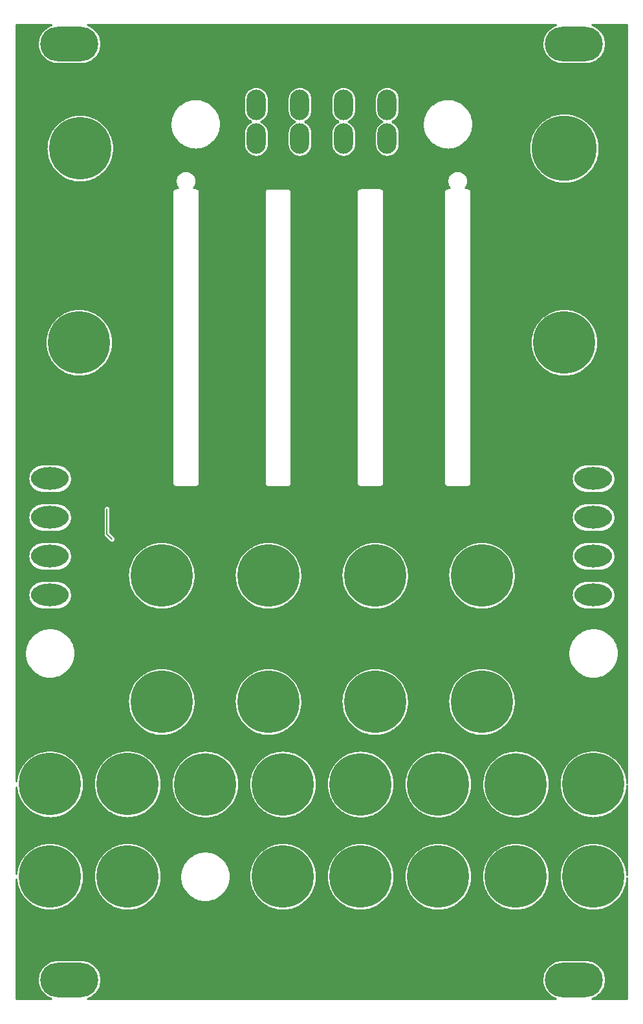
<source format=gbl>
G04 DipTrace 3.3.0.0*
G04 typhoon_panel.GBL*
%MOIN*%
G04 #@! TF.FileFunction,Copper,L2,Bot*
G04 #@! TF.Part,Single*
%AMOUTLINE0*
4,1,20,
0.098425,0.0,
0.093608,-0.018249,
0.079628,-0.034712,
0.057853,-0.047777,
0.030415,-0.056165,
0.0,-0.059055,
-0.030415,-0.056165,
-0.057853,-0.047777,
-0.079628,-0.034712,
-0.093608,-0.018249,
-0.098425,0.0,
-0.093608,0.018249,
-0.079628,0.034712,
-0.057853,0.047777,
-0.030415,0.056165,
0.0,0.059055,
0.030415,0.056165,
0.057853,0.047777,
0.079628,0.034712,
0.093608,0.018249,
0.098425,0.0,
0*%
G04 #@! TA.AperFunction,Conductor*
%ADD14C,0.007*%
G04 #@! TA.AperFunction,CopperBalancing*
%ADD16C,0.009*%
G04 #@! TA.AperFunction,ComponentPad*
%ADD32O,0.098425X0.15748*%
%ADD33C,0.32*%
%ADD34O,0.299213X0.177165*%
%ADD35C,0.334646*%
%ADD56OUTLINE0*%
%FSLAX26Y26*%
G04*
G70*
G90*
G75*
G01*
G04 Bottom*
%LPD*%
X881751Y2937749D2*
D14*
Y2806500D1*
X906751Y2781500D1*
X415409Y5420631D2*
D16*
X574712D1*
X801301D2*
X3174710D1*
X3401299D2*
X3560603D1*
X415409Y5411762D2*
X561792D1*
X814204D2*
X3161790D1*
X3414202D2*
X3560603D1*
X415409Y5402894D2*
X552124D1*
X823872D2*
X3152122D1*
X3423870D2*
X3560603D1*
X415409Y5394025D2*
X544548D1*
X831448D2*
X3144546D1*
X3431463D2*
X3560603D1*
X415409Y5385156D2*
X538501D1*
X837495D2*
X3138499D1*
X3437493D2*
X3560603D1*
X415409Y5376287D2*
X533703D1*
X842294D2*
X3133701D1*
X3442292D2*
X3560603D1*
X415409Y5367419D2*
X529958D1*
X846055D2*
X3129956D1*
X3446053D2*
X3560603D1*
X415409Y5358550D2*
X527128D1*
X848868D2*
X3127126D1*
X3448866D2*
X3560603D1*
X415409Y5349681D2*
X525177D1*
X850837D2*
X3125175D1*
X3450835D2*
X3560603D1*
X415409Y5340812D2*
X524017D1*
X851979D2*
X3124015D1*
X3451995D2*
X3560603D1*
X415409Y5331944D2*
X523630D1*
X852366D2*
X3123628D1*
X3452364D2*
X3560603D1*
X415409Y5323075D2*
X524017D1*
X851979D2*
X3124015D1*
X3451977D2*
X3560603D1*
X415409Y5314206D2*
X525195D1*
X850801D2*
X3125193D1*
X3450817D2*
X3560603D1*
X415409Y5305337D2*
X527163D1*
X848833D2*
X3127162D1*
X3448831D2*
X3560603D1*
X415409Y5296469D2*
X529994D1*
X846003D2*
X3129992D1*
X3446001D2*
X3560603D1*
X415409Y5287600D2*
X533755D1*
X842241D2*
X3133753D1*
X3442239D2*
X3560603D1*
X415409Y5278731D2*
X538572D1*
X837424D2*
X3138570D1*
X3437422D2*
X3560603D1*
X415409Y5269862D2*
X544636D1*
X831378D2*
X3144634D1*
X3431376D2*
X3560603D1*
X415409Y5260993D2*
X552230D1*
X823766D2*
X3152228D1*
X3423764D2*
X3560603D1*
X415409Y5252125D2*
X561933D1*
X814063D2*
X3161931D1*
X3414061D2*
X3560603D1*
X415409Y5243256D2*
X574906D1*
X801108D2*
X3174904D1*
X3401106D2*
X3560603D1*
X415409Y5234387D2*
X594997D1*
X781016D2*
X3194995D1*
X3381014D2*
X3560603D1*
X415409Y5225518D2*
X3560603D1*
X415409Y5216650D2*
X3560603D1*
X415409Y5207781D2*
X3560603D1*
X415409Y5198912D2*
X3560603D1*
X415409Y5190043D2*
X3560603D1*
X415409Y5181175D2*
X3560603D1*
X415409Y5172306D2*
X3560603D1*
X415409Y5163437D2*
X3560603D1*
X415409Y5154568D2*
X3560603D1*
X415409Y5145699D2*
X3560603D1*
X415409Y5136831D2*
X3560603D1*
X415409Y5127962D2*
X3560603D1*
X415409Y5119093D2*
X3560603D1*
X415409Y5110224D2*
X1636501D1*
X1664493D2*
X1861501D1*
X1889493D2*
X2086501D1*
X2114493D2*
X2311501D1*
X2339493D2*
X3560603D1*
X415409Y5101356D2*
X1615144D1*
X1685850D2*
X1840144D1*
X1910850D2*
X2065144D1*
X2135850D2*
X2290144D1*
X2360850D2*
X3560603D1*
X415409Y5092487D2*
X1604369D1*
X1696626D2*
X1829369D1*
X1921626D2*
X2054369D1*
X2146626D2*
X2279369D1*
X2371626D2*
X3560603D1*
X415409Y5083618D2*
X1597197D1*
X1703815D2*
X1822197D1*
X1928815D2*
X2047197D1*
X2153815D2*
X2272197D1*
X2378815D2*
X3560603D1*
X415409Y5074749D2*
X1592240D1*
X1708772D2*
X1817240D1*
X1933772D2*
X2042240D1*
X2158772D2*
X2267240D1*
X2383772D2*
X3560603D1*
X415409Y5065881D2*
X1588970D1*
X1712042D2*
X1813970D1*
X1937042D2*
X2038970D1*
X2162042D2*
X2263970D1*
X2387042D2*
X3560603D1*
X415409Y5057012D2*
X1587107D1*
X1713905D2*
X1812107D1*
X1938905D2*
X2037107D1*
X2163905D2*
X2262107D1*
X2388905D2*
X3560603D1*
X415409Y5048143D2*
X1325861D1*
X1350143D2*
X1586527D1*
X1714467D2*
X1811527D1*
X1939467D2*
X2036527D1*
X2164467D2*
X2261527D1*
X2389467D2*
X2625869D1*
X2650133D2*
X3560603D1*
X415409Y5039274D2*
X1288736D1*
X1387251D2*
X1586527D1*
X1714467D2*
X1811527D1*
X1939467D2*
X2036527D1*
X2164467D2*
X2261527D1*
X2389467D2*
X2588744D1*
X2687258D2*
X3560603D1*
X415409Y5030406D2*
X1270824D1*
X1405180D2*
X1586527D1*
X1714467D2*
X1811527D1*
X1939467D2*
X2036527D1*
X2164467D2*
X2261527D1*
X2389467D2*
X2570814D1*
X2705188D2*
X3560603D1*
X415409Y5021537D2*
X1257781D1*
X1418206D2*
X1586527D1*
X1714467D2*
X1811527D1*
X1939467D2*
X2036527D1*
X2164467D2*
X2261527D1*
X2389467D2*
X2557788D1*
X2718213D2*
X3560603D1*
X415409Y5012668D2*
X1247480D1*
X1428506D2*
X1586527D1*
X1714467D2*
X1811527D1*
X1939467D2*
X2036527D1*
X2164467D2*
X2261527D1*
X2389467D2*
X2547488D1*
X2728514D2*
X3560603D1*
X415409Y5003799D2*
X1239060D1*
X1436944D2*
X1586527D1*
X1714467D2*
X1811527D1*
X1939467D2*
X2036527D1*
X2164467D2*
X2261527D1*
X2389467D2*
X2539050D1*
X2736952D2*
X3560603D1*
X415409Y4994930D2*
X1232029D1*
X1443958D2*
X1586527D1*
X1714467D2*
X1811527D1*
X1939467D2*
X2036527D1*
X2164467D2*
X2261527D1*
X2389467D2*
X2532037D1*
X2743965D2*
X3560603D1*
X415409Y4986062D2*
X1226158D1*
X1449829D2*
X1586615D1*
X1714379D2*
X1811615D1*
X1939379D2*
X2036615D1*
X2164379D2*
X2261615D1*
X2389379D2*
X2526165D1*
X2749837D2*
X3560603D1*
X415409Y4977193D2*
X1221271D1*
X1454733D2*
X1587740D1*
X1713272D2*
X1812740D1*
X1938272D2*
X2037740D1*
X2163272D2*
X2262740D1*
X2388272D2*
X2521261D1*
X2754741D2*
X3560603D1*
X415409Y4968324D2*
X1217228D1*
X1458776D2*
X1590183D1*
X1710829D2*
X1815183D1*
X1935829D2*
X2040183D1*
X2160829D2*
X2265183D1*
X2385829D2*
X2517218D1*
X2758784D2*
X3187718D1*
X3288272D2*
X3560603D1*
X415409Y4959455D2*
X688812D1*
X797417D2*
X1213941D1*
X1462063D2*
X1594120D1*
X1706874D2*
X1819120D1*
X1931874D2*
X2044120D1*
X2156874D2*
X2269120D1*
X2381874D2*
X2513949D1*
X2762053D2*
X3163267D1*
X3312741D2*
X3560603D1*
X415409Y4950587D2*
X666663D1*
X819565D2*
X1211374D1*
X1464629D2*
X1599939D1*
X1701055D2*
X1824939D1*
X1926055D2*
X2049939D1*
X2151055D2*
X2274939D1*
X2376055D2*
X2511382D1*
X2764620D2*
X3145953D1*
X3330055D2*
X3560603D1*
X415409Y4941718D2*
X650527D1*
X835702D2*
X1209476D1*
X1466528D2*
X1608394D1*
X1692600D2*
X1833394D1*
X1917600D2*
X2058394D1*
X2142600D2*
X2283394D1*
X2367600D2*
X2509466D1*
X2766518D2*
X3132189D1*
X3343819D2*
X3560603D1*
X415409Y4932849D2*
X637589D1*
X848657D2*
X1208210D1*
X1467794D2*
X1621824D1*
X1679188D2*
X1846824D1*
X1904188D2*
X2071824D1*
X2129188D2*
X2296824D1*
X2354188D2*
X2508218D1*
X2767784D2*
X3120710D1*
X3355297D2*
X3560603D1*
X415409Y4923980D2*
X626744D1*
X859485D2*
X1207560D1*
X1468444D2*
X1611751D1*
X1689243D2*
X1836751D1*
X1914243D2*
X2061751D1*
X2139243D2*
X2286751D1*
X2364243D2*
X2507568D1*
X2768434D2*
X3110884D1*
X3365124D2*
X3560603D1*
X415409Y4915112D2*
X617480D1*
X868749D2*
X1207525D1*
X1468479D2*
X1602171D1*
X1698823D2*
X1827171D1*
X1923823D2*
X2052171D1*
X2148823D2*
X2277171D1*
X2373823D2*
X2507533D1*
X2768469D2*
X3102341D1*
X3373649D2*
X3560603D1*
X415409Y4906243D2*
X609447D1*
X876782D2*
X1208105D1*
X1467899D2*
X1595667D1*
X1705327D2*
X1820667D1*
X1930327D2*
X2045667D1*
X2155327D2*
X2270667D1*
X2380327D2*
X2508095D1*
X2767907D2*
X3094870D1*
X3381120D2*
X3560603D1*
X415409Y4897374D2*
X602433D1*
X883813D2*
X1209283D1*
X1466721D2*
X1591203D1*
X1709792D2*
X1816203D1*
X1934792D2*
X2041203D1*
X2159792D2*
X2266203D1*
X2384792D2*
X2509290D1*
X2766712D2*
X3088296D1*
X3387694D2*
X3560603D1*
X415409Y4888505D2*
X596281D1*
X889948D2*
X1211111D1*
X1464893D2*
X1588337D1*
X1712674D2*
X1813337D1*
X1937674D2*
X2038337D1*
X2162674D2*
X2263337D1*
X2387674D2*
X2511101D1*
X2764901D2*
X3082513D1*
X3393477D2*
X3560603D1*
X415409Y4879636D2*
X590919D1*
X895327D2*
X1213589D1*
X1462415D2*
X1586826D1*
X1714169D2*
X1811826D1*
X1939169D2*
X2036826D1*
X2164169D2*
X2261826D1*
X2389169D2*
X2513597D1*
X2762405D2*
X3077433D1*
X3398575D2*
X3560603D1*
X415409Y4870768D2*
X586226D1*
X900003D2*
X1216771D1*
X1459215D2*
X1586527D1*
X1714467D2*
X1811527D1*
X1939467D2*
X2036527D1*
X2164467D2*
X2261527D1*
X2389467D2*
X2516779D1*
X2759223D2*
X3072986D1*
X3403022D2*
X3560603D1*
X415409Y4861899D2*
X582165D1*
X904063D2*
X1220726D1*
X1455278D2*
X1586527D1*
X1714467D2*
X1811527D1*
X1939467D2*
X2036527D1*
X2164467D2*
X2261527D1*
X2389467D2*
X2520716D1*
X2755286D2*
X3069119D1*
X3406872D2*
X3560603D1*
X415409Y4853030D2*
X578685D1*
X907544D2*
X1225507D1*
X1450497D2*
X1586527D1*
X1714467D2*
X1811527D1*
X1939467D2*
X2036527D1*
X2164467D2*
X2261527D1*
X2389467D2*
X2525515D1*
X2750487D2*
X3065796D1*
X3410194D2*
X3560603D1*
X415409Y4844161D2*
X575749D1*
X910479D2*
X1231255D1*
X1444749D2*
X1586527D1*
X1714467D2*
X1811527D1*
X1939467D2*
X2036527D1*
X2164467D2*
X2261527D1*
X2389467D2*
X2531245D1*
X2744739D2*
X3063001D1*
X3413006D2*
X3560603D1*
X415409Y4835293D2*
X573324D1*
X912905D2*
X1238111D1*
X1437876D2*
X1586527D1*
X1714467D2*
X1811527D1*
X1939467D2*
X2036527D1*
X2164467D2*
X2261527D1*
X2389467D2*
X2538119D1*
X2737883D2*
X3060681D1*
X3415309D2*
X3560603D1*
X415409Y4826424D2*
X571408D1*
X914821D2*
X1246355D1*
X1429649D2*
X1586527D1*
X1714467D2*
X1811527D1*
X1939467D2*
X2036527D1*
X2164467D2*
X2261527D1*
X2389467D2*
X2546363D1*
X2729639D2*
X3058835D1*
X3417155D2*
X3560603D1*
X415409Y4817555D2*
X569966D1*
X916280D2*
X1256392D1*
X1419612D2*
X1586527D1*
X1714467D2*
X1811527D1*
X1939467D2*
X2036527D1*
X2164467D2*
X2261527D1*
X2389467D2*
X2556400D1*
X2719602D2*
X3057447D1*
X3418544D2*
X3560603D1*
X415409Y4808686D2*
X568982D1*
X917247D2*
X1269013D1*
X1406973D2*
X1586790D1*
X1714204D2*
X1811790D1*
X1939204D2*
X2036790D1*
X2164204D2*
X2261790D1*
X2389204D2*
X2569021D1*
X2706981D2*
X3056515D1*
X3419493D2*
X3560603D1*
X415409Y4799818D2*
X568454D1*
X917774D2*
X1286117D1*
X1389887D2*
X1588249D1*
X1712745D2*
X1813249D1*
X1937745D2*
X2038249D1*
X2162745D2*
X2263249D1*
X2387745D2*
X2586107D1*
X2689895D2*
X3056005D1*
X3419985D2*
X3560603D1*
X415409Y4790949D2*
X568384D1*
X917844D2*
X1316913D1*
X1359073D2*
X1591079D1*
X1709915D2*
X1816079D1*
X1934915D2*
X2041079D1*
X2159915D2*
X2266079D1*
X2384915D2*
X2616921D1*
X2659081D2*
X3055935D1*
X3420055D2*
X3560603D1*
X415409Y4782080D2*
X568771D1*
X917475D2*
X1595474D1*
X1705520D2*
X1820474D1*
X1930520D2*
X2045474D1*
X2155520D2*
X2270474D1*
X2380520D2*
X3056304D1*
X3419686D2*
X3560603D1*
X415409Y4773211D2*
X569597D1*
X916631D2*
X1601890D1*
X1699104D2*
X1826890D1*
X1924104D2*
X2051890D1*
X2149104D2*
X2276890D1*
X2374104D2*
X3057113D1*
X3418878D2*
X3560603D1*
X415409Y4764343D2*
X570898D1*
X915331D2*
X1611329D1*
X1689682D2*
X1836329D1*
X1914682D2*
X2061329D1*
X2139682D2*
X2286329D1*
X2364682D2*
X3058361D1*
X3417647D2*
X3560603D1*
X415409Y4755474D2*
X572673D1*
X913555D2*
X1627308D1*
X1673704D2*
X1852308D1*
X1898704D2*
X2077308D1*
X2123704D2*
X2302308D1*
X2348704D2*
X3060066D1*
X3415942D2*
X3560603D1*
X415409Y4746605D2*
X574941D1*
X911288D2*
X3062228D1*
X3413780D2*
X3560603D1*
X415409Y4737736D2*
X577718D1*
X908528D2*
X3064882D1*
X3411126D2*
X3560603D1*
X415409Y4728867D2*
X581023D1*
X905223D2*
X3068029D1*
X3407979D2*
X3560603D1*
X415409Y4719999D2*
X584890D1*
X901338D2*
X3071720D1*
X3404288D2*
X3560603D1*
X415409Y4711130D2*
X589372D1*
X896856D2*
X3075974D1*
X3400016D2*
X3560603D1*
X415409Y4702261D2*
X594523D1*
X891706D2*
X3080861D1*
X3395147D2*
X3560603D1*
X415409Y4693392D2*
X600429D1*
X885817D2*
X3086415D1*
X3389575D2*
X3560603D1*
X415409Y4684524D2*
X607144D1*
X879085D2*
X3092726D1*
X3383264D2*
X3560603D1*
X415409Y4675655D2*
X614843D1*
X871385D2*
X1267730D1*
X1308272D2*
X2667722D1*
X2708282D2*
X3099915D1*
X3376092D2*
X3560603D1*
X415409Y4666786D2*
X623703D1*
X862526D2*
X1252806D1*
X1323196D2*
X2652798D1*
X2723188D2*
X3108089D1*
X3367919D2*
X3560603D1*
X415409Y4657917D2*
X634003D1*
X852225D2*
X1244439D1*
X1331563D2*
X2644449D1*
X2731555D2*
X3117476D1*
X3358514D2*
X3560603D1*
X415409Y4649049D2*
X646220D1*
X840026D2*
X1239078D1*
X1336924D2*
X2639087D1*
X2736917D2*
X3128392D1*
X3347598D2*
X3560603D1*
X415409Y4640180D2*
X661179D1*
X825049D2*
X1235773D1*
X1340229D2*
X2635765D1*
X2740221D2*
X3141365D1*
X3334643D2*
X3560603D1*
X415409Y4631311D2*
X680902D1*
X805344D2*
X1234120D1*
X1341864D2*
X2634130D1*
X2741874D2*
X3157361D1*
X3318647D2*
X3560603D1*
X415409Y4622442D2*
X714001D1*
X772227D2*
X1233997D1*
X1342004D2*
X2633990D1*
X2742014D2*
X3178824D1*
X3297167D2*
X3560603D1*
X415409Y4613574D2*
X1235351D1*
X1340633D2*
X2635361D1*
X2740643D2*
X3220554D1*
X3255436D2*
X3560603D1*
X415409Y4604705D2*
X1238357D1*
X1337645D2*
X2638349D1*
X2737655D2*
X3560603D1*
X415409Y4595836D2*
X1243296D1*
X1332706D2*
X2643288D1*
X2732698D2*
X3560603D1*
X415409Y4586967D2*
X1227283D1*
X1348895D2*
X1702349D1*
X1822344D2*
X2177292D1*
X2298905D2*
X2627292D1*
X2748905D2*
X3560603D1*
X415409Y4578098D2*
X1219372D1*
X1356805D2*
X1693841D1*
X1830852D2*
X2169382D1*
X2306797D2*
X2619382D1*
X2756797D2*
X3560603D1*
X415409Y4569230D2*
X1217703D1*
X1358493D2*
X1691960D1*
X1832751D2*
X2167695D1*
X2308485D2*
X2617695D1*
X2758485D2*
X3560603D1*
X415409Y4560361D2*
X1217703D1*
X1358493D2*
X1691960D1*
X1832751D2*
X2167695D1*
X2308485D2*
X2617695D1*
X2758485D2*
X3560603D1*
X415409Y4551492D2*
X1217703D1*
X1358493D2*
X1691960D1*
X1832751D2*
X2167695D1*
X2308485D2*
X2617695D1*
X2758485D2*
X3560603D1*
X415409Y4542623D2*
X1217703D1*
X1358493D2*
X1691960D1*
X1832751D2*
X2167695D1*
X2308485D2*
X2617695D1*
X2758485D2*
X3560603D1*
X415409Y4533755D2*
X1217703D1*
X1358493D2*
X1691960D1*
X1832751D2*
X2167695D1*
X2308485D2*
X2617695D1*
X2758485D2*
X3560603D1*
X415409Y4524886D2*
X1217703D1*
X1358493D2*
X1691960D1*
X1832751D2*
X2167695D1*
X2308485D2*
X2617695D1*
X2758485D2*
X3560603D1*
X415409Y4516017D2*
X1217703D1*
X1358493D2*
X1691960D1*
X1832751D2*
X2167695D1*
X2308485D2*
X2617695D1*
X2758485D2*
X3560603D1*
X415409Y4507148D2*
X1217703D1*
X1358493D2*
X1691960D1*
X1832751D2*
X2167695D1*
X2308485D2*
X2617695D1*
X2758485D2*
X3560603D1*
X415409Y4498280D2*
X1217703D1*
X1358493D2*
X1691960D1*
X1832751D2*
X2167695D1*
X2308485D2*
X2617695D1*
X2758485D2*
X3560603D1*
X415409Y4489411D2*
X1217703D1*
X1358493D2*
X1691960D1*
X1832751D2*
X2167695D1*
X2308485D2*
X2617695D1*
X2758485D2*
X3560603D1*
X415409Y4480542D2*
X1217703D1*
X1358493D2*
X1691960D1*
X1832751D2*
X2167695D1*
X2308485D2*
X2617695D1*
X2758485D2*
X3560603D1*
X415409Y4471673D2*
X1217703D1*
X1358493D2*
X1691960D1*
X1832751D2*
X2167695D1*
X2308485D2*
X2617695D1*
X2758485D2*
X3560603D1*
X415409Y4462804D2*
X1217703D1*
X1358493D2*
X1691960D1*
X1832751D2*
X2167695D1*
X2308485D2*
X2617695D1*
X2758485D2*
X3560603D1*
X415409Y4453936D2*
X1217703D1*
X1358493D2*
X1691960D1*
X1832751D2*
X2167695D1*
X2308485D2*
X2617695D1*
X2758485D2*
X3560603D1*
X415409Y4445067D2*
X1217703D1*
X1358493D2*
X1691960D1*
X1832751D2*
X2167695D1*
X2308485D2*
X2617695D1*
X2758485D2*
X3560603D1*
X415409Y4436198D2*
X1217703D1*
X1358493D2*
X1691960D1*
X1832751D2*
X2167695D1*
X2308485D2*
X2617695D1*
X2758485D2*
X3560603D1*
X415409Y4427329D2*
X1217703D1*
X1358493D2*
X1691960D1*
X1832751D2*
X2167695D1*
X2308485D2*
X2617695D1*
X2758485D2*
X3560603D1*
X415409Y4418461D2*
X1217703D1*
X1358493D2*
X1691960D1*
X1832751D2*
X2167695D1*
X2308485D2*
X2617695D1*
X2758485D2*
X3560603D1*
X415409Y4409592D2*
X1217703D1*
X1358493D2*
X1691960D1*
X1832751D2*
X2167695D1*
X2308485D2*
X2617695D1*
X2758485D2*
X3560603D1*
X415409Y4400723D2*
X1217703D1*
X1358493D2*
X1691960D1*
X1832751D2*
X2167695D1*
X2308485D2*
X2617695D1*
X2758485D2*
X3560603D1*
X415409Y4391854D2*
X1217703D1*
X1358493D2*
X1691960D1*
X1832751D2*
X2167695D1*
X2308485D2*
X2617695D1*
X2758485D2*
X3560603D1*
X415409Y4382986D2*
X1217703D1*
X1358493D2*
X1691960D1*
X1832751D2*
X2167695D1*
X2308485D2*
X2617695D1*
X2758485D2*
X3560603D1*
X415409Y4374117D2*
X1217703D1*
X1358493D2*
X1691960D1*
X1832751D2*
X2167695D1*
X2308485D2*
X2617695D1*
X2758485D2*
X3560603D1*
X415409Y4365248D2*
X1217703D1*
X1358493D2*
X1691960D1*
X1832751D2*
X2167695D1*
X2308485D2*
X2617695D1*
X2758485D2*
X3560603D1*
X415409Y4356379D2*
X1217703D1*
X1358493D2*
X1691960D1*
X1832751D2*
X2167695D1*
X2308485D2*
X2617695D1*
X2758485D2*
X3560603D1*
X415409Y4347511D2*
X1217703D1*
X1358493D2*
X1691960D1*
X1832751D2*
X2167695D1*
X2308485D2*
X2617695D1*
X2758485D2*
X3560603D1*
X415409Y4338642D2*
X1217703D1*
X1358493D2*
X1691960D1*
X1832751D2*
X2167695D1*
X2308485D2*
X2617695D1*
X2758485D2*
X3560603D1*
X415409Y4329773D2*
X1217703D1*
X1358493D2*
X1691960D1*
X1832751D2*
X2167695D1*
X2308485D2*
X2617695D1*
X2758485D2*
X3560603D1*
X415409Y4320904D2*
X1217703D1*
X1358493D2*
X1691960D1*
X1832751D2*
X2167695D1*
X2308485D2*
X2617695D1*
X2758485D2*
X3560603D1*
X415409Y4312035D2*
X1217703D1*
X1358493D2*
X1691960D1*
X1832751D2*
X2167695D1*
X2308485D2*
X2617695D1*
X2758485D2*
X3560603D1*
X415409Y4303167D2*
X1217703D1*
X1358493D2*
X1691960D1*
X1832751D2*
X2167695D1*
X2308485D2*
X2617695D1*
X2758485D2*
X3560603D1*
X415409Y4294298D2*
X1217703D1*
X1358493D2*
X1691960D1*
X1832751D2*
X2167695D1*
X2308485D2*
X2617695D1*
X2758485D2*
X3560603D1*
X415409Y4285429D2*
X1217703D1*
X1358493D2*
X1691960D1*
X1832751D2*
X2167695D1*
X2308485D2*
X2617695D1*
X2758485D2*
X3560603D1*
X415409Y4276560D2*
X1217703D1*
X1358493D2*
X1691960D1*
X1832751D2*
X2167695D1*
X2308485D2*
X2617695D1*
X2758485D2*
X3560603D1*
X415409Y4267692D2*
X1217703D1*
X1358493D2*
X1691960D1*
X1832751D2*
X2167695D1*
X2308485D2*
X2617695D1*
X2758485D2*
X3560603D1*
X415409Y4258823D2*
X1217703D1*
X1358493D2*
X1691960D1*
X1832751D2*
X2167695D1*
X2308485D2*
X2617695D1*
X2758485D2*
X3560603D1*
X415409Y4249954D2*
X1217703D1*
X1358493D2*
X1691960D1*
X1832751D2*
X2167695D1*
X2308485D2*
X2617695D1*
X2758485D2*
X3560603D1*
X415409Y4241085D2*
X1217703D1*
X1358493D2*
X1691960D1*
X1832751D2*
X2167695D1*
X2308485D2*
X2617695D1*
X2758485D2*
X3560603D1*
X415409Y4232217D2*
X1217703D1*
X1358493D2*
X1691960D1*
X1832751D2*
X2167695D1*
X2308485D2*
X2617695D1*
X2758485D2*
X3560603D1*
X415409Y4223348D2*
X1217703D1*
X1358493D2*
X1691960D1*
X1832751D2*
X2167695D1*
X2308485D2*
X2617695D1*
X2758485D2*
X3560603D1*
X415409Y4214479D2*
X1217703D1*
X1358493D2*
X1691960D1*
X1832751D2*
X2167695D1*
X2308485D2*
X2617695D1*
X2758485D2*
X3560603D1*
X415409Y4205610D2*
X1217703D1*
X1358493D2*
X1691960D1*
X1832751D2*
X2167695D1*
X2308485D2*
X2617695D1*
X2758485D2*
X3560603D1*
X415409Y4196741D2*
X1217703D1*
X1358493D2*
X1691960D1*
X1832751D2*
X2167695D1*
X2308485D2*
X2617695D1*
X2758485D2*
X3560603D1*
X415409Y4187873D2*
X1217703D1*
X1358493D2*
X1691960D1*
X1832751D2*
X2167695D1*
X2308485D2*
X2617695D1*
X2758485D2*
X3560603D1*
X415409Y4179004D2*
X1217703D1*
X1358493D2*
X1691960D1*
X1832751D2*
X2167695D1*
X2308485D2*
X2617695D1*
X2758485D2*
X3560603D1*
X415409Y4170135D2*
X1217703D1*
X1358493D2*
X1691960D1*
X1832751D2*
X2167695D1*
X2308485D2*
X2617695D1*
X2758485D2*
X3560603D1*
X415409Y4161266D2*
X1217703D1*
X1358493D2*
X1691960D1*
X1832751D2*
X2167695D1*
X2308485D2*
X2617695D1*
X2758485D2*
X3560603D1*
X415409Y4152398D2*
X1217703D1*
X1358493D2*
X1691960D1*
X1832751D2*
X2167695D1*
X2308485D2*
X2617695D1*
X2758485D2*
X3560603D1*
X415409Y4143529D2*
X1217703D1*
X1358493D2*
X1691960D1*
X1832751D2*
X2167695D1*
X2308485D2*
X2617695D1*
X2758485D2*
X3560603D1*
X415409Y4134660D2*
X1217703D1*
X1358493D2*
X1691960D1*
X1832751D2*
X2167695D1*
X2308485D2*
X2617695D1*
X2758485D2*
X3560603D1*
X415409Y4125791D2*
X1217703D1*
X1358493D2*
X1691960D1*
X1832751D2*
X2167695D1*
X2308485D2*
X2617695D1*
X2758485D2*
X3560603D1*
X415409Y4116923D2*
X1217703D1*
X1358493D2*
X1691960D1*
X1832751D2*
X2167695D1*
X2308485D2*
X2617695D1*
X2758485D2*
X3560603D1*
X415409Y4108054D2*
X1217703D1*
X1358493D2*
X1691960D1*
X1832751D2*
X2167695D1*
X2308485D2*
X2617695D1*
X2758485D2*
X3560603D1*
X415409Y4099185D2*
X1217703D1*
X1358493D2*
X1691960D1*
X1832751D2*
X2167695D1*
X2308485D2*
X2617695D1*
X2758485D2*
X3560603D1*
X415409Y4090316D2*
X1217703D1*
X1358493D2*
X1691960D1*
X1832751D2*
X2167695D1*
X2308485D2*
X2617695D1*
X2758485D2*
X3560603D1*
X415409Y4081448D2*
X1217703D1*
X1358493D2*
X1691960D1*
X1832751D2*
X2167695D1*
X2308485D2*
X2617695D1*
X2758485D2*
X3560603D1*
X415409Y4072579D2*
X1217703D1*
X1358493D2*
X1691960D1*
X1832751D2*
X2167695D1*
X2308485D2*
X2617695D1*
X2758485D2*
X3560603D1*
X415409Y4063710D2*
X1217703D1*
X1358493D2*
X1691960D1*
X1832751D2*
X2167695D1*
X2308485D2*
X2617695D1*
X2758485D2*
X3560603D1*
X415409Y4054841D2*
X1217703D1*
X1358493D2*
X1691960D1*
X1832751D2*
X2167695D1*
X2308485D2*
X2617695D1*
X2758485D2*
X3560603D1*
X415409Y4045972D2*
X1217703D1*
X1358493D2*
X1691960D1*
X1832751D2*
X2167695D1*
X2308485D2*
X2617695D1*
X2758485D2*
X3560603D1*
X415409Y4037104D2*
X1217703D1*
X1358493D2*
X1691960D1*
X1832751D2*
X2167695D1*
X2308485D2*
X2617695D1*
X2758485D2*
X3560603D1*
X415409Y4028235D2*
X1217703D1*
X1358493D2*
X1691960D1*
X1832751D2*
X2167695D1*
X2308485D2*
X2617695D1*
X2758485D2*
X3560603D1*
X415409Y4019366D2*
X1217703D1*
X1358493D2*
X1691960D1*
X1832751D2*
X2167695D1*
X2308485D2*
X2617695D1*
X2758485D2*
X3560603D1*
X415409Y4010497D2*
X1217703D1*
X1358493D2*
X1691960D1*
X1832751D2*
X2167695D1*
X2308485D2*
X2617695D1*
X2758485D2*
X3560603D1*
X415409Y4001629D2*
X1217703D1*
X1358493D2*
X1691960D1*
X1832751D2*
X2167695D1*
X2308485D2*
X2617695D1*
X2758485D2*
X3560603D1*
X415409Y3992760D2*
X1217703D1*
X1358493D2*
X1691960D1*
X1832751D2*
X2167695D1*
X2308485D2*
X2617695D1*
X2758485D2*
X3560603D1*
X415409Y3983891D2*
X1217703D1*
X1358493D2*
X1691960D1*
X1832751D2*
X2167695D1*
X2308485D2*
X2617695D1*
X2758485D2*
X3560603D1*
X415409Y3975022D2*
X1217703D1*
X1358493D2*
X1691960D1*
X1832751D2*
X2167695D1*
X2308485D2*
X2617695D1*
X2758485D2*
X3560603D1*
X415409Y3966154D2*
X712806D1*
X763192D2*
X1217703D1*
X1358493D2*
X1691960D1*
X1832751D2*
X2167695D1*
X2308485D2*
X2617695D1*
X2758485D2*
X3212802D1*
X3263206D2*
X3560603D1*
X415409Y3957285D2*
X677386D1*
X798612D2*
X1217703D1*
X1358493D2*
X1691960D1*
X1832751D2*
X2167695D1*
X2308485D2*
X2617695D1*
X2758485D2*
X3177382D1*
X3298608D2*
X3560603D1*
X415409Y3948416D2*
X657206D1*
X818792D2*
X1217703D1*
X1358493D2*
X1691960D1*
X1832751D2*
X2167695D1*
X2308485D2*
X2617695D1*
X2758485D2*
X3157203D1*
X3318788D2*
X3560603D1*
X415409Y3939547D2*
X642001D1*
X833997D2*
X1217703D1*
X1358493D2*
X1691960D1*
X1832751D2*
X2167695D1*
X2308485D2*
X2617695D1*
X2758485D2*
X3141997D1*
X3333993D2*
X3560603D1*
X415409Y3930678D2*
X629644D1*
X846354D2*
X1217703D1*
X1358493D2*
X1691960D1*
X1832751D2*
X2167695D1*
X2308485D2*
X2617695D1*
X2758485D2*
X3129640D1*
X3346350D2*
X3560603D1*
X415409Y3921810D2*
X619238D1*
X856760D2*
X1217703D1*
X1358493D2*
X1691960D1*
X1832751D2*
X2167695D1*
X2308485D2*
X2617695D1*
X2758485D2*
X3119234D1*
X3356756D2*
X3560603D1*
X415409Y3912941D2*
X610290D1*
X865708D2*
X1217703D1*
X1358493D2*
X1691960D1*
X1832751D2*
X2167695D1*
X2308485D2*
X2617695D1*
X2758485D2*
X3110287D1*
X3365704D2*
X3560603D1*
X415409Y3904072D2*
X602521D1*
X873477D2*
X1217703D1*
X1358493D2*
X1691960D1*
X1832751D2*
X2167695D1*
X2308485D2*
X2617695D1*
X2758485D2*
X3102517D1*
X3373473D2*
X3560603D1*
X415409Y3895203D2*
X595736D1*
X880262D2*
X1217703D1*
X1358493D2*
X1691960D1*
X1832751D2*
X2167695D1*
X2308485D2*
X2617695D1*
X2758485D2*
X3095732D1*
X3380276D2*
X3560603D1*
X415409Y3886335D2*
X589777D1*
X886221D2*
X1217703D1*
X1358493D2*
X1691960D1*
X1832751D2*
X2167695D1*
X2308485D2*
X2617695D1*
X2758485D2*
X3089790D1*
X3386217D2*
X3560603D1*
X415409Y3877466D2*
X584591D1*
X891407D2*
X1217703D1*
X1358493D2*
X1691960D1*
X1832751D2*
X2167695D1*
X2308485D2*
X2617695D1*
X2758485D2*
X3084587D1*
X3391420D2*
X3560603D1*
X415409Y3868597D2*
X580056D1*
X895942D2*
X1217703D1*
X1358493D2*
X1691960D1*
X1832751D2*
X2167695D1*
X2308485D2*
X2617695D1*
X2758485D2*
X3080052D1*
X3395938D2*
X3560603D1*
X415409Y3859728D2*
X576136D1*
X899862D2*
X1217703D1*
X1358493D2*
X1691960D1*
X1832751D2*
X2167695D1*
X2308485D2*
X2617695D1*
X2758485D2*
X3076150D1*
X3399858D2*
X3560603D1*
X415409Y3850860D2*
X572796D1*
X903202D2*
X1217703D1*
X1358493D2*
X1691960D1*
X1832751D2*
X2167695D1*
X2308485D2*
X2617695D1*
X2758485D2*
X3072792D1*
X3403198D2*
X3560603D1*
X415409Y3841991D2*
X570001D1*
X905997D2*
X1217703D1*
X1358493D2*
X1691960D1*
X1832751D2*
X2167695D1*
X2308485D2*
X2617695D1*
X2758485D2*
X3069997D1*
X3406010D2*
X3560603D1*
X415409Y3833122D2*
X567699D1*
X908299D2*
X1217703D1*
X1358493D2*
X1691960D1*
X1832751D2*
X2167695D1*
X2308485D2*
X2617695D1*
X2758485D2*
X3067695D1*
X3408295D2*
X3560603D1*
X415409Y3824253D2*
X565888D1*
X910110D2*
X1217703D1*
X1358493D2*
X1691960D1*
X1832751D2*
X2167695D1*
X2308485D2*
X2617695D1*
X2758485D2*
X3065884D1*
X3410106D2*
X3560603D1*
X415409Y3815385D2*
X564552D1*
X911446D2*
X1217703D1*
X1358493D2*
X1691960D1*
X1832751D2*
X2167695D1*
X2308485D2*
X2617695D1*
X2758485D2*
X3064566D1*
X3411442D2*
X3560603D1*
X415409Y3806516D2*
X563691D1*
X912307D2*
X1217703D1*
X1358493D2*
X1691960D1*
X1832751D2*
X2167695D1*
X2308485D2*
X2617695D1*
X2758485D2*
X3063687D1*
X3412303D2*
X3560603D1*
X415409Y3797647D2*
X563287D1*
X912729D2*
X1217703D1*
X1358493D2*
X1691960D1*
X1832751D2*
X2167695D1*
X2308485D2*
X2617695D1*
X2758485D2*
X3063283D1*
X3412725D2*
X3560603D1*
X415409Y3788778D2*
X563322D1*
X912676D2*
X1217703D1*
X1358493D2*
X1691960D1*
X1832751D2*
X2167695D1*
X2308485D2*
X2617695D1*
X2758485D2*
X3063318D1*
X3412690D2*
X3560603D1*
X415409Y3779909D2*
X563814D1*
X912184D2*
X1217703D1*
X1358493D2*
X1691960D1*
X1832751D2*
X2167695D1*
X2308485D2*
X2617695D1*
X2758485D2*
X3063810D1*
X3412180D2*
X3560603D1*
X415409Y3771041D2*
X564763D1*
X911235D2*
X1217703D1*
X1358493D2*
X1691960D1*
X1832751D2*
X2167695D1*
X2308485D2*
X2617695D1*
X2758485D2*
X3064759D1*
X3411231D2*
X3560603D1*
X415409Y3762172D2*
X566187D1*
X909829D2*
X1217703D1*
X1358493D2*
X1691960D1*
X1832751D2*
X2167695D1*
X2308485D2*
X2617695D1*
X2758485D2*
X3066183D1*
X3409825D2*
X3560603D1*
X415409Y3753303D2*
X568068D1*
X907930D2*
X1217703D1*
X1358493D2*
X1691960D1*
X1832751D2*
X2167695D1*
X2308485D2*
X2617695D1*
X2758485D2*
X3068064D1*
X3407926D2*
X3560603D1*
X415409Y3744434D2*
X570458D1*
X905540D2*
X1217703D1*
X1358493D2*
X1691960D1*
X1832751D2*
X2167695D1*
X2308485D2*
X2617695D1*
X2758485D2*
X3070454D1*
X3405553D2*
X3560603D1*
X415409Y3735566D2*
X573359D1*
X902639D2*
X1217703D1*
X1358493D2*
X1691960D1*
X1832751D2*
X2167695D1*
X2308485D2*
X2617695D1*
X2758485D2*
X3073355D1*
X3402653D2*
X3560603D1*
X415409Y3726697D2*
X576804D1*
X899212D2*
X1217703D1*
X1358493D2*
X1691960D1*
X1832751D2*
X2167695D1*
X2308485D2*
X2617695D1*
X2758485D2*
X3076800D1*
X3399208D2*
X3560603D1*
X415409Y3717828D2*
X580812D1*
X895186D2*
X1217703D1*
X1358493D2*
X1691960D1*
X1832751D2*
X2167695D1*
X2308485D2*
X2617695D1*
X2758485D2*
X3080808D1*
X3395182D2*
X3560603D1*
X415409Y3708959D2*
X585453D1*
X890545D2*
X1217703D1*
X1358493D2*
X1691960D1*
X1832751D2*
X2167695D1*
X2308485D2*
X2617695D1*
X2758485D2*
X3085466D1*
X3390542D2*
X3560603D1*
X415409Y3700091D2*
X590779D1*
X885219D2*
X1217703D1*
X1358493D2*
X1691960D1*
X1832751D2*
X2167695D1*
X2308485D2*
X2617695D1*
X2758485D2*
X3090792D1*
X3385215D2*
X3560603D1*
X415409Y3691222D2*
X596878D1*
X879120D2*
X1217703D1*
X1358493D2*
X1691960D1*
X1832751D2*
X2167695D1*
X2308485D2*
X2617695D1*
X2758485D2*
X3096874D1*
X3379133D2*
X3560603D1*
X415409Y3682353D2*
X603822D1*
X872176D2*
X1217703D1*
X1358493D2*
X1691960D1*
X1832751D2*
X2167695D1*
X2308485D2*
X2617695D1*
X2758485D2*
X3103818D1*
X3372172D2*
X3560603D1*
X415409Y3673484D2*
X611785D1*
X864213D2*
X1217703D1*
X1358493D2*
X1691960D1*
X1832751D2*
X2167695D1*
X2308485D2*
X2617695D1*
X2758485D2*
X3111781D1*
X3364210D2*
X3560603D1*
X415409Y3664616D2*
X620960D1*
X855038D2*
X1217703D1*
X1358493D2*
X1691960D1*
X1832751D2*
X2167695D1*
X2308485D2*
X2617695D1*
X2758485D2*
X3120974D1*
X3355034D2*
X3560603D1*
X415409Y3655747D2*
X631683D1*
X844315D2*
X1217703D1*
X1358493D2*
X1691960D1*
X1832751D2*
X2167695D1*
X2308485D2*
X2617695D1*
X2758485D2*
X3131679D1*
X3344311D2*
X3560603D1*
X415409Y3646878D2*
X644462D1*
X831536D2*
X1217703D1*
X1358493D2*
X1691960D1*
X1832751D2*
X2167695D1*
X2308485D2*
X2617695D1*
X2758485D2*
X3144458D1*
X3331549D2*
X3560603D1*
X415409Y3638009D2*
X660318D1*
X815680D2*
X1217703D1*
X1358493D2*
X1691960D1*
X1832751D2*
X2167695D1*
X2308485D2*
X2617695D1*
X2758485D2*
X3160331D1*
X3315676D2*
X3560603D1*
X415409Y3629140D2*
X681886D1*
X794112D2*
X1217703D1*
X1358493D2*
X1691960D1*
X1832751D2*
X2167695D1*
X2308485D2*
X2617695D1*
X2758485D2*
X3181882D1*
X3294108D2*
X3560603D1*
X415409Y3620272D2*
X730331D1*
X745667D2*
X1217703D1*
X1358493D2*
X1691960D1*
X1832751D2*
X2167695D1*
X2308485D2*
X2617695D1*
X2758485D2*
X3230328D1*
X3245663D2*
X3560603D1*
X415409Y3611403D2*
X1217703D1*
X1358493D2*
X1691960D1*
X1832751D2*
X2167695D1*
X2308485D2*
X2617695D1*
X2758485D2*
X3560603D1*
X415409Y3602534D2*
X1217703D1*
X1358493D2*
X1691960D1*
X1832751D2*
X2167695D1*
X2308485D2*
X2617695D1*
X2758485D2*
X3560603D1*
X415409Y3593665D2*
X1217703D1*
X1358493D2*
X1691960D1*
X1832751D2*
X2167695D1*
X2308485D2*
X2617695D1*
X2758485D2*
X3560603D1*
X415409Y3584797D2*
X1217703D1*
X1358493D2*
X1691960D1*
X1832751D2*
X2167695D1*
X2308485D2*
X2617695D1*
X2758485D2*
X3560603D1*
X415409Y3575928D2*
X1217703D1*
X1358493D2*
X1691960D1*
X1832751D2*
X2167695D1*
X2308485D2*
X2617695D1*
X2758485D2*
X3560603D1*
X415409Y3567059D2*
X1217703D1*
X1358493D2*
X1691960D1*
X1832751D2*
X2167695D1*
X2308485D2*
X2617695D1*
X2758485D2*
X3560603D1*
X415409Y3558190D2*
X1217703D1*
X1358493D2*
X1691960D1*
X1832751D2*
X2167695D1*
X2308485D2*
X2617695D1*
X2758485D2*
X3560603D1*
X415409Y3549322D2*
X1217703D1*
X1358493D2*
X1691960D1*
X1832751D2*
X2167695D1*
X2308485D2*
X2617695D1*
X2758485D2*
X3560603D1*
X415409Y3540453D2*
X1217703D1*
X1358493D2*
X1691960D1*
X1832751D2*
X2167695D1*
X2308485D2*
X2617695D1*
X2758485D2*
X3560603D1*
X415409Y3531584D2*
X1217703D1*
X1358493D2*
X1691960D1*
X1832751D2*
X2167695D1*
X2308485D2*
X2617695D1*
X2758485D2*
X3560603D1*
X415409Y3522715D2*
X1217703D1*
X1358493D2*
X1691960D1*
X1832751D2*
X2167695D1*
X2308485D2*
X2617695D1*
X2758485D2*
X3560603D1*
X415409Y3513846D2*
X1217703D1*
X1358493D2*
X1691960D1*
X1832751D2*
X2167695D1*
X2308485D2*
X2617695D1*
X2758485D2*
X3560603D1*
X415409Y3504978D2*
X1217703D1*
X1358493D2*
X1691960D1*
X1832751D2*
X2167695D1*
X2308485D2*
X2617695D1*
X2758485D2*
X3560603D1*
X415409Y3496109D2*
X1217703D1*
X1358493D2*
X1691960D1*
X1832751D2*
X2167695D1*
X2308485D2*
X2617695D1*
X2758485D2*
X3560603D1*
X415409Y3487240D2*
X1217703D1*
X1358493D2*
X1691960D1*
X1832751D2*
X2167695D1*
X2308485D2*
X2617695D1*
X2758485D2*
X3560603D1*
X415409Y3478371D2*
X1217703D1*
X1358493D2*
X1691960D1*
X1832751D2*
X2167695D1*
X2308485D2*
X2617695D1*
X2758485D2*
X3560603D1*
X415409Y3469503D2*
X1217703D1*
X1358493D2*
X1691960D1*
X1832751D2*
X2167695D1*
X2308485D2*
X2617695D1*
X2758485D2*
X3560603D1*
X415409Y3460634D2*
X1217703D1*
X1358493D2*
X1691960D1*
X1832751D2*
X2167695D1*
X2308485D2*
X2617695D1*
X2758485D2*
X3560603D1*
X415409Y3451765D2*
X1217703D1*
X1358493D2*
X1691960D1*
X1832751D2*
X2167695D1*
X2308485D2*
X2617695D1*
X2758485D2*
X3560603D1*
X415409Y3442896D2*
X1217703D1*
X1358493D2*
X1691960D1*
X1832751D2*
X2167695D1*
X2308485D2*
X2617695D1*
X2758485D2*
X3560603D1*
X415409Y3434028D2*
X1217703D1*
X1358493D2*
X1691960D1*
X1832751D2*
X2167695D1*
X2308485D2*
X2617695D1*
X2758485D2*
X3560603D1*
X415409Y3425159D2*
X1217703D1*
X1358493D2*
X1691960D1*
X1832751D2*
X2167695D1*
X2308485D2*
X2617695D1*
X2758485D2*
X3560603D1*
X415409Y3416290D2*
X1217703D1*
X1358493D2*
X1691960D1*
X1832751D2*
X2167695D1*
X2308485D2*
X2617695D1*
X2758485D2*
X3560603D1*
X415409Y3407421D2*
X1217703D1*
X1358493D2*
X1691960D1*
X1832751D2*
X2167695D1*
X2308485D2*
X2617695D1*
X2758485D2*
X3560603D1*
X415409Y3398553D2*
X1217703D1*
X1358493D2*
X1691960D1*
X1832751D2*
X2167695D1*
X2308485D2*
X2617695D1*
X2758485D2*
X3560603D1*
X415409Y3389684D2*
X1217703D1*
X1358493D2*
X1691960D1*
X1832751D2*
X2167695D1*
X2308485D2*
X2617695D1*
X2758485D2*
X3560603D1*
X415409Y3380815D2*
X1217703D1*
X1358493D2*
X1691960D1*
X1832751D2*
X2167695D1*
X2308485D2*
X2617695D1*
X2758485D2*
X3560603D1*
X415409Y3371946D2*
X1217703D1*
X1358493D2*
X1691960D1*
X1832751D2*
X2167695D1*
X2308485D2*
X2617695D1*
X2758485D2*
X3560603D1*
X415409Y3363077D2*
X1217703D1*
X1358493D2*
X1691960D1*
X1832751D2*
X2167695D1*
X2308485D2*
X2617695D1*
X2758485D2*
X3560603D1*
X415409Y3354209D2*
X1217703D1*
X1358493D2*
X1691960D1*
X1832751D2*
X2167695D1*
X2308485D2*
X2617695D1*
X2758485D2*
X3560603D1*
X415409Y3345340D2*
X1217703D1*
X1358493D2*
X1691960D1*
X1832751D2*
X2167695D1*
X2308485D2*
X2617695D1*
X2758485D2*
X3560603D1*
X415409Y3336471D2*
X1217703D1*
X1358493D2*
X1691960D1*
X1832751D2*
X2167695D1*
X2308485D2*
X2617695D1*
X2758485D2*
X3560603D1*
X415409Y3327602D2*
X1217703D1*
X1358493D2*
X1691960D1*
X1832751D2*
X2167695D1*
X2308485D2*
X2617695D1*
X2758485D2*
X3560603D1*
X415409Y3318734D2*
X1217703D1*
X1358493D2*
X1691960D1*
X1832751D2*
X2167695D1*
X2308485D2*
X2617695D1*
X2758485D2*
X3560603D1*
X415409Y3309865D2*
X1217703D1*
X1358493D2*
X1691960D1*
X1832751D2*
X2167695D1*
X2308485D2*
X2617695D1*
X2758485D2*
X3560603D1*
X415409Y3300996D2*
X1217703D1*
X1358493D2*
X1691960D1*
X1832751D2*
X2167695D1*
X2308485D2*
X2617695D1*
X2758485D2*
X3560603D1*
X415409Y3292127D2*
X1217703D1*
X1358493D2*
X1691960D1*
X1832751D2*
X2167695D1*
X2308485D2*
X2617695D1*
X2758485D2*
X3560603D1*
X415409Y3283259D2*
X1217703D1*
X1358493D2*
X1691960D1*
X1832751D2*
X2167695D1*
X2308485D2*
X2617695D1*
X2758485D2*
X3560603D1*
X415409Y3274390D2*
X1217703D1*
X1358493D2*
X1691960D1*
X1832751D2*
X2167695D1*
X2308485D2*
X2617695D1*
X2758485D2*
X3560603D1*
X415409Y3265521D2*
X1217703D1*
X1358493D2*
X1691960D1*
X1832751D2*
X2167695D1*
X2308485D2*
X2617695D1*
X2758485D2*
X3560603D1*
X415409Y3256652D2*
X1217703D1*
X1358493D2*
X1691960D1*
X1832751D2*
X2167695D1*
X2308485D2*
X2617695D1*
X2758485D2*
X3560603D1*
X415409Y3247783D2*
X1217703D1*
X1358493D2*
X1691960D1*
X1832751D2*
X2167695D1*
X2308485D2*
X2617695D1*
X2758485D2*
X3560603D1*
X415409Y3238915D2*
X1217703D1*
X1358493D2*
X1691960D1*
X1832751D2*
X2167695D1*
X2308485D2*
X2617695D1*
X2758485D2*
X3560603D1*
X415409Y3230046D2*
X1217703D1*
X1358493D2*
X1691960D1*
X1832751D2*
X2167695D1*
X2308485D2*
X2617695D1*
X2758485D2*
X3560603D1*
X415409Y3221177D2*
X1217703D1*
X1358493D2*
X1691960D1*
X1832751D2*
X2167695D1*
X2308485D2*
X2617695D1*
X2758485D2*
X3560603D1*
X415409Y3212308D2*
X1217703D1*
X1358493D2*
X1691960D1*
X1832751D2*
X2167695D1*
X2308485D2*
X2617695D1*
X2758485D2*
X3560603D1*
X415409Y3203440D2*
X1217703D1*
X1358493D2*
X1691960D1*
X1832751D2*
X2167695D1*
X2308485D2*
X2617695D1*
X2758485D2*
X3560603D1*
X415409Y3194571D2*
X1217703D1*
X1358493D2*
X1691960D1*
X1832751D2*
X2167695D1*
X2308485D2*
X2617695D1*
X2758485D2*
X3560603D1*
X415409Y3185702D2*
X1217703D1*
X1358493D2*
X1691960D1*
X1832751D2*
X2167695D1*
X2308485D2*
X2617695D1*
X2758485D2*
X3560603D1*
X415409Y3176833D2*
X1217703D1*
X1358493D2*
X1691960D1*
X1832751D2*
X2167695D1*
X2308485D2*
X2617695D1*
X2758485D2*
X3560603D1*
X415409Y3167965D2*
X1217703D1*
X1358493D2*
X1691960D1*
X1832751D2*
X2167695D1*
X2308485D2*
X2617695D1*
X2758485D2*
X3560603D1*
X415409Y3159096D2*
X514876D1*
X661116D2*
X1217703D1*
X1358493D2*
X1691960D1*
X1832751D2*
X2167695D1*
X2308485D2*
X2617695D1*
X2758485D2*
X3314878D1*
X3461118D2*
X3560603D1*
X415409Y3150227D2*
X501306D1*
X674686D2*
X1217703D1*
X1358493D2*
X1691960D1*
X1832751D2*
X2167695D1*
X2308485D2*
X2617695D1*
X2758485D2*
X3301308D1*
X3474688D2*
X3560603D1*
X415409Y3141358D2*
X492288D1*
X683704D2*
X1217703D1*
X1358493D2*
X1691960D1*
X1832751D2*
X2167695D1*
X2308485D2*
X2617695D1*
X2758485D2*
X3292290D1*
X3483706D2*
X3560603D1*
X415409Y3132490D2*
X485802D1*
X690208D2*
X1217703D1*
X1358493D2*
X1691960D1*
X1832751D2*
X2167695D1*
X2308485D2*
X2617695D1*
X2758485D2*
X3285804D1*
X3490192D2*
X3560603D1*
X415409Y3123621D2*
X481109D1*
X694901D2*
X1217703D1*
X1358493D2*
X1691960D1*
X1832751D2*
X2167695D1*
X2308485D2*
X2617695D1*
X2758485D2*
X3281111D1*
X3494903D2*
X3560603D1*
X415409Y3114752D2*
X477822D1*
X698170D2*
X1217703D1*
X1358493D2*
X1691960D1*
X1832751D2*
X2167695D1*
X2308485D2*
X2617695D1*
X2758485D2*
X3277824D1*
X3498172D2*
X3560603D1*
X415409Y3105883D2*
X475783D1*
X700210D2*
X1217703D1*
X1358493D2*
X1691960D1*
X1832751D2*
X2167695D1*
X2308485D2*
X2617695D1*
X2758485D2*
X3275785D1*
X3500212D2*
X3560603D1*
X415409Y3097014D2*
X474869D1*
X701124D2*
X1217703D1*
X1358493D2*
X1691960D1*
X1832751D2*
X2167695D1*
X2308485D2*
X2617695D1*
X2758485D2*
X3274870D1*
X3501126D2*
X3560603D1*
X415409Y3088146D2*
X475044D1*
X700948D2*
X1217703D1*
X1358493D2*
X1691960D1*
X1832751D2*
X2167695D1*
X2308485D2*
X2617695D1*
X2758485D2*
X3275046D1*
X3500950D2*
X3560603D1*
X415409Y3079277D2*
X476310D1*
X699682D2*
X1217703D1*
X1358493D2*
X1691960D1*
X1832751D2*
X2167695D1*
X2308485D2*
X2617695D1*
X2758485D2*
X3276312D1*
X3499684D2*
X3560603D1*
X415409Y3070408D2*
X478736D1*
X697256D2*
X1217703D1*
X1358493D2*
X1691960D1*
X1832751D2*
X2167695D1*
X2308485D2*
X2617695D1*
X2758485D2*
X3278738D1*
X3497258D2*
X3560603D1*
X415409Y3061539D2*
X482445D1*
X693565D2*
X1219794D1*
X1356401D2*
X1693824D1*
X1830870D2*
X2169787D1*
X2306393D2*
X2619787D1*
X2756393D2*
X3282447D1*
X3493567D2*
X3560603D1*
X415409Y3052671D2*
X487665D1*
X688344D2*
X1228935D1*
X1347260D2*
X1702279D1*
X1822415D2*
X2178927D1*
X2297253D2*
X2628927D1*
X2747253D2*
X3287667D1*
X3488346D2*
X3560603D1*
X415409Y3043802D2*
X494837D1*
X681155D2*
X3294839D1*
X3481157D2*
X3560603D1*
X415409Y3034933D2*
X504980D1*
X671030D2*
X3304982D1*
X3471014D2*
X3560603D1*
X415409Y3026064D2*
X521240D1*
X654753D2*
X3321242D1*
X3454754D2*
X3560603D1*
X415409Y3017196D2*
X3560603D1*
X415409Y3008327D2*
X3560603D1*
X415409Y2999458D2*
X3560603D1*
X415409Y2990589D2*
X3560603D1*
X415409Y2981720D2*
X3560603D1*
X415409Y2972852D2*
X3560603D1*
X415409Y2963983D2*
X527269D1*
X648741D2*
X3327253D1*
X3448743D2*
X3560603D1*
X415409Y2955114D2*
X507968D1*
X668042D2*
X3307953D1*
X3468044D2*
X3560603D1*
X415409Y2946245D2*
X496859D1*
X679133D2*
X865718D1*
X897788D2*
X3296861D1*
X3479135D2*
X3560603D1*
X415409Y2937377D2*
X489124D1*
X686885D2*
X863486D1*
X900003D2*
X3289126D1*
X3486887D2*
X3560603D1*
X415409Y2928508D2*
X483499D1*
X692510D2*
X863486D1*
X900003D2*
X3283501D1*
X3492495D2*
X3560603D1*
X415409Y2919639D2*
X479474D1*
X696536D2*
X863486D1*
X900003D2*
X3279476D1*
X3496520D2*
X3560603D1*
X415409Y2910770D2*
X476767D1*
X699225D2*
X863486D1*
X900003D2*
X3276769D1*
X3499227D2*
X3560603D1*
X415409Y2901902D2*
X475238D1*
X700754D2*
X863486D1*
X900003D2*
X3275240D1*
X3500756D2*
X3560603D1*
X415409Y2893033D2*
X474816D1*
X701176D2*
X863486D1*
X900003D2*
X3274818D1*
X3501178D2*
X3560603D1*
X415409Y2884164D2*
X475484D1*
X700526D2*
X863486D1*
X900003D2*
X3275486D1*
X3500510D2*
X3560603D1*
X415409Y2875295D2*
X477259D1*
X698751D2*
X863486D1*
X900003D2*
X3277261D1*
X3498753D2*
X3560603D1*
X415409Y2866427D2*
X480230D1*
X695762D2*
X863486D1*
X900003D2*
X3280232D1*
X3495764D2*
X3560603D1*
X415409Y2857558D2*
X484572D1*
X691420D2*
X863486D1*
X900003D2*
X3284574D1*
X3491422D2*
X3560603D1*
X415409Y2848689D2*
X490601D1*
X685391D2*
X863486D1*
X900003D2*
X3290603D1*
X3485393D2*
X3560603D1*
X415409Y2839820D2*
X498933D1*
X677059D2*
X863486D1*
X900003D2*
X3298935D1*
X3477061D2*
X3560603D1*
X415409Y2830951D2*
X511097D1*
X664895D2*
X863486D1*
X900003D2*
X3311099D1*
X3464897D2*
X3560603D1*
X415409Y2822083D2*
X535706D1*
X640286D2*
X863486D1*
X900003D2*
X3335708D1*
X3440288D2*
X3560603D1*
X415409Y2813214D2*
X863486D1*
X900495D2*
X3560603D1*
X415409Y2804345D2*
X863626D1*
X909354D2*
X3560603D1*
X415409Y2795476D2*
X867441D1*
X918231D2*
X3560603D1*
X415409Y2786608D2*
X876195D1*
X924243D2*
X3560603D1*
X415409Y2777739D2*
X885054D1*
X924594D2*
X3560603D1*
X415409Y2768870D2*
X893949D1*
X919567D2*
X3560603D1*
X415409Y2760001D2*
X516740D1*
X659253D2*
X1110423D1*
X1215583D2*
X1660425D1*
X1765585D2*
X2210427D1*
X2315587D2*
X2760412D1*
X2865588D2*
X3316742D1*
X3459254D2*
X3560603D1*
X415409Y2751133D2*
X502431D1*
X673579D2*
X1087695D1*
X1238311D2*
X1637697D1*
X1788313D2*
X2187699D1*
X2338315D2*
X2737683D1*
X2888317D2*
X3302433D1*
X3473581D2*
X3560603D1*
X415409Y2742264D2*
X493079D1*
X682930D2*
X1071294D1*
X1254712D2*
X1621296D1*
X1804696D2*
X2171298D1*
X2354698D2*
X2721300D1*
X2904700D2*
X3293081D1*
X3482932D2*
X3560603D1*
X415409Y2733395D2*
X486365D1*
X689628D2*
X1058199D1*
X1267807D2*
X1608201D1*
X1817809D2*
X2158203D1*
X2367811D2*
X2708187D1*
X2917813D2*
X3286367D1*
X3489629D2*
X3560603D1*
X415409Y2724526D2*
X481513D1*
X694479D2*
X1047247D1*
X1278741D2*
X1597249D1*
X1828743D2*
X2147251D1*
X2378745D2*
X2697253D1*
X2928747D2*
X3281515D1*
X3494481D2*
X3560603D1*
X415409Y2715657D2*
X478103D1*
X697889D2*
X1037896D1*
X1288110D2*
X1587898D1*
X1838112D2*
X2137900D1*
X2388096D2*
X2687902D1*
X2938098D2*
X3278105D1*
X3497891D2*
X3560603D1*
X415409Y2706789D2*
X475941D1*
X700051D2*
X1029792D1*
X1296213D2*
X1579794D1*
X1846215D2*
X2129796D1*
X2396217D2*
X2679798D1*
X2946202D2*
X3275943D1*
X3500053D2*
X3560603D1*
X415409Y2697920D2*
X474921D1*
X701088D2*
X1022708D1*
X1303280D2*
X1572710D1*
X1853282D2*
X2122712D1*
X2403284D2*
X2672714D1*
X2953286D2*
X3274923D1*
X3501073D2*
X3560603D1*
X415409Y2689051D2*
X474992D1*
X701018D2*
X1016521D1*
X1309485D2*
X1566523D1*
X1859469D2*
X2116525D1*
X2409471D2*
X2666527D1*
X2959473D2*
X3274976D1*
X3501020D2*
X3560603D1*
X415409Y2680182D2*
X476134D1*
X699858D2*
X1011107D1*
X1314899D2*
X1561109D1*
X1864901D2*
X2111111D1*
X2414903D2*
X2661095D1*
X2964905D2*
X3276136D1*
X3499860D2*
X3560603D1*
X415409Y2671314D2*
X478437D1*
X697573D2*
X1006378D1*
X1319628D2*
X1556380D1*
X1869629D2*
X2106382D1*
X2419631D2*
X2656384D1*
X2969616D2*
X3278439D1*
X3497575D2*
X3560603D1*
X415409Y2662445D2*
X481988D1*
X694004D2*
X1002283D1*
X1323723D2*
X1552285D1*
X1873725D2*
X2102287D1*
X2423727D2*
X2652271D1*
X2973729D2*
X3281990D1*
X3494006D2*
X3560603D1*
X415409Y2653576D2*
X487050D1*
X688960D2*
X998767D1*
X1327239D2*
X1548769D1*
X1877241D2*
X2098771D1*
X2427225D2*
X2648773D1*
X2977227D2*
X3287052D1*
X3488962D2*
X3560603D1*
X415409Y2644707D2*
X493994D1*
X681999D2*
X995796D1*
X1330210D2*
X1545798D1*
X1880194D2*
X2095800D1*
X2430196D2*
X2645802D1*
X2980198D2*
X3293995D1*
X3482001D2*
X3560603D1*
X415409Y2635839D2*
X503749D1*
X672243D2*
X993353D1*
X1332653D2*
X1543355D1*
X1882655D2*
X2093357D1*
X2432657D2*
X2643341D1*
X2982659D2*
X3303751D1*
X3472245D2*
X3560603D1*
X415409Y2626970D2*
X519025D1*
X656967D2*
X991402D1*
X1334604D2*
X1541386D1*
X1884606D2*
X2091388D1*
X2434608D2*
X2641390D1*
X2984610D2*
X3319027D1*
X3456969D2*
X3560603D1*
X415409Y2618101D2*
X989925D1*
X1336081D2*
X1539927D1*
X1886083D2*
X2089912D1*
X2436085D2*
X2639913D1*
X2986087D2*
X3560603D1*
X415409Y2609232D2*
X988906D1*
X1337100D2*
X1538908D1*
X1887085D2*
X2088910D1*
X2437087D2*
X2638912D1*
X2987088D2*
X3560603D1*
X415409Y2600364D2*
X988361D1*
X1337645D2*
X1538363D1*
X1887647D2*
X2088365D1*
X2437649D2*
X2638349D1*
X2987651D2*
X3560603D1*
X415409Y2591495D2*
X988255D1*
X1337751D2*
X1538257D1*
X1887735D2*
X2088259D1*
X2437737D2*
X2638261D1*
X2987739D2*
X3560603D1*
X415409Y2582626D2*
X988607D1*
X1337381D2*
X1538609D1*
X1887383D2*
X2088611D1*
X2437385D2*
X2638613D1*
X2987387D2*
X3560603D1*
X415409Y2573757D2*
X989415D1*
X1336573D2*
X1539417D1*
X1886575D2*
X2089419D1*
X2436577D2*
X2639421D1*
X2986579D2*
X3560603D1*
X415409Y2564888D2*
X530662D1*
X645348D2*
X990699D1*
X1335307D2*
X1540701D1*
X1885309D2*
X2090703D1*
X2435311D2*
X2640687D1*
X2985313D2*
X3330663D1*
X3445350D2*
X3560603D1*
X415409Y2556020D2*
X509392D1*
X666618D2*
X992439D1*
X1333567D2*
X1542441D1*
X1883569D2*
X2092443D1*
X2433553D2*
X2642445D1*
X2983555D2*
X3309394D1*
X3466620D2*
X3560603D1*
X415409Y2547151D2*
X497808D1*
X678184D2*
X994671D1*
X1331335D2*
X1544673D1*
X1881337D2*
X2094675D1*
X2431321D2*
X2644677D1*
X2981323D2*
X3297810D1*
X3478186D2*
X3560603D1*
X415409Y2538282D2*
X489810D1*
X686200D2*
X997413D1*
X1328592D2*
X1547415D1*
X1878594D2*
X2097417D1*
X2428596D2*
X2647402D1*
X2978598D2*
X3289794D1*
X3486202D2*
X3560603D1*
X415409Y2529413D2*
X483992D1*
X692001D2*
X1000683D1*
X1325323D2*
X1550685D1*
X1875325D2*
X2100687D1*
X2425327D2*
X2650689D1*
X2975311D2*
X3283994D1*
X3492003D2*
X3560603D1*
X415409Y2520545D2*
X479826D1*
X696184D2*
X1004515D1*
X1321473D2*
X1554517D1*
X1871475D2*
X2104519D1*
X2421477D2*
X2654521D1*
X2971479D2*
X3279810D1*
X3496186D2*
X3560603D1*
X415409Y2511676D2*
X476995D1*
X699014D2*
X1008962D1*
X1317026D2*
X1558964D1*
X1867028D2*
X2108966D1*
X2417030D2*
X2658968D1*
X2967032D2*
X3276997D1*
X3499016D2*
X3560603D1*
X415409Y2502807D2*
X475343D1*
X700649D2*
X1014078D1*
X1311928D2*
X1564079D1*
X1861930D2*
X2114081D1*
X2411932D2*
X2664083D1*
X2961917D2*
X3275345D1*
X3500651D2*
X3560603D1*
X415409Y2493938D2*
X474816D1*
X701194D2*
X1019913D1*
X1306075D2*
X1569915D1*
X1856077D2*
X2119917D1*
X2406079D2*
X2669919D1*
X2956081D2*
X3274818D1*
X3501178D2*
X3560603D1*
X415409Y2485070D2*
X475361D1*
X700631D2*
X1026593D1*
X1299413D2*
X1576595D1*
X1849397D2*
X2126597D1*
X2399399D2*
X2676599D1*
X2949401D2*
X3275363D1*
X3500633D2*
X3560603D1*
X415409Y2476201D2*
X477013D1*
X698979D2*
X1034222D1*
X1291766D2*
X1584224D1*
X1841768D2*
X2134226D1*
X2391770D2*
X2684228D1*
X2941772D2*
X3277015D1*
X3498981D2*
X3560603D1*
X415409Y2467332D2*
X479861D1*
X696131D2*
X1043011D1*
X1282995D2*
X1593013D1*
X1832997D2*
X2143015D1*
X2382999D2*
X2693017D1*
X2932983D2*
X3279863D1*
X3496133D2*
X3560603D1*
X415409Y2458463D2*
X484062D1*
X691948D2*
X1053206D1*
X1272782D2*
X1603208D1*
X1822784D2*
X2153210D1*
X2372786D2*
X2703212D1*
X2922788D2*
X3284064D1*
X3491932D2*
X3560603D1*
X415409Y2449595D2*
X489898D1*
X686112D2*
X1065283D1*
X1260723D2*
X1615285D1*
X1810725D2*
X2165287D1*
X2360727D2*
X2715271D1*
X2910729D2*
X3289900D1*
X3486096D2*
X3560603D1*
X415409Y2440726D2*
X497949D1*
X678061D2*
X1080031D1*
X1245958D2*
X1630033D1*
X1795960D2*
X2180035D1*
X2345962D2*
X2730037D1*
X2895963D2*
X3297951D1*
X3478063D2*
X3560603D1*
X415409Y2431857D2*
X509585D1*
X666407D2*
X1099349D1*
X1226639D2*
X1649351D1*
X1776641D2*
X2199353D1*
X2326643D2*
X2749355D1*
X2876645D2*
X3309587D1*
X3466409D2*
X3560603D1*
X415409Y2422988D2*
X531171D1*
X644821D2*
X1130761D1*
X1195245D2*
X1680763D1*
X1745247D2*
X2230765D1*
X2295249D2*
X2780767D1*
X2845233D2*
X3331173D1*
X3444823D2*
X3560603D1*
X415409Y2414119D2*
X3560603D1*
X415409Y2405251D2*
X3560603D1*
X415409Y2396382D2*
X3560603D1*
X415409Y2387513D2*
X3560603D1*
X415409Y2378644D2*
X3560603D1*
X415409Y2369776D2*
X3560603D1*
X415409Y2360907D2*
X3560603D1*
X415409Y2352038D2*
X3560603D1*
X415409Y2343169D2*
X3560603D1*
X415409Y2334301D2*
X3560603D1*
X415409Y2325432D2*
X3560603D1*
X415409Y2316563D2*
X544882D1*
X631128D2*
X3344884D1*
X3431112D2*
X3560603D1*
X415409Y2307694D2*
X524826D1*
X651167D2*
X3324828D1*
X3451169D2*
X3560603D1*
X415409Y2298825D2*
X510833D1*
X665159D2*
X3310835D1*
X3465161D2*
X3560603D1*
X415409Y2289957D2*
X499935D1*
X676057D2*
X3299937D1*
X3476059D2*
X3560603D1*
X415409Y2281088D2*
X491076D1*
X684917D2*
X3291078D1*
X3484919D2*
X3560603D1*
X415409Y2272219D2*
X483728D1*
X692282D2*
X3283730D1*
X3492266D2*
X3560603D1*
X415409Y2263350D2*
X477576D1*
X698417D2*
X3277578D1*
X3498419D2*
X3560603D1*
X415409Y2254482D2*
X472443D1*
X703549D2*
X3272445D1*
X3503551D2*
X3560603D1*
X415409Y2245613D2*
X468189D1*
X707821D2*
X3268191D1*
X3507805D2*
X3560603D1*
X415409Y2236744D2*
X464726D1*
X711284D2*
X3264710D1*
X3511286D2*
X3560603D1*
X415409Y2227875D2*
X461966D1*
X714026D2*
X3261968D1*
X3514028D2*
X3560603D1*
X415409Y2219007D2*
X459910D1*
X716100D2*
X3259912D1*
X3516102D2*
X3560603D1*
X415409Y2210138D2*
X458486D1*
X717524D2*
X3258470D1*
X3517526D2*
X3560603D1*
X415409Y2201269D2*
X457677D1*
X718333D2*
X3257679D1*
X3518335D2*
X3560603D1*
X415409Y2192400D2*
X457484D1*
X718526D2*
X3257486D1*
X3518528D2*
X3560603D1*
X415409Y2183532D2*
X457888D1*
X718104D2*
X3257890D1*
X3518106D2*
X3560603D1*
X415409Y2174663D2*
X458925D1*
X717085D2*
X3258927D1*
X3517087D2*
X3560603D1*
X415409Y2165794D2*
X460578D1*
X715432D2*
X3260579D1*
X3515434D2*
X3560603D1*
X415409Y2156925D2*
X462880D1*
X713112D2*
X3262882D1*
X3513114D2*
X3560603D1*
X415409Y2148056D2*
X465886D1*
X710124D2*
X3265888D1*
X3510108D2*
X3560603D1*
X415409Y2139188D2*
X469630D1*
X706379D2*
X3269632D1*
X3506381D2*
X3560603D1*
X415409Y2130319D2*
X474183D1*
X701809D2*
X3274185D1*
X3501811D2*
X3560603D1*
X415409Y2121450D2*
X479667D1*
X696325D2*
X3279669D1*
X3496327D2*
X3560603D1*
X415409Y2112581D2*
X486224D1*
X689768D2*
X1119581D1*
X1206424D2*
X1669583D1*
X1756409D2*
X2219585D1*
X2306411D2*
X2769587D1*
X2856413D2*
X3286226D1*
X3489770D2*
X3560603D1*
X415409Y2103713D2*
X494081D1*
X681911D2*
X1093408D1*
X1232598D2*
X1643410D1*
X1782600D2*
X2193412D1*
X2332602D2*
X2743396D1*
X2882604D2*
X3294083D1*
X3481913D2*
X3560603D1*
X415409Y2094844D2*
X503591D1*
X672401D2*
X1075654D1*
X1250352D2*
X1625656D1*
X1800354D2*
X2175658D1*
X2350356D2*
X2725660D1*
X2900340D2*
X3303593D1*
X3472403D2*
X3560603D1*
X415409Y2085975D2*
X515439D1*
X660553D2*
X1061749D1*
X1264256D2*
X1611751D1*
X1814258D2*
X2161753D1*
X2364243D2*
X2711755D1*
X2914245D2*
X3315441D1*
X3460555D2*
X3560603D1*
X415409Y2077106D2*
X531066D1*
X644944D2*
X1050253D1*
X1275753D2*
X1600255D1*
X1825754D2*
X2150257D1*
X2375756D2*
X2700259D1*
X2925741D2*
X3331068D1*
X3444928D2*
X3560603D1*
X415409Y2068238D2*
X555675D1*
X620335D2*
X1040480D1*
X1285526D2*
X1590482D1*
X1835528D2*
X2140484D1*
X2385530D2*
X2690468D1*
X2935532D2*
X3355660D1*
X3420337D2*
X3560603D1*
X415409Y2059369D2*
X1032025D1*
X1293963D2*
X1582027D1*
X1843965D2*
X2132029D1*
X2393967D2*
X2682031D1*
X2943969D2*
X3560603D1*
X415409Y2050500D2*
X1024677D1*
X1301329D2*
X1574679D1*
X1851331D2*
X2124681D1*
X2401315D2*
X2674683D1*
X2951317D2*
X3560603D1*
X415409Y2041631D2*
X1018244D1*
X1307762D2*
X1568245D1*
X1857764D2*
X2118247D1*
X2407766D2*
X2668249D1*
X2957751D2*
X3560603D1*
X415409Y2032762D2*
X1012601D1*
X1313387D2*
X1562603D1*
X1863389D2*
X2112605D1*
X2413391D2*
X2662607D1*
X2963393D2*
X3560603D1*
X415409Y2023894D2*
X1007679D1*
X1318309D2*
X1557681D1*
X1868311D2*
X2107683D1*
X2418313D2*
X2657685D1*
X2968315D2*
X3560603D1*
X415409Y2015025D2*
X1003408D1*
X1322598D2*
X1553410D1*
X1872583D2*
X2103412D1*
X2422585D2*
X2653413D1*
X2972587D2*
X3560603D1*
X415409Y2006156D2*
X999734D1*
X1326272D2*
X1549736D1*
X1876274D2*
X2099738D1*
X2426276D2*
X2649722D1*
X2976278D2*
X3560603D1*
X415409Y1997287D2*
X996605D1*
X1329401D2*
X1546607D1*
X1879385D2*
X2096609D1*
X2429387D2*
X2646611D1*
X2979389D2*
X3560603D1*
X415409Y1988419D2*
X994003D1*
X1331985D2*
X1544005D1*
X1881987D2*
X2094007D1*
X2431989D2*
X2644009D1*
X2981991D2*
X3560603D1*
X415409Y1979550D2*
X991912D1*
X1334094D2*
X1541913D1*
X1884079D2*
X2091915D1*
X2434081D2*
X2641917D1*
X2984083D2*
X3560603D1*
X415409Y1970681D2*
X990294D1*
X1335694D2*
X1540296D1*
X1885696D2*
X2090298D1*
X2435698D2*
X2640300D1*
X2985700D2*
X3560603D1*
X415409Y1961812D2*
X989152D1*
X1336837D2*
X1539154D1*
X1886838D2*
X2089156D1*
X2436840D2*
X2639158D1*
X2986842D2*
X3560603D1*
X415409Y1952944D2*
X988466D1*
X1337522D2*
X1538468D1*
X1887524D2*
X2088470D1*
X2437526D2*
X2638472D1*
X2987528D2*
X3560603D1*
X415409Y1944075D2*
X988238D1*
X1337768D2*
X1538240D1*
X1887753D2*
X2088242D1*
X2437754D2*
X2638244D1*
X2987756D2*
X3560603D1*
X415409Y1935206D2*
X988466D1*
X1337540D2*
X1538468D1*
X1887542D2*
X2088470D1*
X2437544D2*
X2638454D1*
X2987545D2*
X3560603D1*
X415409Y1926337D2*
X989134D1*
X1336854D2*
X1539136D1*
X1886856D2*
X2089138D1*
X2436858D2*
X2639140D1*
X2986860D2*
X3560603D1*
X415409Y1917469D2*
X990277D1*
X1335729D2*
X1540279D1*
X1885731D2*
X2090281D1*
X2435715D2*
X2640283D1*
X2985717D2*
X3560603D1*
X415409Y1908600D2*
X991876D1*
X1334112D2*
X1541878D1*
X1884114D2*
X2091880D1*
X2434116D2*
X2641882D1*
X2984118D2*
X3560603D1*
X415409Y1899731D2*
X993968D1*
X1332038D2*
X1543970D1*
X1882022D2*
X2093972D1*
X2432024D2*
X2643974D1*
X2982026D2*
X3560603D1*
X415409Y1890862D2*
X996552D1*
X1329436D2*
X1546554D1*
X1879438D2*
X2096556D1*
X2429440D2*
X2646558D1*
X2979442D2*
X3560603D1*
X415409Y1881993D2*
X999681D1*
X1326325D2*
X1549665D1*
X1876327D2*
X2099667D1*
X2426329D2*
X2649669D1*
X2976331D2*
X3560603D1*
X415409Y1873125D2*
X1003337D1*
X1322651D2*
X1553339D1*
X1872653D2*
X2103341D1*
X2422655D2*
X2653343D1*
X2972657D2*
X3560603D1*
X415409Y1864256D2*
X1007609D1*
X1318397D2*
X1557611D1*
X1868399D2*
X2107613D1*
X2418401D2*
X2657615D1*
X2968385D2*
X3560603D1*
X415409Y1855387D2*
X1012513D1*
X1313475D2*
X1562515D1*
X1863477D2*
X2112517D1*
X2413479D2*
X2662519D1*
X2963481D2*
X3560603D1*
X415409Y1846518D2*
X1018138D1*
X1307868D2*
X1568140D1*
X1857852D2*
X2118142D1*
X2407854D2*
X2668144D1*
X2957856D2*
X3560603D1*
X415409Y1837650D2*
X1024554D1*
X1301434D2*
X1574556D1*
X1851436D2*
X2124558D1*
X2401438D2*
X2674560D1*
X2951440D2*
X3560603D1*
X415409Y1828781D2*
X1031902D1*
X1294104D2*
X1581904D1*
X1844106D2*
X2131906D1*
X2394108D2*
X2681908D1*
X2944092D2*
X3560603D1*
X415409Y1819912D2*
X1040322D1*
X1285684D2*
X1590324D1*
X1835669D2*
X2140326D1*
X2385670D2*
X2690328D1*
X2935672D2*
X3560603D1*
X415409Y1811043D2*
X1050078D1*
X1275928D2*
X1600079D1*
X1825930D2*
X2150081D1*
X2375932D2*
X2700066D1*
X2925934D2*
X3560603D1*
X415409Y1802175D2*
X1061538D1*
X1264467D2*
X1611540D1*
X1814469D2*
X2161542D1*
X2364471D2*
X2711544D1*
X2914456D2*
X3560603D1*
X415409Y1793306D2*
X1075390D1*
X1250616D2*
X1625392D1*
X1800618D2*
X2175394D1*
X2350602D2*
X2725396D1*
X2900604D2*
X3560603D1*
X415409Y1784437D2*
X1093056D1*
X1232950D2*
X1643058D1*
X1782952D2*
X2193060D1*
X2332936D2*
X2743062D1*
X2882938D2*
X3560603D1*
X415409Y1775568D2*
X1119001D1*
X1207004D2*
X1669003D1*
X1757006D2*
X2218988D1*
X2307008D2*
X2768990D1*
X2857010D2*
X3560603D1*
X415409Y1766699D2*
X3560603D1*
X415409Y1757831D2*
X3560603D1*
X415409Y1748962D2*
X3560603D1*
X415409Y1740093D2*
X3560603D1*
X415409Y1731224D2*
X3560603D1*
X415409Y1722356D2*
X3560603D1*
X415409Y1713487D2*
X3560603D1*
X415409Y1704618D2*
X3560603D1*
X415409Y1695749D2*
X3560603D1*
X415409Y1686881D2*
X538712D1*
X636788D2*
X938720D1*
X1036795D2*
X1341892D1*
X1434096D2*
X1741900D1*
X1834104D2*
X2141890D1*
X2234112D2*
X2541898D1*
X2634102D2*
X2942152D1*
X3034356D2*
X3338714D1*
X3436790D2*
X3560603D1*
X415409Y1678012D2*
X514718D1*
X660782D2*
X914726D1*
X1060772D2*
X1316790D1*
X1459198D2*
X1716798D1*
X1859206D2*
X2116788D1*
X2259196D2*
X2516796D1*
X2659204D2*
X2917050D1*
X3059458D2*
X3314720D1*
X3460766D2*
X3560603D1*
X415409Y1669143D2*
X497808D1*
X677692D2*
X897798D1*
X1077700D2*
X1299441D1*
X1476565D2*
X1699431D1*
X1876555D2*
X2099439D1*
X2276563D2*
X2499447D1*
X2676553D2*
X2899683D1*
X3076807D2*
X3297810D1*
X3477694D2*
X3560603D1*
X415409Y1660274D2*
X484378D1*
X691122D2*
X884386D1*
X1091112D2*
X1285765D1*
X1490241D2*
X1685773D1*
X1890231D2*
X2085763D1*
X2290239D2*
X2485771D1*
X2690229D2*
X2886007D1*
X3090483D2*
X3284380D1*
X3491124D2*
X3560603D1*
X415409Y1651406D2*
X473216D1*
X702284D2*
X873224D1*
X1102274D2*
X1274427D1*
X1501579D2*
X1674417D1*
X1901569D2*
X2074425D1*
X2301577D2*
X2474415D1*
X2701585D2*
X2874669D1*
X3101821D2*
X3273218D1*
X3502286D2*
X3560603D1*
X415409Y1642537D2*
X463689D1*
X711811D2*
X863697D1*
X1111801D2*
X1264759D1*
X1511229D2*
X1664767D1*
X1911237D2*
X2064757D1*
X2311227D2*
X2464765D1*
X2711235D2*
X2865019D1*
X3111489D2*
X3263691D1*
X3511813D2*
X3560603D1*
X415409Y1633668D2*
X455445D1*
X720055D2*
X855453D1*
X1120045D2*
X1256410D1*
X1519579D2*
X1656417D1*
X1919587D2*
X2056408D1*
X2319577D2*
X2456415D1*
X2719585D2*
X2856669D1*
X3119838D2*
X3255447D1*
X3520040D2*
X3560603D1*
X415409Y1624799D2*
X448255D1*
X727227D2*
X848263D1*
X1127235D2*
X1249132D1*
X1526856D2*
X1649140D1*
X1926864D2*
X2049130D1*
X2326872D2*
X2449138D1*
X2726862D2*
X2849392D1*
X3127116D2*
X3248257D1*
X3527229D2*
X3560603D1*
X415409Y1615930D2*
X441980D1*
X733520D2*
X841970D1*
X1133528D2*
X1242769D1*
X1533237D2*
X1642759D1*
X1933227D2*
X2042767D1*
X2333235D2*
X2442775D1*
X2733225D2*
X2843011D1*
X3133479D2*
X3241964D1*
X3533522D2*
X3560603D1*
X415409Y1607062D2*
X436460D1*
X739040D2*
X836468D1*
X1139030D2*
X1237197D1*
X1538809D2*
X1637187D1*
X1938799D2*
X2037195D1*
X2338807D2*
X2437185D1*
X2738815D2*
X2837439D1*
X3139051D2*
X3236462D1*
X3539042D2*
X3560603D1*
X415409Y1598193D2*
X431662D1*
X743838D2*
X831652D1*
X1143846D2*
X1232328D1*
X1543678D2*
X1632318D1*
X1943669D2*
X2032326D1*
X2343676D2*
X2432316D1*
X2743684D2*
X2832570D1*
X3143920D2*
X3231663D1*
X3543840D2*
X3560603D1*
X415409Y1589324D2*
X427495D1*
X748004D2*
X827486D1*
X1148012D2*
X1228091D1*
X1547897D2*
X1628099D1*
X1947905D2*
X2028089D1*
X2347895D2*
X2428097D1*
X2747903D2*
X2828351D1*
X3148157D2*
X3227480D1*
X3548006D2*
X3560603D1*
X415409Y1580455D2*
X423910D1*
X751590D2*
X823900D1*
X1151598D2*
X1224470D1*
X1551536D2*
X1624460D1*
X1951544D2*
X2024468D1*
X2351534D2*
X2424458D1*
X2751542D2*
X2824712D1*
X3151778D2*
X3223912D1*
X3551592D2*
X3560603D1*
X415409Y1571587D2*
X420861D1*
X754631D2*
X820876D1*
X1154622D2*
X1221376D1*
X1554612D2*
X1621384D1*
X1954620D2*
X2021392D1*
X2354610D2*
X2421382D1*
X2754618D2*
X2821636D1*
X3154872D2*
X3220870D1*
X3554616D2*
X3560603D1*
X415409Y1562718D2*
X418368D1*
X757128D2*
X818363D1*
X1157135D2*
X1218828D1*
X1557178D2*
X1618818D1*
X1957169D2*
X2018826D1*
X2357176D2*
X2418833D1*
X2757167D2*
X2819070D1*
X3157420D2*
X3218357D1*
X3557129D2*
X3560612D1*
X759149Y1553849D2*
X816359D1*
X1159139D2*
X1216771D1*
X1559235D2*
X1616761D1*
X1959225D2*
X2016769D1*
X2359233D2*
X2416777D1*
X2759223D2*
X2817013D1*
X3159477D2*
X3216353D1*
X760678Y1544980D2*
X814812D1*
X1160686D2*
X1215189D1*
X1560799D2*
X1615197D1*
X1960807D2*
X2015187D1*
X2360815D2*
X2415195D1*
X2760805D2*
X2815449D1*
X3161059D2*
X3214824D1*
X761751Y1536112D2*
X813757D1*
X1161741D2*
X1214081D1*
X1561924D2*
X1614089D1*
X1961915D2*
X2014079D1*
X2361922D2*
X2414087D1*
X2761913D2*
X2814341D1*
X3162167D2*
X3213751D1*
X762348Y1527243D2*
X813142D1*
X1162356D2*
X1213431D1*
X1562557D2*
X1613439D1*
X1962565D2*
X2013429D1*
X2362573D2*
X2413437D1*
X2762563D2*
X2813691D1*
X3162817D2*
X3213154D1*
X762506Y1518374D2*
X813001D1*
X1162497D2*
X1213238D1*
X1562751D2*
X1613245D1*
X1962758D2*
X2013236D1*
X2362766D2*
X2413244D1*
X2762756D2*
X2813497D1*
X3163010D2*
X3212995D1*
X762208Y1509505D2*
X813300D1*
X1162198D2*
X1213501D1*
X1562504D2*
X1613492D1*
X1962495D2*
X2013499D1*
X2362503D2*
X2413507D1*
X2762493D2*
X2813744D1*
X3162747D2*
X3213294D1*
X761452Y1500636D2*
X814056D1*
X1161442D2*
X1214204D1*
X1561784D2*
X1614212D1*
X1961792D2*
X2014220D1*
X2361782D2*
X2414210D1*
X2761790D2*
X2814464D1*
X3162044D2*
X3214050D1*
X760239Y1491768D2*
X815269D1*
X1160229D2*
X1215382D1*
X1560606D2*
X1615390D1*
X1960614D2*
X2015380D1*
X2360622D2*
X2415388D1*
X2760612D2*
X2815642D1*
X3160866D2*
X3215263D1*
X758551Y1482899D2*
X816956D1*
X1158542D2*
X1217035D1*
X1558971D2*
X1617025D1*
X1958979D2*
X2017033D1*
X2358969D2*
X2417023D1*
X2758977D2*
X2817277D1*
X3159213D2*
X3216951D1*
X415409Y1474030D2*
X419140D1*
X756372D2*
X819119D1*
X1156379D2*
X1219162D1*
X1556844D2*
X1619152D1*
X1956852D2*
X2019160D1*
X2356842D2*
X2419150D1*
X2756850D2*
X2819404D1*
X3157087D2*
X3219130D1*
X3556374D2*
X3560603D1*
X415409Y1465161D2*
X421810D1*
X753700D2*
X821808D1*
X1153690D2*
X1221781D1*
X1554208D2*
X1621788D1*
X1954215D2*
X2021779D1*
X2354206D2*
X2421787D1*
X2754213D2*
X2822040D1*
X3154467D2*
X3221802D1*
X3553702D2*
X3560603D1*
X415409Y1456293D2*
X425017D1*
X750483D2*
X825007D1*
X1150491D2*
X1224945D1*
X1551061D2*
X1624935D1*
X1951051D2*
X2024943D1*
X2351059D2*
X2424951D1*
X2751049D2*
X2825187D1*
X3151303D2*
X3225019D1*
X3550485D2*
X3560603D1*
X415409Y1447424D2*
X428779D1*
X746721D2*
X828787D1*
X1146729D2*
X1228654D1*
X1547335D2*
X1628662D1*
X1947342D2*
X2028652D1*
X2347350D2*
X2428660D1*
X2747340D2*
X2828913D1*
X3147594D2*
X3228781D1*
X3546723D2*
X3560603D1*
X415409Y1438555D2*
X433156D1*
X742344D2*
X833146D1*
X1142352D2*
X1232978D1*
X1543028D2*
X1632968D1*
X1943036D2*
X2032976D1*
X2343026D2*
X2432966D1*
X2743034D2*
X2833220D1*
X3143288D2*
X3233158D1*
X3542346D2*
X3560603D1*
X415409Y1429686D2*
X438183D1*
X737317D2*
X838173D1*
X1137325D2*
X1237935D1*
X1538071D2*
X1637943D1*
X1938061D2*
X2037933D1*
X2338069D2*
X2437941D1*
X2738059D2*
X2838177D1*
X3138313D2*
X3238185D1*
X3537319D2*
X3560603D1*
X415409Y1420818D2*
X443931D1*
X731569D2*
X843921D1*
X1131577D2*
X1243613D1*
X1532376D2*
X1643620D1*
X1932383D2*
X2043611D1*
X2332391D2*
X2443619D1*
X2732381D2*
X2843872D1*
X3132635D2*
X3243933D1*
X3531571D2*
X3560603D1*
X415409Y1411949D2*
X450505D1*
X724995D2*
X850495D1*
X1125003D2*
X1250099D1*
X1525889D2*
X1650107D1*
X1925897D2*
X2050115D1*
X2325887D2*
X2450105D1*
X2725895D2*
X2850359D1*
X3126149D2*
X3250490D1*
X3524997D2*
X3560603D1*
X415409Y1403080D2*
X458011D1*
X717489D2*
X858001D1*
X1117497D2*
X1257517D1*
X1518471D2*
X1657525D1*
X1918479D2*
X2057533D1*
X2318469D2*
X2457523D1*
X2718477D2*
X2857777D1*
X3118731D2*
X3258013D1*
X3517491D2*
X3560603D1*
X415409Y1394211D2*
X466642D1*
X708858D2*
X866632D1*
X1108866D2*
X1266042D1*
X1509963D2*
X1666050D1*
X1909954D2*
X2066040D1*
X2309962D2*
X2466048D1*
X2709952D2*
X2866285D1*
X3110206D2*
X3266644D1*
X3508860D2*
X3560603D1*
X415409Y1385343D2*
X476644D1*
X698856D2*
X876652D1*
X1098846D2*
X1275904D1*
X1500085D2*
X1675912D1*
X1900092D2*
X2075919D1*
X2300083D2*
X2475910D1*
X2700090D2*
X2876163D1*
X3100344D2*
X3276646D1*
X3498840D2*
X3560603D1*
X415409Y1376474D2*
X488456D1*
X687044D2*
X888464D1*
X1087034D2*
X1287540D1*
X1488465D2*
X1687531D1*
X1888473D2*
X2087538D1*
X2288463D2*
X2487529D1*
X2688471D2*
X2887783D1*
X3088708D2*
X3288458D1*
X3487028D2*
X3560603D1*
X415409Y1367605D2*
X502835D1*
X672665D2*
X902826D1*
X1072672D2*
X1301620D1*
X1474385D2*
X1701628D1*
X1874376D2*
X2101619D1*
X2274383D2*
X2501626D1*
X2674374D2*
X2901863D1*
X3074628D2*
X3302837D1*
X3472667D2*
X3560603D1*
X415409Y1358736D2*
X521433D1*
X654067D2*
X921423D1*
X1054075D2*
X1319691D1*
X1456297D2*
X1719699D1*
X1856305D2*
X2119706D1*
X2256295D2*
X2519697D1*
X2656303D2*
X2919951D1*
X3056557D2*
X3321435D1*
X3454069D2*
X3560603D1*
X415409Y1349867D2*
X550191D1*
X625309D2*
X950181D1*
X1025317D2*
X1346831D1*
X1429174D2*
X1746839D1*
X1829165D2*
X2146829D1*
X2229172D2*
X2546837D1*
X2629163D2*
X2947074D1*
X3029417D2*
X3350193D1*
X3425311D2*
X3560603D1*
X415409Y1340999D2*
X3560603D1*
X415409Y1332130D2*
X3560603D1*
X415409Y1323261D2*
X3560603D1*
X415409Y1314392D2*
X3560603D1*
X415409Y1305524D2*
X3560603D1*
X415409Y1296655D2*
X3560603D1*
X415409Y1287786D2*
X3560603D1*
X415409Y1278917D2*
X3560603D1*
X415409Y1270049D2*
X3560603D1*
X415409Y1261180D2*
X3560603D1*
X415409Y1252311D2*
X3560603D1*
X415409Y1243442D2*
X3560603D1*
X415409Y1234574D2*
X3560603D1*
X415409Y1225705D2*
X3560603D1*
X415409Y1216836D2*
X568015D1*
X607485D2*
X968005D1*
X1007493D2*
X1768249D1*
X1807737D2*
X2168257D1*
X2207745D2*
X2568265D1*
X2607735D2*
X2968255D1*
X3007743D2*
X3367999D1*
X3407487D2*
X3560603D1*
X415409Y1207967D2*
X529044D1*
X646456D2*
X929035D1*
X1046463D2*
X1729296D1*
X1846708D2*
X2129287D1*
X2246715D2*
X2529294D1*
X2646706D2*
X2929285D1*
X3046713D2*
X3329046D1*
X3446458D2*
X3560603D1*
X415409Y1199098D2*
X508285D1*
X667215D2*
X908292D1*
X1067206D2*
X1708537D1*
X1867467D2*
X2108544D1*
X2267458D2*
X2508535D1*
X2667465D2*
X2908542D1*
X3067456D2*
X3308287D1*
X3467217D2*
X3560603D1*
X415409Y1190230D2*
X492798D1*
X682684D2*
X892806D1*
X1082692D2*
X1693050D1*
X1882936D2*
X2093058D1*
X2282944D2*
X2493048D1*
X2682952D2*
X2893056D1*
X3082942D2*
X3292800D1*
X3482686D2*
X3560603D1*
X415409Y1181361D2*
X480265D1*
X695235D2*
X880273D1*
X1095225D2*
X1680517D1*
X1895487D2*
X2080525D1*
X2295477D2*
X2480515D1*
X2695485D2*
X2880523D1*
X3095475D2*
X3280267D1*
X3495237D2*
X3560603D1*
X415409Y1172492D2*
X469736D1*
X705764D2*
X869726D1*
X1105772D2*
X1369947D1*
X1406042D2*
X1669988D1*
X1906016D2*
X2069978D1*
X2306024D2*
X2469986D1*
X2706014D2*
X2869976D1*
X3106022D2*
X3269738D1*
X3505766D2*
X3560603D1*
X415409Y1163623D2*
X460683D1*
X714817D2*
X860691D1*
X1114807D2*
X1337163D1*
X1438842D2*
X1660935D1*
X1915069D2*
X2060943D1*
X2315059D2*
X2460933D1*
X2715067D2*
X2860941D1*
X3115057D2*
X3260685D1*
X3514819D2*
X3560603D1*
X415409Y1154755D2*
X452826D1*
X722674D2*
X852833D1*
X1122665D2*
X1319744D1*
X1456262D2*
X1653078D1*
X1922926D2*
X2053085D1*
X2322917D2*
X2453076D1*
X2722924D2*
X2853083D1*
X3122915D2*
X3252828D1*
X3522659D2*
X3560603D1*
X415409Y1145886D2*
X445970D1*
X729530D2*
X845978D1*
X1129520D2*
X1306947D1*
X1469042D2*
X1646222D1*
X1929782D2*
X2046230D1*
X2329772D2*
X2446220D1*
X2729780D2*
X2846228D1*
X3129770D2*
X3245972D1*
X3529532D2*
X3560603D1*
X415409Y1137017D2*
X439958D1*
X735542D2*
X839966D1*
X1135532D2*
X1296804D1*
X1479184D2*
X1640210D1*
X1935776D2*
X2040218D1*
X2335784D2*
X2440208D1*
X2735792D2*
X2840216D1*
X3135782D2*
X3239960D1*
X3535526D2*
X3560603D1*
X415409Y1128148D2*
X434703D1*
X740780D2*
X834710D1*
X1140788D2*
X1288490D1*
X1487499D2*
X1634954D1*
X1941032D2*
X2034962D1*
X2341040D2*
X2434953D1*
X2741047D2*
X2834960D1*
X3141038D2*
X3234704D1*
X3540782D2*
X3560603D1*
X415409Y1119280D2*
X430132D1*
X745368D2*
X830140D1*
X1145358D2*
X1281564D1*
X1494424D2*
X1630384D1*
X1945620D2*
X2030374D1*
X2345610D2*
X2430382D1*
X2745618D2*
X2830390D1*
X3145626D2*
X3230134D1*
X3545370D2*
X3560603D1*
X415409Y1110411D2*
X426177D1*
X749323D2*
X826167D1*
X1149331D2*
X1275781D1*
X1500225D2*
X1626429D1*
X1949575D2*
X2026419D1*
X2349583D2*
X2426427D1*
X2749573D2*
X2826417D1*
X3149581D2*
X3226179D1*
X3549325D2*
X3560603D1*
X415409Y1101542D2*
X422785D1*
X752715D2*
X822792D1*
X1152706D2*
X1270947D1*
X1505059D2*
X1623037D1*
X1952967D2*
X2023044D1*
X2352958D2*
X2423035D1*
X2752965D2*
X2823042D1*
X3152956D2*
X3222787D1*
X3552717D2*
X3560603D1*
X415409Y1092673D2*
X419948D1*
X755563D2*
X819945D1*
X1155553D2*
X1266956D1*
X1509049D2*
X1620189D1*
X1955815D2*
X2020197D1*
X2355805D2*
X2420187D1*
X2755813D2*
X2820195D1*
X3155803D2*
X3219939D1*
X3555565D2*
X3560603D1*
X757883Y1083804D2*
X817607D1*
X1157891D2*
X1263740D1*
X1512266D2*
X1617851D1*
X1958135D2*
X2017859D1*
X2358143D2*
X2417867D1*
X2758133D2*
X2817857D1*
X3158141D2*
X3217601D1*
X3557885D2*
X3560591D1*
X759729Y1074936D2*
X815761D1*
X1159737D2*
X1261208D1*
X1514780D2*
X1616023D1*
X1959981D2*
X2016013D1*
X2359989D2*
X2416021D1*
X2759979D2*
X2816011D1*
X3159987D2*
X3215755D1*
X761100Y1066067D2*
X814390D1*
X1161108D2*
X1259363D1*
X1516643D2*
X1614652D1*
X1961352D2*
X2014642D1*
X2361360D2*
X2414650D1*
X2761350D2*
X2814640D1*
X3161358D2*
X3214402D1*
X762014Y1057198D2*
X813494D1*
X1162004D2*
X1258150D1*
X1517856D2*
X1613738D1*
X1962266D2*
X2013745D1*
X2362256D2*
X2413736D1*
X2762264D2*
X2813744D1*
X3162254D2*
X3213488D1*
X762454Y1048329D2*
X813037D1*
X1162462D2*
X1257535D1*
X1518454D2*
X1613298D1*
X1962706D2*
X2013288D1*
X2362713D2*
X2413296D1*
X2762704D2*
X2813287D1*
X3162712D2*
X3213048D1*
X762454Y1039461D2*
X813054D1*
X1162444D2*
X1257552D1*
X1518454D2*
X1613298D1*
X1962706D2*
X2013306D1*
X2362696D2*
X2413296D1*
X2762704D2*
X2813304D1*
X3162694D2*
X3213048D1*
X761997Y1030592D2*
X813511D1*
X1161987D2*
X1258167D1*
X1517838D2*
X1613755D1*
X1962249D2*
X2013763D1*
X2362239D2*
X2413753D1*
X2762247D2*
X2813761D1*
X3162237D2*
X3213505D1*
X761083Y1021723D2*
X814425D1*
X1161073D2*
X1259398D1*
X1516608D2*
X1614669D1*
X1961335D2*
X2014677D1*
X2361325D2*
X2414667D1*
X2761333D2*
X2814675D1*
X3161323D2*
X3214419D1*
X759694Y1012854D2*
X815796D1*
X1159702D2*
X1261261D1*
X1514727D2*
X1616058D1*
X1959946D2*
X2016048D1*
X2359954D2*
X2416056D1*
X2759944D2*
X2816046D1*
X3159952D2*
X3215808D1*
X757848Y1003986D2*
X817660D1*
X1157838D2*
X1263792D1*
X1512196D2*
X1617904D1*
X1958100D2*
X2017912D1*
X2358090D2*
X2417902D1*
X2758098D2*
X2817910D1*
X3158088D2*
X3217654D1*
X3557850D2*
X3560607D1*
X415409Y995117D2*
X420019D1*
X755493D2*
X819997D1*
X1155501D2*
X1267044D1*
X1508962D2*
X1620259D1*
X1955745D2*
X2020249D1*
X2355753D2*
X2420257D1*
X2755743D2*
X2820247D1*
X3155751D2*
X3220009D1*
X3555495D2*
X3560603D1*
X415409Y986248D2*
X422855D1*
X752645D2*
X822863D1*
X1152635D2*
X1271052D1*
X1504954D2*
X1623107D1*
X1952879D2*
X2023115D1*
X2352887D2*
X2423105D1*
X2752895D2*
X2823113D1*
X3152885D2*
X3222857D1*
X3552629D2*
X3560603D1*
X415409Y977379D2*
X426265D1*
X749235D2*
X826255D1*
X1149243D2*
X1275904D1*
X1500102D2*
X1626517D1*
X1949487D2*
X2026507D1*
X2349495D2*
X2426515D1*
X2749485D2*
X2826505D1*
X3149493D2*
X3226267D1*
X3549237D2*
X3560603D1*
X415409Y968511D2*
X430238D1*
X745262D2*
X830228D1*
X1145270D2*
X1281722D1*
X1494284D2*
X1630490D1*
X1945514D2*
X2030480D1*
X2345522D2*
X2430488D1*
X2745512D2*
X2830478D1*
X3145520D2*
X3230240D1*
X3545264D2*
X3560603D1*
X415409Y959642D2*
X434826D1*
X740674D2*
X834833D1*
X1140665D2*
X1288665D1*
X1487323D2*
X1635078D1*
X1940926D2*
X2035085D1*
X2340917D2*
X2435076D1*
X2740924D2*
X2835083D1*
X3140915D2*
X3234828D1*
X3540676D2*
X3560603D1*
X415409Y950773D2*
X440099D1*
X735401D2*
X840089D1*
X1135409D2*
X1297033D1*
X1478973D2*
X1640351D1*
X1935653D2*
X2040341D1*
X2335643D2*
X2440349D1*
X2735651D2*
X2840357D1*
X3135659D2*
X3240101D1*
X3535403D2*
X3560603D1*
X415409Y941904D2*
X446128D1*
X729372D2*
X846119D1*
X1129379D2*
X1307228D1*
X1468778D2*
X1646380D1*
X1929624D2*
X2046370D1*
X2329631D2*
X2446378D1*
X2729622D2*
X2846369D1*
X3129629D2*
X3246130D1*
X3529374D2*
X3560603D1*
X415409Y933035D2*
X453001D1*
X722499D2*
X853009D1*
X1122489D2*
X1320078D1*
X1455911D2*
X1653253D1*
X1922751D2*
X2053261D1*
X2322741D2*
X2453251D1*
X2722749D2*
X2853259D1*
X3122739D2*
X3253003D1*
X3522501D2*
X3560603D1*
X415409Y924167D2*
X460876D1*
X714606D2*
X860884D1*
X1114614D2*
X1337656D1*
X1438333D2*
X1661128D1*
X1914858D2*
X2061136D1*
X2314866D2*
X2461126D1*
X2714874D2*
X2861134D1*
X3114864D2*
X3260878D1*
X3514608D2*
X3560603D1*
X415409Y915298D2*
X469964D1*
X705536D2*
X869954D1*
X1105544D2*
X1371599D1*
X1404389D2*
X1670216D1*
X1905788D2*
X2070206D1*
X2305795D2*
X2470214D1*
X2705786D2*
X2870204D1*
X3105794D2*
X3269966D1*
X3505538D2*
X3560603D1*
X415409Y906429D2*
X480546D1*
X694954D2*
X880537D1*
X1094962D2*
X1680798D1*
X1895206D2*
X2080788D1*
X2295213D2*
X2480796D1*
X2695204D2*
X2880787D1*
X3095212D2*
X3280548D1*
X3494956D2*
X3560603D1*
X415409Y897560D2*
X493132D1*
X682368D2*
X893140D1*
X1082358D2*
X1693384D1*
X1882620D2*
X2093392D1*
X2282610D2*
X2493382D1*
X2682618D2*
X2893390D1*
X3082608D2*
X3293134D1*
X3482370D2*
X3560603D1*
X415409Y888692D2*
X508706D1*
X666794D2*
X908697D1*
X1066801D2*
X1708958D1*
X1867045D2*
X2108949D1*
X2267053D2*
X2508956D1*
X2667044D2*
X2908947D1*
X3067051D2*
X3308708D1*
X3466795D2*
X3560603D1*
X415409Y879823D2*
X529642D1*
X645858D2*
X929632D1*
X1045866D2*
X1729894D1*
X1846110D2*
X2129884D1*
X2246118D2*
X2529892D1*
X2646108D2*
X2929882D1*
X3046116D2*
X3329644D1*
X3445860D2*
X3560603D1*
X415409Y870954D2*
X570037D1*
X605446D2*
X970044D1*
X1005454D2*
X1770288D1*
X1805698D2*
X2170296D1*
X2205706D2*
X2570287D1*
X2605713D2*
X2970294D1*
X3005704D2*
X3370038D1*
X3405448D2*
X3560603D1*
X415409Y862085D2*
X3560603D1*
X415409Y853217D2*
X3560603D1*
X415409Y844348D2*
X3560603D1*
X415409Y835479D2*
X3560603D1*
X415409Y826610D2*
X3560603D1*
X415409Y817741D2*
X3560603D1*
X415409Y808873D2*
X3560603D1*
X415409Y800004D2*
X3560603D1*
X415409Y791135D2*
X3560603D1*
X415409Y782266D2*
X3560603D1*
X415409Y773398D2*
X3560603D1*
X415409Y764529D2*
X3560603D1*
X415409Y755660D2*
X3560603D1*
X415409Y746791D2*
X3560603D1*
X415409Y737923D2*
X3560603D1*
X415409Y729054D2*
X3560603D1*
X415409Y720185D2*
X3560603D1*
X415409Y711316D2*
X3560603D1*
X415409Y702448D2*
X3560603D1*
X415409Y693579D2*
X3560603D1*
X415409Y684710D2*
X3560603D1*
X415409Y675841D2*
X3560603D1*
X415409Y666972D2*
X3560603D1*
X415409Y658104D2*
X3560603D1*
X415409Y649235D2*
X3560603D1*
X415409Y640366D2*
X3560603D1*
X415409Y631497D2*
X3560603D1*
X415409Y622629D2*
X3560603D1*
X415409Y613760D2*
X613050D1*
X762963D2*
X3213048D1*
X3362962D2*
X3560603D1*
X415409Y604891D2*
X582570D1*
X793444D2*
X3182568D1*
X3393442D2*
X3560603D1*
X415409Y596022D2*
X567259D1*
X808737D2*
X3167257D1*
X3408753D2*
X3560603D1*
X415409Y587154D2*
X556290D1*
X819706D2*
X3156306D1*
X3419704D2*
X3560603D1*
X415409Y578285D2*
X547835D1*
X828161D2*
X3147833D1*
X3428159D2*
X3560603D1*
X415409Y569416D2*
X541138D1*
X834858D2*
X3141136D1*
X3434874D2*
X3560603D1*
X415409Y560547D2*
X535794D1*
X840219D2*
X3135792D1*
X3440217D2*
X3560603D1*
X415409Y551678D2*
X531576D1*
X844438D2*
X3131574D1*
X3444436D2*
X3560603D1*
X415409Y542810D2*
X528324D1*
X847672D2*
X3128322D1*
X3447670D2*
X3560603D1*
X415409Y533941D2*
X525986D1*
X850028D2*
X3125984D1*
X3450026D2*
X3560603D1*
X415409Y525072D2*
X524456D1*
X851540D2*
X3124454D1*
X3451555D2*
X3560603D1*
X415409Y516203D2*
X523718D1*
X852278D2*
X3123716D1*
X3452294D2*
X3560603D1*
X415409Y507335D2*
X523753D1*
X852260D2*
X3123751D1*
X3452258D2*
X3560603D1*
X415409Y498466D2*
X524544D1*
X851452D2*
X3124560D1*
X3451450D2*
X3560603D1*
X415409Y489597D2*
X526144D1*
X849852D2*
X3126142D1*
X3449850D2*
X3560603D1*
X415409Y480728D2*
X528570D1*
X847426D2*
X3128568D1*
X3447424D2*
X3560603D1*
X415409Y471860D2*
X531892D1*
X844104D2*
X3131890D1*
X3444102D2*
X3560603D1*
X415409Y462991D2*
X536199D1*
X839797D2*
X3136197D1*
X3439795D2*
X3560603D1*
X415409Y454122D2*
X541648D1*
X834348D2*
X3141646D1*
X3434346D2*
X3560603D1*
X415409Y445253D2*
X548486D1*
X827510D2*
X3148484D1*
X3427508D2*
X3560603D1*
X415409Y436385D2*
X557134D1*
X818879D2*
X3157132D1*
X3418878D2*
X3560603D1*
X415409Y427516D2*
X568349D1*
X807647D2*
X3168365D1*
X3407645D2*
X3560603D1*
X415409Y418647D2*
X584222D1*
X791774D2*
X3184220D1*
X3391772D2*
X3560603D1*
X2262433Y5048537D2*
X2262577Y5052876D1*
X2263047Y5057350D1*
X2263835Y5061780D1*
X2264937Y5066142D1*
X2266347Y5070414D1*
X2268057Y5074575D1*
X2270060Y5078604D1*
X2272345Y5082479D1*
X2274901Y5086182D1*
X2277714Y5089694D1*
X2280770Y5092995D1*
X2284054Y5096071D1*
X2287548Y5098904D1*
X2291236Y5101482D1*
X2295098Y5103789D1*
X2299115Y5105816D1*
X2303266Y5107551D1*
X2307530Y5108986D1*
X2311885Y5110113D1*
X2316310Y5110927D1*
X2320782Y5111423D1*
X2325277Y5111600D1*
X2329774Y5111455D1*
X2334249Y5110990D1*
X2338680Y5110208D1*
X2343043Y5109111D1*
X2347317Y5107707D1*
X2351480Y5106001D1*
X2355511Y5104003D1*
X2359389Y5101722D1*
X2363095Y5099171D1*
X2366610Y5096362D1*
X2369915Y5093310D1*
X2372994Y5090030D1*
X2375832Y5086539D1*
X2378414Y5082854D1*
X2380726Y5078995D1*
X2382757Y5074980D1*
X2384497Y5070831D1*
X2385937Y5066569D1*
X2387070Y5062215D1*
X2387889Y5057791D1*
X2388390Y5053320D1*
X2388573Y5044028D1*
X2388555Y4989472D1*
X2388412Y4984976D1*
X2387932Y4980503D1*
X2387133Y4976075D1*
X2386022Y4971716D1*
X2384602Y4967447D1*
X2382881Y4963290D1*
X2380869Y4959266D1*
X2378575Y4955396D1*
X2376010Y4951699D1*
X2373189Y4948194D1*
X2370125Y4944900D1*
X2366834Y4941832D1*
X2363333Y4939007D1*
X2359639Y4936438D1*
X2355772Y4934139D1*
X2350306Y4931522D1*
X2355511Y4929003D1*
X2359389Y4926722D1*
X2363095Y4924171D1*
X2366610Y4921362D1*
X2369915Y4918310D1*
X2372994Y4915030D1*
X2375832Y4911539D1*
X2378414Y4907854D1*
X2380726Y4903995D1*
X2382757Y4899980D1*
X2384497Y4895831D1*
X2385937Y4891569D1*
X2387070Y4887215D1*
X2387889Y4882791D1*
X2388390Y4878320D1*
X2388573Y4869028D1*
X2388555Y4814472D1*
X2388412Y4809976D1*
X2387932Y4805503D1*
X2387133Y4801075D1*
X2386022Y4796716D1*
X2384602Y4792447D1*
X2382881Y4788290D1*
X2380869Y4784266D1*
X2378575Y4780396D1*
X2376010Y4776699D1*
X2373189Y4773194D1*
X2370125Y4769900D1*
X2366834Y4766832D1*
X2363333Y4764007D1*
X2359639Y4761438D1*
X2355772Y4759139D1*
X2351750Y4757122D1*
X2347595Y4755397D1*
X2343328Y4753972D1*
X2338970Y4752855D1*
X2334543Y4752051D1*
X2330070Y4751566D1*
X2325574Y4751400D1*
X2321078Y4751555D1*
X2316604Y4752030D1*
X2312175Y4752823D1*
X2307815Y4753930D1*
X2303544Y4755345D1*
X2299385Y4757060D1*
X2295358Y4759068D1*
X2291486Y4761358D1*
X2287786Y4763918D1*
X2284278Y4766735D1*
X2280980Y4769795D1*
X2277908Y4773082D1*
X2275079Y4776580D1*
X2272506Y4780271D1*
X2270202Y4784135D1*
X2268181Y4788155D1*
X2266450Y4792308D1*
X2265020Y4796573D1*
X2263898Y4800930D1*
X2263090Y4805356D1*
X2262599Y4809828D1*
X2262427Y4818972D1*
Y4873452D1*
X2262577Y4877876D1*
X2263047Y4882350D1*
X2263835Y4886780D1*
X2264937Y4891142D1*
X2266347Y4895414D1*
X2268057Y4899575D1*
X2270060Y4903604D1*
X2272345Y4907479D1*
X2274901Y4911182D1*
X2277714Y4914694D1*
X2280770Y4917995D1*
X2284054Y4921071D1*
X2287548Y4923904D1*
X2291236Y4926482D1*
X2295098Y4928789D1*
X2300688Y4931474D1*
X2295358Y4934068D1*
X2291486Y4936358D1*
X2287786Y4938918D1*
X2284278Y4941735D1*
X2280980Y4944795D1*
X2277908Y4948082D1*
X2275079Y4951580D1*
X2272506Y4955271D1*
X2270202Y4959135D1*
X2268181Y4963155D1*
X2266450Y4967308D1*
X2265020Y4971573D1*
X2263898Y4975930D1*
X2263090Y4980356D1*
X2262599Y4984828D1*
X2262427Y4993972D1*
Y5048486D1*
X2037433Y5048537D2*
X2037577Y5052876D1*
X2038047Y5057350D1*
X2038835Y5061780D1*
X2039937Y5066142D1*
X2041347Y5070414D1*
X2043057Y5074575D1*
X2045060Y5078604D1*
X2047345Y5082479D1*
X2049901Y5086182D1*
X2052714Y5089694D1*
X2055770Y5092995D1*
X2059054Y5096071D1*
X2062548Y5098904D1*
X2066236Y5101482D1*
X2070098Y5103789D1*
X2074115Y5105816D1*
X2078266Y5107551D1*
X2082530Y5108986D1*
X2086885Y5110113D1*
X2091310Y5110927D1*
X2095782Y5111423D1*
X2100277Y5111600D1*
X2104774Y5111455D1*
X2109249Y5110990D1*
X2113680Y5110208D1*
X2118043Y5109111D1*
X2122317Y5107707D1*
X2126480Y5106001D1*
X2130511Y5104003D1*
X2134389Y5101722D1*
X2138095Y5099171D1*
X2141610Y5096362D1*
X2144915Y5093310D1*
X2147994Y5090030D1*
X2150832Y5086539D1*
X2153414Y5082854D1*
X2155726Y5078995D1*
X2157757Y5074980D1*
X2159497Y5070831D1*
X2160937Y5066569D1*
X2162070Y5062215D1*
X2162889Y5057791D1*
X2163390Y5053320D1*
X2163573Y5044028D1*
X2163555Y4989472D1*
X2163412Y4984976D1*
X2162932Y4980503D1*
X2162133Y4976075D1*
X2161022Y4971716D1*
X2159602Y4967447D1*
X2157881Y4963290D1*
X2155869Y4959266D1*
X2153575Y4955396D1*
X2151010Y4951699D1*
X2148189Y4948194D1*
X2145125Y4944900D1*
X2141834Y4941832D1*
X2138333Y4939007D1*
X2134639Y4936438D1*
X2130772Y4934139D1*
X2125306Y4931522D1*
X2130511Y4929003D1*
X2134389Y4926722D1*
X2138095Y4924171D1*
X2141610Y4921362D1*
X2144915Y4918310D1*
X2147994Y4915030D1*
X2150832Y4911539D1*
X2153414Y4907854D1*
X2155726Y4903995D1*
X2157757Y4899980D1*
X2159497Y4895831D1*
X2160937Y4891569D1*
X2162070Y4887215D1*
X2162889Y4882791D1*
X2163390Y4878320D1*
X2163573Y4869027D1*
X2163555Y4814472D1*
X2163412Y4809976D1*
X2162932Y4805503D1*
X2162133Y4801075D1*
X2161022Y4796716D1*
X2159602Y4792447D1*
X2157881Y4788290D1*
X2155869Y4784266D1*
X2153575Y4780396D1*
X2151010Y4776699D1*
X2148189Y4773194D1*
X2145125Y4769900D1*
X2141834Y4766832D1*
X2138333Y4764007D1*
X2134639Y4761438D1*
X2130772Y4759139D1*
X2126750Y4757122D1*
X2122595Y4755397D1*
X2118328Y4753972D1*
X2113970Y4752855D1*
X2109543Y4752051D1*
X2105070Y4751566D1*
X2100574Y4751400D1*
X2096078Y4751555D1*
X2091604Y4752030D1*
X2087175Y4752823D1*
X2082815Y4753930D1*
X2078544Y4755345D1*
X2074385Y4757060D1*
X2070358Y4759068D1*
X2066486Y4761358D1*
X2062786Y4763918D1*
X2059278Y4766735D1*
X2055980Y4769795D1*
X2052908Y4773082D1*
X2050079Y4776580D1*
X2047506Y4780271D1*
X2045202Y4784135D1*
X2043181Y4788155D1*
X2041450Y4792308D1*
X2040020Y4796573D1*
X2038898Y4800930D1*
X2038090Y4805356D1*
X2037599Y4809828D1*
X2037427Y4818972D1*
Y4873439D1*
X2037577Y4877876D1*
X2038047Y4882350D1*
X2038835Y4886780D1*
X2039937Y4891142D1*
X2041347Y4895414D1*
X2043057Y4899575D1*
X2045060Y4903604D1*
X2047345Y4907479D1*
X2049901Y4911182D1*
X2052714Y4914694D1*
X2055770Y4917995D1*
X2059054Y4921071D1*
X2062548Y4923904D1*
X2066236Y4926482D1*
X2070098Y4928789D1*
X2075688Y4931474D1*
X2070358Y4934068D1*
X2066486Y4936358D1*
X2062786Y4938918D1*
X2059278Y4941735D1*
X2055980Y4944795D1*
X2052908Y4948082D1*
X2050079Y4951580D1*
X2047506Y4955271D1*
X2045202Y4959135D1*
X2043181Y4963155D1*
X2041450Y4967308D1*
X2040020Y4971573D1*
X2038898Y4975930D1*
X2038090Y4980356D1*
X2037599Y4984828D1*
X2037427Y4993972D1*
Y5048465D1*
X1467553Y4914501D2*
X1466929Y4905524D1*
X1465683Y4896613D1*
X1463823Y4887809D1*
X1461356Y4879156D1*
X1458295Y4870694D1*
X1454654Y4862466D1*
X1450451Y4854509D1*
X1445706Y4846864D1*
X1440442Y4839566D1*
X1434685Y4832650D1*
X1428462Y4826151D1*
X1421803Y4820099D1*
X1414740Y4814524D1*
X1407307Y4809452D1*
X1399541Y4804908D1*
X1391478Y4800914D1*
X1383157Y4797488D1*
X1374619Y4794648D1*
X1365904Y4792408D1*
X1357055Y4790777D1*
X1348114Y4789764D1*
X1339124Y4789374D1*
X1330129Y4789608D1*
X1321172Y4790466D1*
X1312296Y4791943D1*
X1303543Y4794032D1*
X1294957Y4796723D1*
X1286578Y4800004D1*
X1278447Y4803858D1*
X1270603Y4808266D1*
X1263084Y4813209D1*
X1255925Y4818661D1*
X1249162Y4824596D1*
X1242827Y4830986D1*
X1236951Y4837801D1*
X1231561Y4845006D1*
X1226685Y4852568D1*
X1222344Y4860451D1*
X1218561Y4868615D1*
X1215354Y4877022D1*
X1212737Y4885631D1*
X1210724Y4894402D1*
X1209324Y4903290D1*
X1208544Y4912255D1*
X1208388Y4921251D1*
X1208857Y4930237D1*
X1209947Y4939169D1*
X1211655Y4948004D1*
X1213972Y4956699D1*
X1216886Y4965212D1*
X1220383Y4973503D1*
X1224447Y4981531D1*
X1229059Y4989257D1*
X1234195Y4996646D1*
X1239832Y5003660D1*
X1245941Y5010266D1*
X1252494Y5016432D1*
X1259459Y5022129D1*
X1266803Y5027329D1*
X1274489Y5032007D1*
X1282482Y5036141D1*
X1290742Y5039710D1*
X1299230Y5042698D1*
X1307904Y5045089D1*
X1316724Y5046873D1*
X1325646Y5048041D1*
X1334628Y5048587D1*
X1343625Y5048509D1*
X1352596Y5047807D1*
X1361497Y5046484D1*
X1370284Y5044547D1*
X1378915Y5042005D1*
X1387350Y5038870D1*
X1395547Y5035158D1*
X1403466Y5030886D1*
X1411070Y5026075D1*
X1418322Y5020748D1*
X1425187Y5014931D1*
X1431632Y5008651D1*
X1437626Y5001940D1*
X1443139Y4994829D1*
X1448146Y4987352D1*
X1452623Y4979547D1*
X1456547Y4971449D1*
X1459900Y4963099D1*
X1462665Y4954536D1*
X1464830Y4945802D1*
X1466384Y4936939D1*
X1467319Y4927990D1*
X1467631Y4919000D1*
X1467553Y4914501D1*
X1341066Y4621901D2*
X1340575Y4617750D1*
X1339759Y4613651D1*
X1338625Y4609628D1*
X1337178Y4605707D1*
X1335428Y4601911D1*
X1333386Y4598265D1*
X1331064Y4594790D1*
X1328476Y4591507D1*
X1326781Y4589673D1*
X1339617Y4589614D1*
X1342639Y4589136D1*
X1345549Y4588190D1*
X1348275Y4586801D1*
X1350751Y4585003D1*
X1352915Y4582839D1*
X1354713Y4580363D1*
X1356102Y4577637D1*
X1357048Y4574727D1*
X1357527Y4571704D1*
X1357587Y4552175D1*
X1357527Y3068801D1*
X1357048Y3065779D1*
X1356102Y3062868D1*
X1354713Y3060142D1*
X1352915Y3057666D1*
X1350751Y3055503D1*
X1348275Y3053704D1*
X1345549Y3052315D1*
X1342639Y3051369D1*
X1339617Y3050891D1*
X1320087Y3050831D1*
X1236567Y3050891D1*
X1233545Y3051369D1*
X1230635Y3052315D1*
X1227908Y3053704D1*
X1225433Y3055503D1*
X1223269Y3057666D1*
X1221471Y3060142D1*
X1220081Y3062868D1*
X1219136Y3065779D1*
X1218657Y3068801D1*
X1218597Y3088331D1*
X1218657Y4571704D1*
X1219136Y4574727D1*
X1220081Y4577637D1*
X1221471Y4580363D1*
X1223269Y4582839D1*
X1225433Y4585003D1*
X1227908Y4586801D1*
X1230635Y4588190D1*
X1233545Y4589136D1*
X1236567Y4589615D1*
X1249154Y4589675D1*
X1244936Y4594790D1*
X1242614Y4598265D1*
X1240572Y4601911D1*
X1238822Y4605707D1*
X1237375Y4609628D1*
X1236241Y4613651D1*
X1235425Y4617750D1*
X1234934Y4621901D1*
X1234770Y4626077D1*
X1234934Y4630254D1*
X1235425Y4634404D1*
X1236241Y4638504D1*
X1237375Y4642526D1*
X1238822Y4646448D1*
X1240572Y4650243D1*
X1242614Y4653890D1*
X1244936Y4657365D1*
X1247524Y4660648D1*
X1250361Y4663717D1*
X1253430Y4666554D1*
X1256712Y4669141D1*
X1260187Y4671464D1*
X1263834Y4673506D1*
X1267630Y4675256D1*
X1271551Y4676702D1*
X1275574Y4677837D1*
X1279673Y4678652D1*
X1283824Y4679143D1*
X1288000Y4679308D1*
X1292176Y4679143D1*
X1296327Y4678652D1*
X1300426Y4677837D1*
X1304449Y4676702D1*
X1308370Y4675256D1*
X1312166Y4673506D1*
X1315813Y4671464D1*
X1319288Y4669141D1*
X1322570Y4666554D1*
X1325639Y4663717D1*
X1328476Y4660648D1*
X1331064Y4657365D1*
X1333386Y4653890D1*
X1335428Y4650243D1*
X1337178Y4646448D1*
X1338625Y4642526D1*
X1339759Y4638504D1*
X1340575Y4634404D1*
X1341066Y4630254D1*
X1341230Y4626077D1*
X1341066Y4621901D1*
X2741066D2*
X2740575Y4617750D1*
X2739759Y4613651D1*
X2738625Y4609628D1*
X2737178Y4605707D1*
X2735428Y4601911D1*
X2733386Y4598265D1*
X2731064Y4594790D1*
X2728476Y4591507D1*
X2726781Y4589673D1*
X2739618Y4589615D1*
X2742640Y4589136D1*
X2745550Y4588190D1*
X2748277Y4586801D1*
X2750752Y4585003D1*
X2752916Y4582839D1*
X2754715Y4580363D1*
X2756104Y4577637D1*
X2757049Y4574727D1*
X2757528Y4571705D1*
X2757588Y4552175D1*
X2757528Y3068801D1*
X2757049Y3065779D1*
X2756104Y3062868D1*
X2754714Y3060142D1*
X2752916Y3057666D1*
X2750752Y3055503D1*
X2748277Y3053704D1*
X2745550Y3052315D1*
X2742640Y3051369D1*
X2739618Y3050891D1*
X2720088Y3050831D1*
X2636568Y3050891D1*
X2633546Y3051369D1*
X2630636Y3052315D1*
X2627910Y3053704D1*
X2625434Y3055503D1*
X2623270Y3057666D1*
X2621472Y3060142D1*
X2620083Y3062868D1*
X2619137Y3065779D1*
X2618659Y3068801D1*
X2618598Y3088331D1*
X2618658Y4571705D1*
X2619137Y4574727D1*
X2620083Y4577637D1*
X2621472Y4580363D1*
X2623270Y4582839D1*
X2625434Y4585003D1*
X2627910Y4586801D1*
X2630636Y4588190D1*
X2633546Y4589136D1*
X2636568Y4589615D1*
X2649155Y4589675D1*
X2644936Y4594790D1*
X2642614Y4598265D1*
X2640572Y4601911D1*
X2638822Y4605707D1*
X2637375Y4609628D1*
X2636241Y4613651D1*
X2635425Y4617750D1*
X2634934Y4621901D1*
X2634770Y4626077D1*
X2634934Y4630254D1*
X2635425Y4634404D1*
X2636241Y4638504D1*
X2637375Y4642526D1*
X2638822Y4646448D1*
X2640572Y4650243D1*
X2642614Y4653890D1*
X2644936Y4657365D1*
X2647524Y4660648D1*
X2650361Y4663717D1*
X2653430Y4666554D1*
X2656712Y4669141D1*
X2660187Y4671464D1*
X2663834Y4673506D1*
X2667630Y4675256D1*
X2671551Y4676702D1*
X2675574Y4677837D1*
X2679673Y4678652D1*
X2683824Y4679143D1*
X2688000Y4679308D1*
X2692176Y4679143D1*
X2696327Y4678652D1*
X2700426Y4677837D1*
X2704449Y4676702D1*
X2708370Y4675256D1*
X2712166Y4673506D1*
X2715813Y4671464D1*
X2719288Y4669141D1*
X2722570Y4666554D1*
X2725639Y4663717D1*
X2728476Y4660648D1*
X2731064Y4657365D1*
X2733386Y4653890D1*
X2735428Y4650243D1*
X2737178Y4646448D1*
X2738625Y4642526D1*
X2739759Y4638504D1*
X2740575Y4634404D1*
X2741066Y4630254D1*
X2741230Y4626077D1*
X2741066Y4621901D1*
X2767553Y4914501D2*
X2766929Y4905524D1*
X2765683Y4896613D1*
X2763823Y4887809D1*
X2761356Y4879156D1*
X2758295Y4870694D1*
X2754654Y4862466D1*
X2750451Y4854509D1*
X2745706Y4846864D1*
X2740442Y4839566D1*
X2734685Y4832650D1*
X2728462Y4826151D1*
X2721803Y4820099D1*
X2714740Y4814524D1*
X2707307Y4809452D1*
X2699541Y4804908D1*
X2691478Y4800914D1*
X2683157Y4797488D1*
X2674619Y4794648D1*
X2665904Y4792408D1*
X2657055Y4790777D1*
X2648114Y4789764D1*
X2639124Y4789374D1*
X2630129Y4789608D1*
X2621172Y4790466D1*
X2612296Y4791943D1*
X2603543Y4794032D1*
X2594957Y4796723D1*
X2586578Y4800004D1*
X2578447Y4803858D1*
X2570603Y4808266D1*
X2563084Y4813209D1*
X2555925Y4818661D1*
X2549162Y4824596D1*
X2542827Y4830986D1*
X2536951Y4837801D1*
X2531561Y4845006D1*
X2526685Y4852568D1*
X2522344Y4860451D1*
X2518561Y4868615D1*
X2515354Y4877022D1*
X2512737Y4885631D1*
X2510724Y4894402D1*
X2509324Y4903290D1*
X2508544Y4912255D1*
X2508388Y4921251D1*
X2508857Y4930237D1*
X2509947Y4939169D1*
X2511655Y4948004D1*
X2513972Y4956699D1*
X2516886Y4965212D1*
X2520383Y4973503D1*
X2524447Y4981531D1*
X2529059Y4989257D1*
X2534195Y4996646D1*
X2539832Y5003660D1*
X2545941Y5010266D1*
X2552494Y5016432D1*
X2559459Y5022129D1*
X2566803Y5027329D1*
X2574489Y5032007D1*
X2582482Y5036141D1*
X2590742Y5039710D1*
X2599230Y5042698D1*
X2607904Y5045089D1*
X2616724Y5046873D1*
X2625646Y5048041D1*
X2634628Y5048587D1*
X2643625Y5048509D1*
X2652596Y5047807D1*
X2661497Y5046484D1*
X2670284Y5044547D1*
X2678915Y5042005D1*
X2687350Y5038870D1*
X2695547Y5035158D1*
X2703466Y5030886D1*
X2711070Y5026075D1*
X2718322Y5020748D1*
X2725187Y5014931D1*
X2731632Y5008651D1*
X2737626Y5001940D1*
X2743139Y4994829D1*
X2748146Y4987352D1*
X2752623Y4979547D1*
X2756547Y4971449D1*
X2759900Y4963099D1*
X2762665Y4954536D1*
X2764830Y4945802D1*
X2766384Y4936939D1*
X2767319Y4927990D1*
X2767631Y4919000D1*
X2767553Y4914501D1*
X2761802Y1039501D2*
X2761336Y1030514D1*
X2760406Y1021563D1*
X2759014Y1012672D1*
X2757164Y1003865D1*
X2754861Y995166D1*
X2752111Y986598D1*
X2748921Y978183D1*
X2745299Y969945D1*
X2741257Y961905D1*
X2736804Y954085D1*
X2731952Y946506D1*
X2726715Y939188D1*
X2721106Y932151D1*
X2715140Y925413D1*
X2708834Y918994D1*
X2702204Y912909D1*
X2695268Y907175D1*
X2688044Y901808D1*
X2680553Y896822D1*
X2672813Y892231D1*
X2664847Y888045D1*
X2656674Y884278D1*
X2648318Y880939D1*
X2639800Y878036D1*
X2631143Y875578D1*
X2622371Y873571D1*
X2613506Y872021D1*
X2604573Y870932D1*
X2595596Y870306D1*
X2586599Y870146D1*
X2577605Y870451D1*
X2568639Y871221D1*
X2559725Y872455D1*
X2550886Y874147D1*
X2542148Y876295D1*
X2533531Y878893D1*
X2525061Y881932D1*
X2516760Y885406D1*
X2508649Y889304D1*
X2500751Y893617D1*
X2493087Y898333D1*
X2485677Y903440D1*
X2478541Y908922D1*
X2471698Y914767D1*
X2465167Y920958D1*
X2458965Y927478D1*
X2453109Y934311D1*
X2447614Y941438D1*
X2442495Y948839D1*
X2437766Y956495D1*
X2433440Y964386D1*
X2429527Y972490D1*
X2426039Y980786D1*
X2422985Y989251D1*
X2420374Y997862D1*
X2418211Y1006597D1*
X2416503Y1015433D1*
X2415255Y1024345D1*
X2414469Y1033309D1*
X2414148Y1042303D1*
X2414293Y1051301D1*
X2414904Y1060279D1*
X2415978Y1069213D1*
X2417513Y1078081D1*
X2419505Y1086856D1*
X2421948Y1095517D1*
X2424836Y1104040D1*
X2428161Y1112402D1*
X2431915Y1120581D1*
X2436086Y1128555D1*
X2440665Y1136302D1*
X2445638Y1143802D1*
X2450993Y1151034D1*
X2456715Y1157980D1*
X2462788Y1164621D1*
X2469197Y1170938D1*
X2475924Y1176915D1*
X2482952Y1182536D1*
X2490261Y1187786D1*
X2497832Y1192651D1*
X2505644Y1197117D1*
X2513677Y1201173D1*
X2521909Y1204808D1*
X2530318Y1208013D1*
X2538882Y1210777D1*
X2547577Y1213096D1*
X2556381Y1214961D1*
X2565269Y1216368D1*
X2574219Y1217313D1*
X2583205Y1217794D1*
X2592204Y1217809D1*
X2601191Y1217359D1*
X2610144Y1216444D1*
X2619037Y1215067D1*
X2627847Y1213232D1*
X2636550Y1210944D1*
X2645123Y1208208D1*
X2653543Y1205032D1*
X2661787Y1201425D1*
X2669834Y1197396D1*
X2677662Y1192957D1*
X2685249Y1188118D1*
X2692576Y1182893D1*
X2699622Y1177296D1*
X2706370Y1171342D1*
X2712800Y1165046D1*
X2718896Y1158427D1*
X2724642Y1151500D1*
X2730021Y1144286D1*
X2735020Y1136803D1*
X2739625Y1129072D1*
X2743824Y1121112D1*
X2747605Y1112946D1*
X2750959Y1104595D1*
X2753876Y1096082D1*
X2756348Y1087430D1*
X2758370Y1078661D1*
X2759935Y1069799D1*
X2761040Y1060868D1*
X2761681Y1051892D1*
X2761860Y1044000D1*
X2761802Y1039501D1*
X1961802D2*
X1961336Y1030514D1*
X1960406Y1021563D1*
X1959014Y1012672D1*
X1957164Y1003865D1*
X1954861Y995166D1*
X1952111Y986598D1*
X1948921Y978183D1*
X1945299Y969945D1*
X1941257Y961905D1*
X1936804Y954085D1*
X1931952Y946506D1*
X1926715Y939188D1*
X1921106Y932151D1*
X1915140Y925413D1*
X1908834Y918994D1*
X1902204Y912909D1*
X1895268Y907175D1*
X1888044Y901808D1*
X1880553Y896822D1*
X1872813Y892231D1*
X1864847Y888045D1*
X1856674Y884278D1*
X1848318Y880939D1*
X1839800Y878036D1*
X1831143Y875578D1*
X1822371Y873571D1*
X1813506Y872021D1*
X1804573Y870932D1*
X1795596Y870306D1*
X1786599Y870146D1*
X1777605Y870451D1*
X1768639Y871221D1*
X1759725Y872455D1*
X1750886Y874147D1*
X1742148Y876295D1*
X1733531Y878893D1*
X1725061Y881932D1*
X1716760Y885406D1*
X1708649Y889304D1*
X1700751Y893617D1*
X1693087Y898333D1*
X1685677Y903440D1*
X1678541Y908922D1*
X1671698Y914767D1*
X1665167Y920958D1*
X1658965Y927478D1*
X1653109Y934311D1*
X1647614Y941438D1*
X1642495Y948839D1*
X1637766Y956495D1*
X1633440Y964386D1*
X1629527Y972490D1*
X1626039Y980786D1*
X1622985Y989251D1*
X1620374Y997862D1*
X1618211Y1006597D1*
X1616503Y1015433D1*
X1615255Y1024345D1*
X1614469Y1033309D1*
X1614148Y1042303D1*
X1614293Y1051301D1*
X1614904Y1060279D1*
X1615978Y1069213D1*
X1617513Y1078081D1*
X1619505Y1086856D1*
X1621948Y1095517D1*
X1624836Y1104040D1*
X1628161Y1112402D1*
X1631915Y1120581D1*
X1636086Y1128555D1*
X1640665Y1136302D1*
X1645638Y1143802D1*
X1650993Y1151034D1*
X1656715Y1157980D1*
X1662788Y1164621D1*
X1669197Y1170938D1*
X1675924Y1176915D1*
X1682952Y1182536D1*
X1690261Y1187786D1*
X1697832Y1192651D1*
X1705644Y1197117D1*
X1713677Y1201173D1*
X1721909Y1204808D1*
X1730318Y1208013D1*
X1738882Y1210777D1*
X1747577Y1213096D1*
X1756381Y1214961D1*
X1765269Y1216368D1*
X1774219Y1217313D1*
X1783205Y1217794D1*
X1792204Y1217809D1*
X1801191Y1217359D1*
X1810144Y1216444D1*
X1819037Y1215067D1*
X1827847Y1213232D1*
X1836550Y1210944D1*
X1845123Y1208208D1*
X1853543Y1205032D1*
X1861787Y1201425D1*
X1869834Y1197396D1*
X1877662Y1192957D1*
X1885249Y1188118D1*
X1892576Y1182893D1*
X1899622Y1177296D1*
X1906370Y1171342D1*
X1912800Y1165046D1*
X1918896Y1158427D1*
X1924642Y1151500D1*
X1930021Y1144286D1*
X1935020Y1136803D1*
X1939625Y1129072D1*
X1943824Y1121112D1*
X1947605Y1112946D1*
X1950959Y1104595D1*
X1953876Y1096082D1*
X1956348Y1087430D1*
X1958370Y1078661D1*
X1959935Y1069799D1*
X1961040Y1060868D1*
X1961681Y1051892D1*
X1961860Y1044000D1*
X1961802Y1039501D1*
X1161551D2*
X1161085Y1030514D1*
X1160155Y1021563D1*
X1158764Y1012672D1*
X1156913Y1003865D1*
X1154610Y995166D1*
X1151860Y986598D1*
X1148670Y978183D1*
X1145049Y969945D1*
X1141006Y961905D1*
X1136553Y954085D1*
X1131701Y946506D1*
X1126464Y939188D1*
X1120855Y932151D1*
X1114889Y925413D1*
X1108583Y918994D1*
X1101953Y912909D1*
X1095017Y907175D1*
X1087794Y901808D1*
X1080302Y896822D1*
X1072563Y892231D1*
X1064596Y888045D1*
X1056424Y884278D1*
X1048067Y880939D1*
X1039549Y878036D1*
X1030892Y875578D1*
X1022120Y873571D1*
X1013256Y872021D1*
X1004323Y870932D1*
X995346Y870306D1*
X986348Y870146D1*
X977354Y870451D1*
X968388Y871221D1*
X959474Y872455D1*
X950636Y874147D1*
X941897Y876295D1*
X933281Y878893D1*
X924811Y881932D1*
X916509Y885406D1*
X908399Y889304D1*
X900500Y893617D1*
X892836Y898333D1*
X885426Y903440D1*
X878290Y908922D1*
X871448Y914767D1*
X864916Y920958D1*
X858714Y927478D1*
X852858Y934311D1*
X847363Y941438D1*
X842244Y948839D1*
X837515Y956495D1*
X833189Y964386D1*
X829277Y972490D1*
X825789Y980786D1*
X822735Y989251D1*
X820123Y997862D1*
X817960Y1006597D1*
X816252Y1015433D1*
X815004Y1024345D1*
X814218Y1033309D1*
X813898Y1042303D1*
X814043Y1051301D1*
X814653Y1060279D1*
X815727Y1069213D1*
X817262Y1078081D1*
X819254Y1086856D1*
X821697Y1095517D1*
X824585Y1104040D1*
X827911Y1112402D1*
X831664Y1120581D1*
X835836Y1128555D1*
X840414Y1136302D1*
X845388Y1143802D1*
X850742Y1151034D1*
X856464Y1157980D1*
X862538Y1164621D1*
X868947Y1170938D1*
X875674Y1176915D1*
X882701Y1182536D1*
X890010Y1187786D1*
X897581Y1192651D1*
X905393Y1197117D1*
X913426Y1201173D1*
X921659Y1204808D1*
X930068Y1208013D1*
X938631Y1210777D1*
X947327Y1213096D1*
X956130Y1214961D1*
X965019Y1216368D1*
X973968Y1217313D1*
X982954Y1217794D1*
X991953Y1217809D1*
X1000941Y1217359D1*
X1009893Y1216444D1*
X1018786Y1215067D1*
X1027596Y1213232D1*
X1036299Y1210944D1*
X1044872Y1208208D1*
X1053292Y1205032D1*
X1061537Y1201425D1*
X1069584Y1197396D1*
X1077411Y1192957D1*
X1084998Y1188118D1*
X1092325Y1182893D1*
X1099372Y1177296D1*
X1106119Y1171342D1*
X1112550Y1165046D1*
X1118646Y1158427D1*
X1124391Y1151500D1*
X1129770Y1144286D1*
X1134769Y1136803D1*
X1139374Y1129072D1*
X1143573Y1121112D1*
X1147354Y1112946D1*
X1150708Y1104595D1*
X1153625Y1096082D1*
X1156098Y1087430D1*
X1158119Y1078661D1*
X1159685Y1069799D1*
X1160789Y1060868D1*
X1161430Y1051892D1*
X1161609Y1044000D1*
X1161551Y1039501D1*
Y1515318D2*
X1161085Y1506331D1*
X1160155Y1497380D1*
X1158764Y1488490D1*
X1156913Y1479683D1*
X1154610Y1470984D1*
X1151860Y1462415D1*
X1148670Y1454001D1*
X1145049Y1445762D1*
X1141006Y1437722D1*
X1136553Y1429902D1*
X1131701Y1422323D1*
X1126464Y1415006D1*
X1120855Y1407968D1*
X1114889Y1401231D1*
X1108583Y1394811D1*
X1101953Y1388727D1*
X1095017Y1382993D1*
X1087794Y1377626D1*
X1080302Y1372640D1*
X1072563Y1368048D1*
X1064596Y1363863D1*
X1056424Y1360096D1*
X1048067Y1356756D1*
X1039549Y1353854D1*
X1030892Y1351396D1*
X1022120Y1349389D1*
X1013256Y1347839D1*
X1004323Y1346749D1*
X995346Y1346124D1*
X986348Y1345963D1*
X977354Y1346269D1*
X968388Y1347039D1*
X959474Y1348272D1*
X950636Y1349965D1*
X941897Y1352113D1*
X933281Y1354710D1*
X924811Y1357750D1*
X916509Y1361223D1*
X908399Y1365122D1*
X900500Y1369435D1*
X892836Y1374151D1*
X885426Y1379257D1*
X878290Y1384740D1*
X871448Y1390585D1*
X864916Y1396775D1*
X858714Y1403296D1*
X852858Y1410129D1*
X847363Y1417255D1*
X842244Y1424657D1*
X837515Y1432313D1*
X833189Y1440204D1*
X829277Y1448308D1*
X825789Y1456603D1*
X822735Y1465068D1*
X820123Y1473680D1*
X817960Y1482415D1*
X816252Y1491250D1*
X815004Y1500162D1*
X814218Y1509127D1*
X813898Y1518120D1*
X814043Y1527118D1*
X814653Y1536096D1*
X815727Y1545031D1*
X817262Y1553898D1*
X819254Y1562674D1*
X821697Y1571335D1*
X824585Y1579858D1*
X827911Y1588220D1*
X831664Y1596399D1*
X835836Y1604373D1*
X840414Y1612120D1*
X845388Y1619620D1*
X850742Y1626852D1*
X856464Y1633798D1*
X862538Y1640438D1*
X868947Y1646755D1*
X875674Y1652733D1*
X882701Y1658354D1*
X890010Y1663603D1*
X897581Y1668468D1*
X905393Y1672935D1*
X913426Y1676991D1*
X921659Y1680626D1*
X930068Y1683830D1*
X938631Y1686595D1*
X947327Y1688913D1*
X956130Y1690778D1*
X965019Y1692185D1*
X973968Y1693131D1*
X982954Y1693611D1*
X991953Y1693627D1*
X1000941Y1693176D1*
X1009893Y1692262D1*
X1018786Y1690885D1*
X1027596Y1689050D1*
X1036299Y1686761D1*
X1044872Y1684026D1*
X1053292Y1680850D1*
X1061537Y1677243D1*
X1069584Y1673214D1*
X1077411Y1668774D1*
X1084998Y1663935D1*
X1092325Y1658710D1*
X1099372Y1653113D1*
X1106119Y1647159D1*
X1112550Y1640864D1*
X1118646Y1634244D1*
X1124391Y1627318D1*
X1129770Y1620104D1*
X1134769Y1612621D1*
X1139374Y1604889D1*
X1143573Y1596930D1*
X1147354Y1588764D1*
X1150708Y1580413D1*
X1153625Y1571900D1*
X1156098Y1563247D1*
X1158119Y1554478D1*
X1159685Y1545617D1*
X1160789Y1536686D1*
X1161430Y1527709D1*
X1161609Y1519818D1*
X1161551Y1515318D1*
X1561802Y1514501D2*
X1561336Y1505514D1*
X1560406Y1496563D1*
X1559014Y1487672D1*
X1557164Y1478865D1*
X1554861Y1470166D1*
X1552111Y1461598D1*
X1548921Y1453183D1*
X1545299Y1444945D1*
X1541257Y1436905D1*
X1536804Y1429085D1*
X1531952Y1421506D1*
X1526715Y1414188D1*
X1521106Y1407151D1*
X1515140Y1400413D1*
X1508834Y1393994D1*
X1502204Y1387909D1*
X1495268Y1382175D1*
X1488044Y1376808D1*
X1480553Y1371822D1*
X1472813Y1367231D1*
X1464847Y1363045D1*
X1456674Y1359278D1*
X1448318Y1355939D1*
X1439800Y1353036D1*
X1431143Y1350578D1*
X1422371Y1348571D1*
X1413506Y1347021D1*
X1404573Y1345932D1*
X1395596Y1345306D1*
X1386599Y1345146D1*
X1377605Y1345451D1*
X1368639Y1346221D1*
X1359725Y1347455D1*
X1350886Y1349147D1*
X1342148Y1351295D1*
X1333531Y1353893D1*
X1325061Y1356932D1*
X1316760Y1360406D1*
X1308649Y1364304D1*
X1300751Y1368617D1*
X1293087Y1373333D1*
X1285677Y1378440D1*
X1278541Y1383922D1*
X1271698Y1389767D1*
X1265167Y1395958D1*
X1258965Y1402478D1*
X1253109Y1409311D1*
X1247614Y1416438D1*
X1242495Y1423839D1*
X1237766Y1431495D1*
X1233440Y1439386D1*
X1229527Y1447490D1*
X1226039Y1455786D1*
X1222985Y1464251D1*
X1220374Y1472862D1*
X1218211Y1481597D1*
X1216503Y1490433D1*
X1215255Y1499345D1*
X1214469Y1508309D1*
X1214148Y1517303D1*
X1214293Y1526301D1*
X1214904Y1535279D1*
X1215978Y1544213D1*
X1217513Y1553081D1*
X1219505Y1561856D1*
X1221948Y1570517D1*
X1224836Y1579040D1*
X1228161Y1587402D1*
X1231915Y1595581D1*
X1236086Y1603555D1*
X1240665Y1611302D1*
X1245638Y1618802D1*
X1250993Y1626034D1*
X1256715Y1632980D1*
X1262788Y1639621D1*
X1269197Y1645938D1*
X1275924Y1651915D1*
X1282952Y1657536D1*
X1290261Y1662786D1*
X1297832Y1667651D1*
X1305644Y1672117D1*
X1313677Y1676173D1*
X1321909Y1679808D1*
X1330318Y1683013D1*
X1338882Y1685777D1*
X1347577Y1688096D1*
X1356381Y1689961D1*
X1365269Y1691368D1*
X1374219Y1692313D1*
X1383205Y1692794D1*
X1392204Y1692809D1*
X1401191Y1692359D1*
X1410144Y1691444D1*
X1419037Y1690067D1*
X1427847Y1688232D1*
X1436550Y1685944D1*
X1445123Y1683208D1*
X1453543Y1680032D1*
X1461787Y1676425D1*
X1469834Y1672396D1*
X1477662Y1667957D1*
X1485249Y1663118D1*
X1492576Y1657893D1*
X1499622Y1652296D1*
X1506370Y1646342D1*
X1512800Y1640046D1*
X1518896Y1633427D1*
X1524642Y1626500D1*
X1530021Y1619286D1*
X1535020Y1611803D1*
X1539625Y1604072D1*
X1543824Y1596112D1*
X1547605Y1587946D1*
X1550959Y1579595D1*
X1553876Y1571082D1*
X1556348Y1562430D1*
X1558370Y1553661D1*
X1559935Y1544799D1*
X1561040Y1535868D1*
X1561681Y1526892D1*
X1561860Y1519000D1*
X1561802Y1514501D1*
X2361802Y1039501D2*
X2361336Y1030514D1*
X2360406Y1021563D1*
X2359014Y1012672D1*
X2357164Y1003865D1*
X2354861Y995166D1*
X2352111Y986598D1*
X2348921Y978183D1*
X2345299Y969945D1*
X2341257Y961905D1*
X2336804Y954085D1*
X2331952Y946506D1*
X2326715Y939188D1*
X2321106Y932151D1*
X2315140Y925413D1*
X2308834Y918994D1*
X2302204Y912909D1*
X2295268Y907175D1*
X2288044Y901808D1*
X2280553Y896822D1*
X2272813Y892231D1*
X2264847Y888045D1*
X2256674Y884278D1*
X2248318Y880939D1*
X2239800Y878036D1*
X2231143Y875578D1*
X2222371Y873571D1*
X2213506Y872021D1*
X2204573Y870932D1*
X2195596Y870306D1*
X2186599Y870146D1*
X2177605Y870451D1*
X2168639Y871221D1*
X2159725Y872455D1*
X2150886Y874147D1*
X2142148Y876295D1*
X2133531Y878893D1*
X2125061Y881932D1*
X2116760Y885406D1*
X2108649Y889304D1*
X2100751Y893617D1*
X2093087Y898333D1*
X2085677Y903440D1*
X2078541Y908922D1*
X2071698Y914767D1*
X2065167Y920958D1*
X2058965Y927478D1*
X2053109Y934311D1*
X2047614Y941438D1*
X2042495Y948839D1*
X2037766Y956495D1*
X2033440Y964386D1*
X2029527Y972490D1*
X2026039Y980786D1*
X2022985Y989251D1*
X2020374Y997862D1*
X2018211Y1006597D1*
X2016503Y1015433D1*
X2015255Y1024345D1*
X2014469Y1033309D1*
X2014148Y1042303D1*
X2014293Y1051301D1*
X2014904Y1060279D1*
X2015978Y1069213D1*
X2017513Y1078081D1*
X2019505Y1086856D1*
X2021948Y1095517D1*
X2024836Y1104040D1*
X2028161Y1112402D1*
X2031915Y1120581D1*
X2036086Y1128555D1*
X2040665Y1136302D1*
X2045638Y1143802D1*
X2050993Y1151034D1*
X2056715Y1157980D1*
X2062788Y1164621D1*
X2069197Y1170938D1*
X2075924Y1176915D1*
X2082952Y1182536D1*
X2090261Y1187786D1*
X2097832Y1192651D1*
X2105644Y1197117D1*
X2113677Y1201173D1*
X2121909Y1204808D1*
X2130318Y1208013D1*
X2138882Y1210777D1*
X2147577Y1213096D1*
X2156381Y1214961D1*
X2165269Y1216368D1*
X2174219Y1217313D1*
X2183205Y1217794D1*
X2192204Y1217809D1*
X2201191Y1217359D1*
X2210144Y1216444D1*
X2219037Y1215067D1*
X2227847Y1213232D1*
X2236550Y1210944D1*
X2245123Y1208208D1*
X2253543Y1205032D1*
X2261787Y1201425D1*
X2269834Y1197396D1*
X2277662Y1192957D1*
X2285249Y1188118D1*
X2292576Y1182893D1*
X2299622Y1177296D1*
X2306370Y1171342D1*
X2312800Y1165046D1*
X2318896Y1158427D1*
X2324642Y1151500D1*
X2330021Y1144286D1*
X2335020Y1136803D1*
X2339625Y1129072D1*
X2343824Y1121112D1*
X2347605Y1112946D1*
X2350959Y1104595D1*
X2353876Y1096082D1*
X2356348Y1087430D1*
X2358370Y1078661D1*
X2359935Y1069799D1*
X2361040Y1060868D1*
X2361681Y1051892D1*
X2361860Y1044000D1*
X2361802Y1039501D1*
X1961802Y1514501D2*
X1961336Y1505514D1*
X1960406Y1496563D1*
X1959014Y1487672D1*
X1957164Y1478865D1*
X1954861Y1470166D1*
X1952111Y1461598D1*
X1948921Y1453183D1*
X1945299Y1444945D1*
X1941257Y1436905D1*
X1936804Y1429085D1*
X1931952Y1421506D1*
X1926715Y1414188D1*
X1921106Y1407151D1*
X1915140Y1400413D1*
X1908834Y1393994D1*
X1902204Y1387909D1*
X1895268Y1382175D1*
X1888044Y1376808D1*
X1880553Y1371822D1*
X1872813Y1367231D1*
X1864847Y1363045D1*
X1856674Y1359278D1*
X1848318Y1355939D1*
X1839800Y1353036D1*
X1831143Y1350578D1*
X1822371Y1348571D1*
X1813506Y1347021D1*
X1804573Y1345932D1*
X1795596Y1345306D1*
X1786599Y1345146D1*
X1777605Y1345451D1*
X1768639Y1346221D1*
X1759725Y1347455D1*
X1750886Y1349147D1*
X1742148Y1351295D1*
X1733531Y1353893D1*
X1725061Y1356932D1*
X1716760Y1360406D1*
X1708649Y1364304D1*
X1700751Y1368617D1*
X1693087Y1373333D1*
X1685677Y1378440D1*
X1678541Y1383922D1*
X1671698Y1389767D1*
X1665167Y1395958D1*
X1658965Y1402478D1*
X1653109Y1409311D1*
X1647614Y1416438D1*
X1642495Y1423839D1*
X1637766Y1431495D1*
X1633440Y1439386D1*
X1629527Y1447490D1*
X1626039Y1455786D1*
X1622985Y1464251D1*
X1620374Y1472862D1*
X1618211Y1481597D1*
X1616503Y1490433D1*
X1615255Y1499345D1*
X1614469Y1508309D1*
X1614148Y1517303D1*
X1614293Y1526301D1*
X1614904Y1535279D1*
X1615978Y1544213D1*
X1617513Y1553081D1*
X1619505Y1561856D1*
X1621948Y1570517D1*
X1624836Y1579040D1*
X1628161Y1587402D1*
X1631915Y1595581D1*
X1636086Y1603555D1*
X1640665Y1611302D1*
X1645638Y1618802D1*
X1650993Y1626034D1*
X1656715Y1632980D1*
X1662788Y1639621D1*
X1669197Y1645938D1*
X1675924Y1651915D1*
X1682952Y1657536D1*
X1690261Y1662786D1*
X1697832Y1667651D1*
X1705644Y1672117D1*
X1713677Y1676173D1*
X1721909Y1679808D1*
X1730318Y1683013D1*
X1738882Y1685777D1*
X1747577Y1688096D1*
X1756381Y1689961D1*
X1765269Y1691368D1*
X1774219Y1692313D1*
X1783205Y1692794D1*
X1792204Y1692809D1*
X1801191Y1692359D1*
X1810144Y1691444D1*
X1819037Y1690067D1*
X1827847Y1688232D1*
X1836550Y1685944D1*
X1845123Y1683208D1*
X1853543Y1680032D1*
X1861787Y1676425D1*
X1869834Y1672396D1*
X1877662Y1667957D1*
X1885249Y1663118D1*
X1892576Y1657893D1*
X1899622Y1652296D1*
X1906370Y1646342D1*
X1912800Y1640046D1*
X1918896Y1633427D1*
X1924642Y1626500D1*
X1930021Y1619286D1*
X1935020Y1611803D1*
X1939625Y1604072D1*
X1943824Y1596112D1*
X1947605Y1587946D1*
X1950959Y1579595D1*
X1953876Y1571082D1*
X1956348Y1562430D1*
X1958370Y1553661D1*
X1959935Y1544799D1*
X1961040Y1535868D1*
X1961681Y1526892D1*
X1961860Y1519000D1*
X1961802Y1514501D1*
X2361802D2*
X2361336Y1505514D1*
X2360406Y1496563D1*
X2359014Y1487672D1*
X2357164Y1478865D1*
X2354861Y1470166D1*
X2352111Y1461598D1*
X2348921Y1453183D1*
X2345299Y1444945D1*
X2341257Y1436905D1*
X2336804Y1429085D1*
X2331952Y1421506D1*
X2326715Y1414188D1*
X2321106Y1407151D1*
X2315140Y1400413D1*
X2308834Y1393994D1*
X2302204Y1387909D1*
X2295268Y1382175D1*
X2288044Y1376808D1*
X2280553Y1371822D1*
X2272813Y1367231D1*
X2264847Y1363045D1*
X2256674Y1359278D1*
X2248318Y1355939D1*
X2239800Y1353036D1*
X2231143Y1350578D1*
X2222371Y1348571D1*
X2213506Y1347021D1*
X2204573Y1345932D1*
X2195596Y1345306D1*
X2186599Y1345146D1*
X2177605Y1345451D1*
X2168639Y1346221D1*
X2159725Y1347455D1*
X2150886Y1349147D1*
X2142148Y1351295D1*
X2133531Y1353893D1*
X2125061Y1356932D1*
X2116760Y1360406D1*
X2108649Y1364304D1*
X2100751Y1368617D1*
X2093087Y1373333D1*
X2085677Y1378440D1*
X2078541Y1383922D1*
X2071698Y1389767D1*
X2065167Y1395958D1*
X2058965Y1402478D1*
X2053109Y1409311D1*
X2047614Y1416438D1*
X2042495Y1423839D1*
X2037766Y1431495D1*
X2033440Y1439386D1*
X2029527Y1447490D1*
X2026039Y1455786D1*
X2022985Y1464251D1*
X2020374Y1472862D1*
X2018211Y1481597D1*
X2016503Y1490433D1*
X2015255Y1499345D1*
X2014469Y1508309D1*
X2014148Y1517303D1*
X2014293Y1526301D1*
X2014904Y1535279D1*
X2015978Y1544213D1*
X2017513Y1553081D1*
X2019505Y1561856D1*
X2021948Y1570517D1*
X2024836Y1579040D1*
X2028161Y1587402D1*
X2031915Y1595581D1*
X2036086Y1603555D1*
X2040665Y1611302D1*
X2045638Y1618802D1*
X2050993Y1626034D1*
X2056715Y1632980D1*
X2062788Y1639621D1*
X2069197Y1645938D1*
X2075924Y1651915D1*
X2082952Y1657536D1*
X2090261Y1662786D1*
X2097832Y1667651D1*
X2105644Y1672117D1*
X2113677Y1676173D1*
X2121909Y1679808D1*
X2130318Y1683013D1*
X2138882Y1685777D1*
X2147577Y1688096D1*
X2156381Y1689961D1*
X2165269Y1691368D1*
X2174219Y1692313D1*
X2183205Y1692794D1*
X2192204Y1692809D1*
X2201191Y1692359D1*
X2210144Y1691444D1*
X2219037Y1690067D1*
X2227847Y1688232D1*
X2236550Y1685944D1*
X2245123Y1683208D1*
X2253543Y1680032D1*
X2261787Y1676425D1*
X2269834Y1672396D1*
X2277662Y1667957D1*
X2285249Y1663118D1*
X2292576Y1657893D1*
X2299622Y1652296D1*
X2306370Y1646342D1*
X2312800Y1640046D1*
X2318896Y1633427D1*
X2324642Y1626500D1*
X2330021Y1619286D1*
X2335020Y1611803D1*
X2339625Y1604072D1*
X2343824Y1596112D1*
X2347605Y1587946D1*
X2350959Y1579595D1*
X2353876Y1571082D1*
X2356348Y1562430D1*
X2358370Y1553661D1*
X2359935Y1544799D1*
X2361040Y1535868D1*
X2361681Y1526892D1*
X2361860Y1519000D1*
X2361802Y1514501D1*
X2761802D2*
X2761336Y1505514D1*
X2760406Y1496563D1*
X2759014Y1487672D1*
X2757164Y1478865D1*
X2754861Y1470166D1*
X2752111Y1461598D1*
X2748921Y1453183D1*
X2745299Y1444945D1*
X2741257Y1436905D1*
X2736804Y1429085D1*
X2731952Y1421506D1*
X2726715Y1414188D1*
X2721106Y1407151D1*
X2715140Y1400413D1*
X2708834Y1393994D1*
X2702204Y1387909D1*
X2695268Y1382175D1*
X2688044Y1376808D1*
X2680553Y1371822D1*
X2672813Y1367231D1*
X2664847Y1363045D1*
X2656674Y1359278D1*
X2648318Y1355939D1*
X2639800Y1353036D1*
X2631143Y1350578D1*
X2622371Y1348571D1*
X2613506Y1347021D1*
X2604573Y1345932D1*
X2595596Y1345306D1*
X2586599Y1345146D1*
X2577605Y1345451D1*
X2568639Y1346221D1*
X2559725Y1347455D1*
X2550886Y1349147D1*
X2542148Y1351295D1*
X2533531Y1353893D1*
X2525061Y1356932D1*
X2516760Y1360406D1*
X2508649Y1364304D1*
X2500751Y1368617D1*
X2493087Y1373333D1*
X2485677Y1378440D1*
X2478541Y1383922D1*
X2471698Y1389767D1*
X2465167Y1395958D1*
X2458965Y1402478D1*
X2453109Y1409311D1*
X2447614Y1416438D1*
X2442495Y1423839D1*
X2437766Y1431495D1*
X2433440Y1439386D1*
X2429527Y1447490D1*
X2426039Y1455786D1*
X2422985Y1464251D1*
X2420374Y1472862D1*
X2418211Y1481597D1*
X2416503Y1490433D1*
X2415255Y1499345D1*
X2414469Y1508309D1*
X2414148Y1517303D1*
X2414293Y1526301D1*
X2414904Y1535279D1*
X2415978Y1544213D1*
X2417513Y1553081D1*
X2419505Y1561856D1*
X2421948Y1570517D1*
X2424836Y1579040D1*
X2428161Y1587402D1*
X2431915Y1595581D1*
X2436086Y1603555D1*
X2440665Y1611302D1*
X2445638Y1618802D1*
X2450993Y1626034D1*
X2456715Y1632980D1*
X2462788Y1639621D1*
X2469197Y1645938D1*
X2475924Y1651915D1*
X2482952Y1657536D1*
X2490261Y1662786D1*
X2497832Y1667651D1*
X2505644Y1672117D1*
X2513677Y1676173D1*
X2521909Y1679808D1*
X2530318Y1683013D1*
X2538882Y1685777D1*
X2547577Y1688096D1*
X2556381Y1689961D1*
X2565269Y1691368D1*
X2574219Y1692313D1*
X2583205Y1692794D1*
X2592204Y1692809D1*
X2601191Y1692359D1*
X2610144Y1691444D1*
X2619037Y1690067D1*
X2627847Y1688232D1*
X2636550Y1685944D1*
X2645123Y1683208D1*
X2653543Y1680032D1*
X2661787Y1676425D1*
X2669834Y1672396D1*
X2677662Y1667957D1*
X2685249Y1663118D1*
X2692576Y1657893D1*
X2699622Y1652296D1*
X2706370Y1646342D1*
X2712800Y1640046D1*
X2718896Y1633427D1*
X2724642Y1626500D1*
X2730021Y1619286D1*
X2735020Y1611803D1*
X2739625Y1604072D1*
X2743824Y1596112D1*
X2747605Y1587946D1*
X2750959Y1579595D1*
X2753876Y1571082D1*
X2756348Y1562430D1*
X2758370Y1553661D1*
X2759935Y1544799D1*
X2761040Y1535868D1*
X2761681Y1526892D1*
X2761860Y1519000D1*
X2761802Y1514501D1*
X3196066Y414502D2*
X3190698Y416346D1*
X3182432Y419899D1*
X3174509Y424163D1*
X3166991Y429106D1*
X3159936Y434689D1*
X3153398Y440870D1*
X3147428Y447601D1*
X3142071Y454829D1*
X3137369Y462500D1*
X3133359Y470554D1*
X3130070Y478928D1*
X3127529Y487559D1*
X3125755Y496379D1*
X3124762Y505322D1*
X3124557Y514316D1*
X3125142Y523294D1*
X3126512Y532186D1*
X3128658Y540924D1*
X3131562Y549440D1*
X3135202Y557668D1*
X3139549Y565544D1*
X3144571Y573009D1*
X3150229Y580005D1*
X3156479Y586477D1*
X3163272Y592376D1*
X3170557Y597656D1*
X3178277Y602277D1*
X3186373Y606202D1*
X3194782Y609402D1*
X3203439Y611852D1*
X3212278Y613532D1*
X3221230Y614431D1*
X3231476Y614592D1*
X3352273Y614541D1*
X3361245Y613861D1*
X3370122Y612396D1*
X3378836Y610158D1*
X3387321Y607165D1*
X3395510Y603438D1*
X3403340Y599007D1*
X3410752Y593906D1*
X3417687Y588175D1*
X3424093Y581857D1*
X3429919Y575002D1*
X3435122Y567661D1*
X3439661Y559893D1*
X3443500Y551756D1*
X3446611Y543314D1*
X3448969Y534631D1*
X3450556Y525775D1*
X3451360Y516814D1*
X3451367Y507651D1*
X3450578Y498689D1*
X3449005Y489830D1*
X3446661Y481144D1*
X3443564Y472696D1*
X3439738Y464553D1*
X3435212Y456778D1*
X3430021Y449429D1*
X3424206Y442564D1*
X3417810Y436236D1*
X3410884Y430493D1*
X3403481Y425380D1*
X3395658Y420937D1*
X3387475Y417197D1*
X3380000Y414500D1*
X3561494D1*
X3561500Y1037838D1*
X3561085Y1030514D1*
X3560155Y1021563D1*
X3558764Y1012672D1*
X3556913Y1003865D1*
X3554610Y995166D1*
X3551860Y986598D1*
X3548670Y978183D1*
X3545049Y969945D1*
X3541006Y961905D1*
X3536553Y954085D1*
X3531701Y946506D1*
X3526464Y939188D1*
X3520855Y932151D1*
X3514889Y925413D1*
X3508583Y918994D1*
X3501953Y912909D1*
X3495017Y907175D1*
X3487794Y901808D1*
X3480302Y896822D1*
X3472563Y892231D1*
X3464596Y888045D1*
X3456424Y884278D1*
X3448067Y880939D1*
X3439549Y878036D1*
X3430892Y875578D1*
X3422120Y873571D1*
X3413256Y872021D1*
X3404323Y870932D1*
X3395346Y870306D1*
X3386348Y870146D1*
X3377354Y870451D1*
X3368388Y871221D1*
X3359474Y872455D1*
X3350636Y874147D1*
X3341897Y876295D1*
X3333281Y878893D1*
X3324811Y881932D1*
X3316509Y885406D1*
X3308399Y889304D1*
X3300500Y893617D1*
X3292836Y898333D1*
X3285426Y903440D1*
X3278290Y908922D1*
X3271448Y914767D1*
X3264916Y920958D1*
X3258714Y927478D1*
X3252858Y934311D1*
X3247363Y941438D1*
X3242244Y948839D1*
X3237515Y956495D1*
X3233189Y964386D1*
X3229277Y972490D1*
X3225789Y980786D1*
X3222735Y989251D1*
X3220123Y997862D1*
X3217960Y1006597D1*
X3216252Y1015433D1*
X3215004Y1024345D1*
X3214218Y1033309D1*
X3213898Y1042303D1*
X3214043Y1051301D1*
X3214653Y1060279D1*
X3215727Y1069213D1*
X3217262Y1078081D1*
X3219254Y1086856D1*
X3221697Y1095517D1*
X3224585Y1104040D1*
X3227911Y1112402D1*
X3231664Y1120581D1*
X3235836Y1128555D1*
X3240414Y1136302D1*
X3245388Y1143802D1*
X3250742Y1151034D1*
X3256464Y1157980D1*
X3262538Y1164621D1*
X3268947Y1170938D1*
X3275674Y1176915D1*
X3282701Y1182536D1*
X3290010Y1187786D1*
X3297581Y1192651D1*
X3305393Y1197117D1*
X3313426Y1201173D1*
X3321659Y1204808D1*
X3330068Y1208013D1*
X3338631Y1210777D1*
X3347327Y1213096D1*
X3356130Y1214961D1*
X3365019Y1216368D1*
X3373968Y1217313D1*
X3382954Y1217794D1*
X3391953Y1217809D1*
X3400941Y1217359D1*
X3409893Y1216444D1*
X3418786Y1215067D1*
X3427596Y1213232D1*
X3436299Y1210944D1*
X3444872Y1208208D1*
X3453292Y1205032D1*
X3461537Y1201425D1*
X3469584Y1197396D1*
X3477411Y1192957D1*
X3484998Y1188118D1*
X3492325Y1182893D1*
X3499372Y1177296D1*
X3506119Y1171342D1*
X3512550Y1165046D1*
X3518646Y1158427D1*
X3524391Y1151500D1*
X3529770Y1144286D1*
X3534769Y1136803D1*
X3539374Y1129072D1*
X3543573Y1121112D1*
X3547354Y1112946D1*
X3550708Y1104595D1*
X3553625Y1096082D1*
X3556098Y1087430D1*
X3558119Y1078661D1*
X3559685Y1069799D1*
X3560789Y1060868D1*
X3561430Y1051892D1*
X3561500Y1049731D1*
Y1513643D1*
X3561085Y1506331D1*
X3560155Y1497380D1*
X3558764Y1488490D1*
X3556913Y1479683D1*
X3554610Y1470984D1*
X3551860Y1462415D1*
X3548670Y1454001D1*
X3545049Y1445762D1*
X3541006Y1437722D1*
X3536553Y1429902D1*
X3531701Y1422323D1*
X3526464Y1415006D1*
X3520855Y1407968D1*
X3514889Y1401231D1*
X3508583Y1394811D1*
X3501953Y1388727D1*
X3495017Y1382993D1*
X3487794Y1377626D1*
X3480302Y1372640D1*
X3472563Y1368048D1*
X3464596Y1363863D1*
X3456424Y1360096D1*
X3448067Y1356756D1*
X3439549Y1353854D1*
X3430892Y1351396D1*
X3422120Y1349389D1*
X3413256Y1347839D1*
X3404323Y1346749D1*
X3395346Y1346124D1*
X3386348Y1345963D1*
X3377354Y1346269D1*
X3368388Y1347039D1*
X3359474Y1348272D1*
X3350636Y1349965D1*
X3341897Y1352113D1*
X3333281Y1354710D1*
X3324811Y1357750D1*
X3316509Y1361223D1*
X3308399Y1365122D1*
X3300500Y1369435D1*
X3292836Y1374151D1*
X3285426Y1379257D1*
X3278290Y1384740D1*
X3271448Y1390585D1*
X3264916Y1396775D1*
X3258714Y1403296D1*
X3252858Y1410129D1*
X3247363Y1417255D1*
X3242244Y1424657D1*
X3237515Y1432313D1*
X3233189Y1440204D1*
X3229277Y1448308D1*
X3225789Y1456603D1*
X3222735Y1465068D1*
X3220123Y1473680D1*
X3217960Y1482415D1*
X3216252Y1491250D1*
X3215004Y1500162D1*
X3214218Y1509127D1*
X3213898Y1518120D1*
X3214043Y1527118D1*
X3214653Y1536096D1*
X3215727Y1545031D1*
X3217262Y1553898D1*
X3219254Y1562674D1*
X3221697Y1571335D1*
X3224585Y1579858D1*
X3227911Y1588220D1*
X3231664Y1596399D1*
X3235836Y1604373D1*
X3240414Y1612120D1*
X3245388Y1619620D1*
X3250742Y1626852D1*
X3256464Y1633798D1*
X3262538Y1640438D1*
X3268947Y1646755D1*
X3275674Y1652733D1*
X3282701Y1658354D1*
X3290010Y1663603D1*
X3297581Y1668468D1*
X3305393Y1672935D1*
X3313426Y1676991D1*
X3321659Y1680626D1*
X3330068Y1683830D1*
X3338631Y1686595D1*
X3347327Y1688913D1*
X3356130Y1690778D1*
X3365019Y1692185D1*
X3373968Y1693131D1*
X3382954Y1693611D1*
X3391953Y1693627D1*
X3400941Y1693176D1*
X3409893Y1692262D1*
X3418786Y1690885D1*
X3427596Y1689050D1*
X3436299Y1686761D1*
X3444872Y1684026D1*
X3453292Y1680850D1*
X3461537Y1677243D1*
X3469584Y1673214D1*
X3477411Y1668774D1*
X3484998Y1663935D1*
X3492325Y1658710D1*
X3499372Y1653113D1*
X3506119Y1647159D1*
X3512550Y1640864D1*
X3518646Y1634244D1*
X3524391Y1627318D1*
X3529770Y1620104D1*
X3534769Y1612621D1*
X3539374Y1604889D1*
X3543573Y1596930D1*
X3547354Y1588764D1*
X3550708Y1580413D1*
X3553625Y1571900D1*
X3556098Y1563247D1*
X3558119Y1554478D1*
X3559685Y1545617D1*
X3560789Y1536686D1*
X3561430Y1527709D1*
X3561500Y1526000D1*
Y5429486D1*
X3380463Y5429500D1*
X3387321Y5427015D1*
X3395510Y5423288D1*
X3403340Y5418858D1*
X3410752Y5413757D1*
X3417687Y5408025D1*
X3424093Y5401708D1*
X3429919Y5394852D1*
X3435122Y5387512D1*
X3439661Y5379743D1*
X3443500Y5371607D1*
X3446611Y5363164D1*
X3448969Y5354482D1*
X3450556Y5345626D1*
X3451360Y5336665D1*
X3451367Y5327501D1*
X3450578Y5318539D1*
X3449005Y5309680D1*
X3446661Y5300994D1*
X3443564Y5292547D1*
X3439738Y5284404D1*
X3435212Y5276628D1*
X3430021Y5269279D1*
X3424206Y5262414D1*
X3417810Y5256086D1*
X3410884Y5250344D1*
X3403481Y5245231D1*
X3395658Y5240787D1*
X3387475Y5237047D1*
X3378995Y5234040D1*
X3370285Y5231788D1*
X3361410Y5230309D1*
X3352440Y5229614D1*
X3326524Y5229557D1*
X3225893Y5229563D1*
X3216909Y5230053D1*
X3208003Y5231330D1*
X3199243Y5233383D1*
X3190698Y5236196D1*
X3182432Y5239749D1*
X3174509Y5244013D1*
X3166991Y5248956D1*
X3159936Y5254539D1*
X3153398Y5260720D1*
X3147428Y5267451D1*
X3142071Y5274680D1*
X3137369Y5282350D1*
X3133359Y5290404D1*
X3130070Y5298779D1*
X3127529Y5307409D1*
X3125755Y5316230D1*
X3124762Y5325172D1*
X3124557Y5334167D1*
X3125142Y5343145D1*
X3126512Y5352037D1*
X3128658Y5360774D1*
X3131562Y5369290D1*
X3135202Y5377518D1*
X3139549Y5385395D1*
X3144571Y5392860D1*
X3150229Y5399855D1*
X3156479Y5406328D1*
X3163272Y5412226D1*
X3170557Y5417507D1*
X3178277Y5422127D1*
X3186373Y5426052D1*
X3194782Y5429252D1*
X3195605Y5429505D1*
X780447Y5429500D1*
X787321Y5427015D1*
X795510Y5423288D1*
X803340Y5418858D1*
X810752Y5413757D1*
X817687Y5408025D1*
X824093Y5401708D1*
X829919Y5394852D1*
X835122Y5387512D1*
X839661Y5379743D1*
X843500Y5371607D1*
X846611Y5363164D1*
X848969Y5354482D1*
X850556Y5345626D1*
X851360Y5336665D1*
X851367Y5327501D1*
X850578Y5318539D1*
X849005Y5309680D1*
X846661Y5300994D1*
X843564Y5292547D1*
X839738Y5284404D1*
X835212Y5276628D1*
X830021Y5269279D1*
X824206Y5262414D1*
X817810Y5256086D1*
X810884Y5250344D1*
X803481Y5245231D1*
X795658Y5240787D1*
X787475Y5237047D1*
X778995Y5234040D1*
X770285Y5231788D1*
X761410Y5230309D1*
X752440Y5229614D1*
X726524Y5229557D1*
X625893Y5229563D1*
X616909Y5230053D1*
X608003Y5231330D1*
X599243Y5233383D1*
X590698Y5236196D1*
X582432Y5239749D1*
X574509Y5244013D1*
X566991Y5248956D1*
X559936Y5254539D1*
X553398Y5260720D1*
X547428Y5267451D1*
X542071Y5274680D1*
X537369Y5282350D1*
X533359Y5290404D1*
X530070Y5298779D1*
X527529Y5307409D1*
X525755Y5316230D1*
X524762Y5325172D1*
X524557Y5334167D1*
X525142Y5343145D1*
X526512Y5352037D1*
X528658Y5360774D1*
X531562Y5369290D1*
X535202Y5377518D1*
X539549Y5385395D1*
X544571Y5392860D1*
X550229Y5399855D1*
X556479Y5406328D1*
X563272Y5412226D1*
X570557Y5417507D1*
X578277Y5422127D1*
X586373Y5426052D1*
X594782Y5429252D1*
X595605Y5429505D1*
X414506Y5429500D1*
X414500Y1534381D1*
X415727Y1545031D1*
X417262Y1553898D1*
X419254Y1562674D1*
X421697Y1571335D1*
X424585Y1579858D1*
X427911Y1588220D1*
X431664Y1596399D1*
X435836Y1604373D1*
X440414Y1612120D1*
X445388Y1619620D1*
X450742Y1626852D1*
X456464Y1633798D1*
X462538Y1640438D1*
X468947Y1646755D1*
X475674Y1652733D1*
X482701Y1658354D1*
X490010Y1663603D1*
X497581Y1668468D1*
X505393Y1672935D1*
X513426Y1676991D1*
X521659Y1680626D1*
X530068Y1683830D1*
X538631Y1686595D1*
X547327Y1688913D1*
X556130Y1690778D1*
X565019Y1692185D1*
X573968Y1693131D1*
X582954Y1693611D1*
X591953Y1693627D1*
X600941Y1693176D1*
X609893Y1692262D1*
X618786Y1690885D1*
X627596Y1689050D1*
X636299Y1686761D1*
X644872Y1684026D1*
X653292Y1680850D1*
X661537Y1677243D1*
X669584Y1673214D1*
X677411Y1668774D1*
X684998Y1663935D1*
X692325Y1658710D1*
X699372Y1653113D1*
X706119Y1647159D1*
X712550Y1640864D1*
X718646Y1634244D1*
X724391Y1627318D1*
X729770Y1620104D1*
X734769Y1612621D1*
X739374Y1604889D1*
X743573Y1596930D1*
X747354Y1588764D1*
X750708Y1580413D1*
X753625Y1571900D1*
X756098Y1563247D1*
X758119Y1554478D1*
X759685Y1545617D1*
X760789Y1536686D1*
X761430Y1527709D1*
X761609Y1519818D1*
X761376Y1510822D1*
X760678Y1501850D1*
X759517Y1492926D1*
X757896Y1484074D1*
X755818Y1475318D1*
X753290Y1466682D1*
X750319Y1458187D1*
X746913Y1449858D1*
X743080Y1441716D1*
X738830Y1433784D1*
X734176Y1426082D1*
X729130Y1418631D1*
X723705Y1411451D1*
X717916Y1404561D1*
X711778Y1397980D1*
X705307Y1391726D1*
X698522Y1385815D1*
X691440Y1380263D1*
X684080Y1375084D1*
X676462Y1370294D1*
X668607Y1365904D1*
X660534Y1361926D1*
X652267Y1358372D1*
X643827Y1355250D1*
X635237Y1352569D1*
X626519Y1350335D1*
X617698Y1348556D1*
X608796Y1347236D1*
X599838Y1346378D1*
X590848Y1345985D1*
X581849Y1346058D1*
X572866Y1346596D1*
X563923Y1347598D1*
X555044Y1349061D1*
X546252Y1350982D1*
X537572Y1353356D1*
X529026Y1356175D1*
X520637Y1359433D1*
X512429Y1363120D1*
X504422Y1367227D1*
X496638Y1371743D1*
X489098Y1376656D1*
X481823Y1381952D1*
X474831Y1387618D1*
X468142Y1393638D1*
X461773Y1399996D1*
X455742Y1406674D1*
X450065Y1413656D1*
X444756Y1420923D1*
X439830Y1428454D1*
X435301Y1436230D1*
X431180Y1444230D1*
X427479Y1452433D1*
X424207Y1460816D1*
X421373Y1469357D1*
X418985Y1478033D1*
X417049Y1486822D1*
X415570Y1495698D1*
X414500Y1505358D1*
Y1058576D1*
X415727Y1069213D1*
X417262Y1078081D1*
X419254Y1086856D1*
X421697Y1095517D1*
X424585Y1104040D1*
X427911Y1112402D1*
X431664Y1120581D1*
X435836Y1128555D1*
X440414Y1136302D1*
X445388Y1143802D1*
X450742Y1151034D1*
X456464Y1157980D1*
X462538Y1164621D1*
X468947Y1170938D1*
X475674Y1176915D1*
X482701Y1182536D1*
X490010Y1187786D1*
X497581Y1192651D1*
X505393Y1197117D1*
X513426Y1201173D1*
X521659Y1204808D1*
X530068Y1208013D1*
X538631Y1210777D1*
X547327Y1213096D1*
X556130Y1214961D1*
X565019Y1216368D1*
X573968Y1217313D1*
X582954Y1217794D1*
X591953Y1217809D1*
X600941Y1217359D1*
X609893Y1216444D1*
X618786Y1215067D1*
X627596Y1213232D1*
X636299Y1210944D1*
X644872Y1208208D1*
X653292Y1205032D1*
X661537Y1201425D1*
X669584Y1197396D1*
X677411Y1192957D1*
X684998Y1188118D1*
X692325Y1182893D1*
X699372Y1177296D1*
X706119Y1171342D1*
X712550Y1165046D1*
X718646Y1158427D1*
X724391Y1151500D1*
X729770Y1144286D1*
X734769Y1136803D1*
X739374Y1129072D1*
X743573Y1121112D1*
X747354Y1112946D1*
X750708Y1104595D1*
X753625Y1096082D1*
X756098Y1087430D1*
X758119Y1078661D1*
X759685Y1069799D1*
X760789Y1060868D1*
X761430Y1051892D1*
X761609Y1044000D1*
X761376Y1035004D1*
X760678Y1026032D1*
X759517Y1017108D1*
X757896Y1008257D1*
X755818Y999501D1*
X753290Y990864D1*
X750319Y982370D1*
X746913Y974040D1*
X743080Y965899D1*
X738830Y957966D1*
X734176Y950264D1*
X729130Y942813D1*
X723705Y935633D1*
X717916Y928744D1*
X711778Y922163D1*
X705307Y915908D1*
X698522Y909997D1*
X691440Y904445D1*
X684080Y899267D1*
X676462Y894476D1*
X668607Y890086D1*
X660534Y886109D1*
X652267Y882554D1*
X643827Y879432D1*
X635237Y876751D1*
X626519Y874518D1*
X617698Y872739D1*
X608796Y871419D1*
X599838Y870561D1*
X590848Y870168D1*
X581849Y870240D1*
X572866Y870778D1*
X563923Y871780D1*
X555044Y873244D1*
X546252Y875165D1*
X537572Y877538D1*
X529026Y880357D1*
X520637Y883615D1*
X512429Y887303D1*
X504422Y891410D1*
X496638Y895926D1*
X489098Y900838D1*
X481823Y906135D1*
X474831Y911800D1*
X468142Y917820D1*
X461773Y924178D1*
X455742Y930857D1*
X450065Y937839D1*
X444756Y945105D1*
X439830Y952636D1*
X435301Y960413D1*
X431180Y968413D1*
X427479Y976615D1*
X424207Y984998D1*
X421373Y993539D1*
X418985Y1002216D1*
X417049Y1011004D1*
X415570Y1019881D1*
X414500Y1029541D1*
Y414514D1*
X595994Y414500D1*
X590698Y416346D1*
X582432Y419899D1*
X574509Y424163D1*
X566991Y429106D1*
X559936Y434689D1*
X553398Y440870D1*
X547428Y447601D1*
X542071Y454829D1*
X537369Y462500D1*
X533359Y470554D1*
X530070Y478928D1*
X527529Y487559D1*
X525755Y496379D1*
X524762Y505322D1*
X524557Y514316D1*
X525142Y523294D1*
X526512Y532186D1*
X528658Y540924D1*
X531562Y549440D1*
X535202Y557668D1*
X539549Y565544D1*
X544571Y573009D1*
X550229Y580005D1*
X556479Y586477D1*
X563272Y592376D1*
X570557Y597656D1*
X578277Y602277D1*
X586373Y606202D1*
X594782Y609402D1*
X603439Y611852D1*
X612278Y613532D1*
X621230Y614431D1*
X631477Y614592D1*
X752273Y614541D1*
X761245Y613861D1*
X770122Y612396D1*
X778836Y610158D1*
X787321Y607165D1*
X795510Y603438D1*
X803340Y599007D1*
X810752Y593906D1*
X817687Y588175D1*
X824093Y581857D1*
X829919Y575002D1*
X835122Y567661D1*
X839661Y559893D1*
X843500Y551756D1*
X846611Y543314D1*
X848969Y534631D1*
X850556Y525775D1*
X851360Y516814D1*
X851367Y507651D1*
X850578Y498689D1*
X849005Y489830D1*
X846661Y481144D1*
X843564Y472696D1*
X839738Y464553D1*
X835212Y456778D1*
X830021Y449429D1*
X824206Y442564D1*
X817810Y436236D1*
X810884Y430493D1*
X803481Y425380D1*
X795658Y420937D1*
X787475Y417197D1*
X779947Y414503D1*
X3196010Y414500D1*
X3419127Y4789500D2*
X3418680Y4780512D1*
X3417788Y4771558D1*
X3416451Y4762658D1*
X3414675Y4753836D1*
X3412463Y4745113D1*
X3409820Y4736511D1*
X3406754Y4728051D1*
X3403271Y4719753D1*
X3399381Y4711638D1*
X3395092Y4703727D1*
X3390416Y4696038D1*
X3385364Y4688591D1*
X3379948Y4681404D1*
X3374182Y4674494D1*
X3368081Y4667880D1*
X3361658Y4661577D1*
X3354930Y4655600D1*
X3347914Y4649965D1*
X3340627Y4644685D1*
X3333086Y4639773D1*
X3325311Y4635242D1*
X3317320Y4631103D1*
X3309134Y4627365D1*
X3300772Y4624039D1*
X3292256Y4621131D1*
X3283605Y4618651D1*
X3274843Y4616603D1*
X3265989Y4614992D1*
X3257066Y4613823D1*
X3248096Y4613099D1*
X3239101Y4612821D1*
X3230104Y4612989D1*
X3221126Y4613605D1*
X3212189Y4614665D1*
X3203317Y4616168D1*
X3194530Y4618109D1*
X3185850Y4620485D1*
X3177298Y4623288D1*
X3168897Y4626513D1*
X3160666Y4630151D1*
X3152626Y4634193D1*
X3144796Y4638629D1*
X3137196Y4643448D1*
X3129845Y4648639D1*
X3122761Y4654189D1*
X3115961Y4660083D1*
X3109462Y4666308D1*
X3103280Y4672848D1*
X3097431Y4679686D1*
X3091928Y4686807D1*
X3086786Y4694192D1*
X3082017Y4701824D1*
X3077632Y4709682D1*
X3073644Y4717749D1*
X3070060Y4726004D1*
X3066891Y4734427D1*
X3064144Y4742996D1*
X3061826Y4751692D1*
X3059943Y4760491D1*
X3058499Y4769374D1*
X3057497Y4778317D1*
X3056941Y4787299D1*
X3056832Y4796297D1*
X3057169Y4805290D1*
X3057953Y4814255D1*
X3059181Y4823170D1*
X3060850Y4832013D1*
X3062956Y4840762D1*
X3065493Y4849396D1*
X3068457Y4857893D1*
X3071838Y4866233D1*
X3075630Y4874394D1*
X3079822Y4882357D1*
X3084404Y4890102D1*
X3089366Y4897610D1*
X3094693Y4904862D1*
X3100375Y4911841D1*
X3106396Y4918529D1*
X3112741Y4924910D1*
X3119396Y4930968D1*
X3126343Y4936688D1*
X3133566Y4942057D1*
X3141046Y4947059D1*
X3148766Y4951685D1*
X3156705Y4955921D1*
X3164845Y4959758D1*
X3173166Y4963186D1*
X3181647Y4966196D1*
X3190266Y4968782D1*
X3199004Y4970936D1*
X3207837Y4972654D1*
X3216745Y4973932D1*
X3225705Y4974765D1*
X3234696Y4975153D1*
X3243695Y4975093D1*
X3252680Y4974587D1*
X3261629Y4973636D1*
X3270519Y4972241D1*
X3279329Y4970406D1*
X3288037Y4968136D1*
X3296622Y4965437D1*
X3305062Y4962315D1*
X3313337Y4958778D1*
X3321425Y4954834D1*
X3329308Y4950493D1*
X3336966Y4945766D1*
X3344380Y4940665D1*
X3351531Y4935202D1*
X3358402Y4929391D1*
X3364976Y4923245D1*
X3371237Y4916781D1*
X3377169Y4910014D1*
X3382758Y4902961D1*
X3387989Y4895639D1*
X3392851Y4888066D1*
X3397331Y4880261D1*
X3401417Y4872243D1*
X3405101Y4864033D1*
X3408372Y4855649D1*
X3411223Y4847114D1*
X3413646Y4838447D1*
X3415637Y4829671D1*
X3417189Y4820807D1*
X3418299Y4811876D1*
X3418964Y4802902D1*
X3419183Y4794000D1*
X3419127Y4789500D1*
X3162051Y1514501D2*
X3161585Y1505514D1*
X3160655Y1496563D1*
X3159264Y1487672D1*
X3157413Y1478865D1*
X3155110Y1470166D1*
X3152360Y1461598D1*
X3149170Y1453183D1*
X3145549Y1444945D1*
X3141506Y1436905D1*
X3137053Y1429085D1*
X3132201Y1421506D1*
X3126964Y1414188D1*
X3121355Y1407151D1*
X3115389Y1400413D1*
X3109083Y1393994D1*
X3102453Y1387909D1*
X3095517Y1382175D1*
X3088294Y1376808D1*
X3080802Y1371822D1*
X3073063Y1367231D1*
X3065096Y1363045D1*
X3056924Y1359278D1*
X3048567Y1355939D1*
X3040049Y1353036D1*
X3031392Y1350578D1*
X3022620Y1348571D1*
X3013756Y1347021D1*
X3004823Y1345932D1*
X2995846Y1345306D1*
X2986848Y1345146D1*
X2977854Y1345451D1*
X2968888Y1346221D1*
X2959974Y1347455D1*
X2951136Y1349147D1*
X2942397Y1351295D1*
X2933781Y1353893D1*
X2925311Y1356932D1*
X2917009Y1360406D1*
X2908899Y1364304D1*
X2901000Y1368617D1*
X2893336Y1373333D1*
X2885926Y1378440D1*
X2878790Y1383922D1*
X2871948Y1389767D1*
X2865416Y1395958D1*
X2859214Y1402478D1*
X2853358Y1409311D1*
X2847863Y1416438D1*
X2842744Y1423839D1*
X2838015Y1431495D1*
X2833689Y1439386D1*
X2829777Y1447490D1*
X2826289Y1455786D1*
X2823235Y1464251D1*
X2820623Y1472862D1*
X2818460Y1481597D1*
X2816752Y1490433D1*
X2815504Y1499345D1*
X2814718Y1508309D1*
X2814398Y1517303D1*
X2814543Y1526301D1*
X2815153Y1535279D1*
X2816227Y1544213D1*
X2817762Y1553081D1*
X2819754Y1561856D1*
X2822197Y1570517D1*
X2825085Y1579040D1*
X2828411Y1587402D1*
X2832164Y1595581D1*
X2836336Y1603555D1*
X2840914Y1611302D1*
X2845888Y1618802D1*
X2851242Y1626034D1*
X2856964Y1632980D1*
X2863038Y1639621D1*
X2869447Y1645938D1*
X2876174Y1651915D1*
X2883201Y1657536D1*
X2890510Y1662786D1*
X2898081Y1667651D1*
X2905893Y1672117D1*
X2913926Y1676173D1*
X2922159Y1679808D1*
X2930568Y1683013D1*
X2939131Y1685777D1*
X2947827Y1688096D1*
X2956630Y1689961D1*
X2965519Y1691368D1*
X2974468Y1692313D1*
X2983454Y1692794D1*
X2992453Y1692809D1*
X3001441Y1692359D1*
X3010393Y1691444D1*
X3019286Y1690067D1*
X3028096Y1688232D1*
X3036799Y1685944D1*
X3045372Y1683208D1*
X3053792Y1680032D1*
X3062037Y1676425D1*
X3070084Y1672396D1*
X3077911Y1667957D1*
X3085498Y1663118D1*
X3092825Y1657893D1*
X3099872Y1652296D1*
X3106619Y1646342D1*
X3113050Y1640046D1*
X3119146Y1633427D1*
X3124891Y1626500D1*
X3130270Y1619286D1*
X3135269Y1611803D1*
X3139874Y1604072D1*
X3144073Y1596112D1*
X3147854Y1587946D1*
X3151208Y1579595D1*
X3154125Y1571082D1*
X3156598Y1562430D1*
X3158619Y1553661D1*
X3160185Y1544799D1*
X3161289Y1535868D1*
X3161930Y1526892D1*
X3162109Y1519000D1*
X3162051Y1514501D1*
X3161802Y1039501D2*
X3161336Y1030514D1*
X3160406Y1021563D1*
X3159014Y1012672D1*
X3157164Y1003865D1*
X3154861Y995166D1*
X3152111Y986598D1*
X3148921Y978183D1*
X3145299Y969945D1*
X3141257Y961905D1*
X3136804Y954085D1*
X3131952Y946506D1*
X3126715Y939188D1*
X3121106Y932151D1*
X3115140Y925413D1*
X3108834Y918994D1*
X3102204Y912909D1*
X3095268Y907175D1*
X3088044Y901808D1*
X3080553Y896822D1*
X3072813Y892231D1*
X3064847Y888045D1*
X3056674Y884278D1*
X3048318Y880939D1*
X3039800Y878036D1*
X3031143Y875578D1*
X3022371Y873571D1*
X3013506Y872021D1*
X3004573Y870932D1*
X2995596Y870306D1*
X2986599Y870146D1*
X2977605Y870451D1*
X2968639Y871221D1*
X2959725Y872455D1*
X2950886Y874147D1*
X2942148Y876295D1*
X2933531Y878893D1*
X2925061Y881932D1*
X2916760Y885406D1*
X2908649Y889304D1*
X2900751Y893617D1*
X2893087Y898333D1*
X2885677Y903440D1*
X2878541Y908922D1*
X2871698Y914767D1*
X2865167Y920958D1*
X2858965Y927478D1*
X2853109Y934311D1*
X2847614Y941438D1*
X2842495Y948839D1*
X2837766Y956495D1*
X2833440Y964386D1*
X2829527Y972490D1*
X2826039Y980786D1*
X2822985Y989251D1*
X2820374Y997862D1*
X2818211Y1006597D1*
X2816503Y1015433D1*
X2815255Y1024345D1*
X2814469Y1033309D1*
X2814148Y1042303D1*
X2814293Y1051301D1*
X2814904Y1060279D1*
X2815978Y1069213D1*
X2817513Y1078081D1*
X2819505Y1086856D1*
X2821948Y1095517D1*
X2824836Y1104040D1*
X2828161Y1112402D1*
X2831915Y1120581D1*
X2836086Y1128555D1*
X2840665Y1136302D1*
X2845638Y1143802D1*
X2850993Y1151034D1*
X2856715Y1157980D1*
X2862788Y1164621D1*
X2869197Y1170938D1*
X2875924Y1176915D1*
X2882952Y1182536D1*
X2890261Y1187786D1*
X2897832Y1192651D1*
X2905644Y1197117D1*
X2913677Y1201173D1*
X2921909Y1204808D1*
X2930318Y1208013D1*
X2938882Y1210777D1*
X2947577Y1213096D1*
X2956381Y1214961D1*
X2965269Y1216368D1*
X2974219Y1217313D1*
X2983205Y1217794D1*
X2992204Y1217809D1*
X3001191Y1217359D1*
X3010144Y1216444D1*
X3019037Y1215067D1*
X3027847Y1213232D1*
X3036550Y1210944D1*
X3045123Y1208208D1*
X3053543Y1205032D1*
X3061787Y1201425D1*
X3069834Y1197396D1*
X3077662Y1192957D1*
X3085249Y1188118D1*
X3092576Y1182893D1*
X3099622Y1177296D1*
X3106370Y1171342D1*
X3112800Y1165046D1*
X3118896Y1158427D1*
X3124642Y1151500D1*
X3130021Y1144286D1*
X3135020Y1136803D1*
X3139625Y1129072D1*
X3143824Y1121112D1*
X3147605Y1112946D1*
X3150959Y1104595D1*
X3153876Y1096082D1*
X3156348Y1087430D1*
X3158370Y1078661D1*
X3159935Y1069799D1*
X3161040Y1060868D1*
X3161681Y1051892D1*
X3161860Y1044000D1*
X3161802Y1039501D1*
X1336802Y1939501D2*
X1336336Y1930514D1*
X1335406Y1921563D1*
X1334014Y1912672D1*
X1332164Y1903865D1*
X1329861Y1895166D1*
X1327111Y1886598D1*
X1323921Y1878183D1*
X1320299Y1869945D1*
X1316257Y1861905D1*
X1311804Y1854085D1*
X1306952Y1846506D1*
X1301715Y1839188D1*
X1296106Y1832151D1*
X1290140Y1825413D1*
X1283834Y1818994D1*
X1277204Y1812909D1*
X1270268Y1807175D1*
X1263044Y1801808D1*
X1255553Y1796822D1*
X1247813Y1792231D1*
X1239847Y1788045D1*
X1231674Y1784278D1*
X1223318Y1780939D1*
X1214800Y1778036D1*
X1206143Y1775578D1*
X1197371Y1773571D1*
X1188506Y1772021D1*
X1179573Y1770932D1*
X1170596Y1770306D1*
X1161599Y1770146D1*
X1152605Y1770451D1*
X1143639Y1771221D1*
X1134725Y1772455D1*
X1125886Y1774147D1*
X1117148Y1776295D1*
X1108531Y1778893D1*
X1100061Y1781932D1*
X1091760Y1785406D1*
X1083649Y1789304D1*
X1075751Y1793617D1*
X1068087Y1798333D1*
X1060677Y1803440D1*
X1053541Y1808922D1*
X1046698Y1814767D1*
X1040167Y1820958D1*
X1033965Y1827478D1*
X1028109Y1834311D1*
X1022614Y1841438D1*
X1017495Y1848839D1*
X1012766Y1856495D1*
X1008440Y1864386D1*
X1004527Y1872490D1*
X1001039Y1880786D1*
X997985Y1889251D1*
X995374Y1897862D1*
X993211Y1906597D1*
X991503Y1915433D1*
X990255Y1924345D1*
X989469Y1933309D1*
X989148Y1942303D1*
X989293Y1951301D1*
X989904Y1960279D1*
X990978Y1969213D1*
X992513Y1978081D1*
X994505Y1986856D1*
X996948Y1995517D1*
X999836Y2004040D1*
X1003161Y2012402D1*
X1006915Y2020581D1*
X1011086Y2028555D1*
X1015665Y2036302D1*
X1020638Y2043802D1*
X1025993Y2051034D1*
X1031715Y2057980D1*
X1037788Y2064621D1*
X1044197Y2070938D1*
X1050924Y2076915D1*
X1057952Y2082536D1*
X1065261Y2087786D1*
X1072832Y2092651D1*
X1080644Y2097117D1*
X1088677Y2101173D1*
X1096909Y2104808D1*
X1105318Y2108013D1*
X1113882Y2110777D1*
X1122577Y2113096D1*
X1131381Y2114961D1*
X1140269Y2116368D1*
X1149219Y2117313D1*
X1158205Y2117794D1*
X1167204Y2117809D1*
X1176191Y2117359D1*
X1185144Y2116444D1*
X1194037Y2115067D1*
X1202847Y2113232D1*
X1211550Y2110944D1*
X1220123Y2108208D1*
X1228543Y2105032D1*
X1236787Y2101425D1*
X1244834Y2097396D1*
X1252662Y2092957D1*
X1260249Y2088118D1*
X1267576Y2082893D1*
X1274622Y2077296D1*
X1281370Y2071342D1*
X1287800Y2065046D1*
X1293896Y2058427D1*
X1299642Y2051500D1*
X1305021Y2044286D1*
X1310020Y2036803D1*
X1314625Y2029072D1*
X1318824Y2021112D1*
X1322605Y2012946D1*
X1325959Y2004595D1*
X1328876Y1996082D1*
X1331348Y1987430D1*
X1333370Y1978661D1*
X1334935Y1969799D1*
X1336040Y1960868D1*
X1336681Y1951892D1*
X1336860Y1944000D1*
X1336802Y1939501D1*
X1886802D2*
X1886336Y1930514D1*
X1885406Y1921563D1*
X1884014Y1912672D1*
X1882164Y1903865D1*
X1879861Y1895166D1*
X1877111Y1886598D1*
X1873921Y1878183D1*
X1870299Y1869945D1*
X1866257Y1861905D1*
X1861804Y1854085D1*
X1856952Y1846506D1*
X1851715Y1839188D1*
X1846106Y1832151D1*
X1840140Y1825413D1*
X1833834Y1818994D1*
X1827204Y1812909D1*
X1820268Y1807175D1*
X1813044Y1801808D1*
X1805553Y1796822D1*
X1797813Y1792231D1*
X1789847Y1788045D1*
X1781674Y1784278D1*
X1773318Y1780939D1*
X1764800Y1778036D1*
X1756143Y1775578D1*
X1747371Y1773571D1*
X1738506Y1772021D1*
X1729573Y1770932D1*
X1720596Y1770306D1*
X1711599Y1770146D1*
X1702605Y1770451D1*
X1693639Y1771221D1*
X1684725Y1772455D1*
X1675886Y1774147D1*
X1667148Y1776295D1*
X1658531Y1778893D1*
X1650061Y1781932D1*
X1641760Y1785406D1*
X1633649Y1789304D1*
X1625751Y1793617D1*
X1618087Y1798333D1*
X1610677Y1803440D1*
X1603541Y1808922D1*
X1596698Y1814767D1*
X1590167Y1820958D1*
X1583965Y1827478D1*
X1578109Y1834311D1*
X1572614Y1841438D1*
X1567495Y1848839D1*
X1562766Y1856495D1*
X1558440Y1864386D1*
X1554527Y1872490D1*
X1551039Y1880786D1*
X1547985Y1889251D1*
X1545374Y1897862D1*
X1543211Y1906597D1*
X1541503Y1915433D1*
X1540255Y1924345D1*
X1539469Y1933309D1*
X1539148Y1942303D1*
X1539293Y1951301D1*
X1539904Y1960279D1*
X1540978Y1969213D1*
X1542513Y1978081D1*
X1544505Y1986856D1*
X1546948Y1995517D1*
X1549836Y2004040D1*
X1553161Y2012402D1*
X1556915Y2020581D1*
X1561086Y2028555D1*
X1565665Y2036302D1*
X1570638Y2043802D1*
X1575993Y2051034D1*
X1581715Y2057980D1*
X1587788Y2064621D1*
X1594197Y2070938D1*
X1600924Y2076915D1*
X1607952Y2082536D1*
X1615261Y2087786D1*
X1622832Y2092651D1*
X1630644Y2097117D1*
X1638677Y2101173D1*
X1646909Y2104808D1*
X1655318Y2108013D1*
X1663882Y2110777D1*
X1672577Y2113096D1*
X1681381Y2114961D1*
X1690269Y2116368D1*
X1699219Y2117313D1*
X1708205Y2117794D1*
X1717204Y2117809D1*
X1726191Y2117359D1*
X1735144Y2116444D1*
X1744037Y2115067D1*
X1752847Y2113232D1*
X1761550Y2110944D1*
X1770123Y2108208D1*
X1778543Y2105032D1*
X1786787Y2101425D1*
X1794834Y2097396D1*
X1802662Y2092957D1*
X1810249Y2088118D1*
X1817576Y2082893D1*
X1824622Y2077296D1*
X1831370Y2071342D1*
X1837800Y2065046D1*
X1843896Y2058427D1*
X1849642Y2051500D1*
X1855021Y2044286D1*
X1860020Y2036803D1*
X1864625Y2029072D1*
X1868824Y2021112D1*
X1872605Y2012946D1*
X1875959Y2004595D1*
X1878876Y1996082D1*
X1881348Y1987430D1*
X1883370Y1978661D1*
X1884935Y1969799D1*
X1886040Y1960868D1*
X1886681Y1951892D1*
X1886860Y1944000D1*
X1886802Y1939501D1*
X2436802D2*
X2436336Y1930514D1*
X2435406Y1921563D1*
X2434014Y1912672D1*
X2432164Y1903865D1*
X2429861Y1895166D1*
X2427111Y1886598D1*
X2423921Y1878183D1*
X2420299Y1869945D1*
X2416257Y1861905D1*
X2411804Y1854085D1*
X2406952Y1846506D1*
X2401715Y1839188D1*
X2396106Y1832151D1*
X2390140Y1825413D1*
X2383834Y1818994D1*
X2377204Y1812909D1*
X2370268Y1807175D1*
X2363044Y1801808D1*
X2355553Y1796822D1*
X2347813Y1792231D1*
X2339847Y1788045D1*
X2331674Y1784278D1*
X2323318Y1780939D1*
X2314800Y1778036D1*
X2306143Y1775578D1*
X2297371Y1773571D1*
X2288506Y1772021D1*
X2279573Y1770932D1*
X2270596Y1770306D1*
X2261599Y1770146D1*
X2252605Y1770451D1*
X2243639Y1771221D1*
X2234725Y1772455D1*
X2225886Y1774147D1*
X2217148Y1776295D1*
X2208531Y1778893D1*
X2200061Y1781932D1*
X2191760Y1785406D1*
X2183649Y1789304D1*
X2175751Y1793617D1*
X2168087Y1798333D1*
X2160677Y1803440D1*
X2153541Y1808922D1*
X2146698Y1814767D1*
X2140167Y1820958D1*
X2133965Y1827478D1*
X2128109Y1834311D1*
X2122614Y1841438D1*
X2117495Y1848839D1*
X2112766Y1856495D1*
X2108440Y1864386D1*
X2104527Y1872490D1*
X2101039Y1880786D1*
X2097985Y1889251D1*
X2095374Y1897862D1*
X2093211Y1906597D1*
X2091503Y1915433D1*
X2090255Y1924345D1*
X2089469Y1933309D1*
X2089148Y1942303D1*
X2089293Y1951301D1*
X2089904Y1960279D1*
X2090978Y1969213D1*
X2092513Y1978081D1*
X2094505Y1986856D1*
X2096948Y1995517D1*
X2099836Y2004040D1*
X2103161Y2012402D1*
X2106915Y2020581D1*
X2111086Y2028555D1*
X2115665Y2036302D1*
X2120638Y2043802D1*
X2125993Y2051034D1*
X2131715Y2057980D1*
X2137788Y2064621D1*
X2144197Y2070938D1*
X2150924Y2076915D1*
X2157952Y2082536D1*
X2165261Y2087786D1*
X2172832Y2092651D1*
X2180644Y2097117D1*
X2188677Y2101173D1*
X2196909Y2104808D1*
X2205318Y2108013D1*
X2213882Y2110777D1*
X2222577Y2113096D1*
X2231381Y2114961D1*
X2240269Y2116368D1*
X2249219Y2117313D1*
X2258205Y2117794D1*
X2267204Y2117809D1*
X2276191Y2117359D1*
X2285144Y2116444D1*
X2294037Y2115067D1*
X2302847Y2113232D1*
X2311550Y2110944D1*
X2320123Y2108208D1*
X2328543Y2105032D1*
X2336787Y2101425D1*
X2344834Y2097396D1*
X2352662Y2092957D1*
X2360249Y2088118D1*
X2367576Y2082893D1*
X2374622Y2077296D1*
X2381370Y2071342D1*
X2387800Y2065046D1*
X2393896Y2058427D1*
X2399642Y2051500D1*
X2405021Y2044286D1*
X2410020Y2036803D1*
X2414625Y2029072D1*
X2418824Y2021112D1*
X2422605Y2012946D1*
X2425959Y2004595D1*
X2428876Y1996082D1*
X2431348Y1987430D1*
X2433370Y1978661D1*
X2434935Y1969799D1*
X2436040Y1960868D1*
X2436681Y1951892D1*
X2436860Y1944000D1*
X2436802Y1939501D1*
X2986802D2*
X2986336Y1930514D1*
X2985406Y1921563D1*
X2984014Y1912672D1*
X2982164Y1903865D1*
X2979861Y1895166D1*
X2977111Y1886598D1*
X2973921Y1878183D1*
X2970299Y1869945D1*
X2966257Y1861905D1*
X2961804Y1854085D1*
X2956952Y1846506D1*
X2951715Y1839188D1*
X2946106Y1832151D1*
X2940140Y1825413D1*
X2933834Y1818994D1*
X2927204Y1812909D1*
X2920268Y1807175D1*
X2913044Y1801808D1*
X2905553Y1796822D1*
X2897813Y1792231D1*
X2889847Y1788045D1*
X2881674Y1784278D1*
X2873318Y1780939D1*
X2864800Y1778036D1*
X2856143Y1775578D1*
X2847371Y1773571D1*
X2838506Y1772021D1*
X2829573Y1770932D1*
X2820596Y1770306D1*
X2811599Y1770146D1*
X2802605Y1770451D1*
X2793639Y1771221D1*
X2784725Y1772455D1*
X2775886Y1774147D1*
X2767148Y1776295D1*
X2758531Y1778893D1*
X2750061Y1781932D1*
X2741760Y1785406D1*
X2733649Y1789304D1*
X2725751Y1793617D1*
X2718087Y1798333D1*
X2710677Y1803440D1*
X2703541Y1808922D1*
X2696698Y1814767D1*
X2690167Y1820958D1*
X2683965Y1827478D1*
X2678109Y1834311D1*
X2672614Y1841438D1*
X2667495Y1848839D1*
X2662766Y1856495D1*
X2658440Y1864386D1*
X2654527Y1872490D1*
X2651039Y1880786D1*
X2647985Y1889251D1*
X2645374Y1897862D1*
X2643211Y1906597D1*
X2641503Y1915433D1*
X2640255Y1924345D1*
X2639469Y1933309D1*
X2639148Y1942303D1*
X2639293Y1951301D1*
X2639904Y1960279D1*
X2640978Y1969213D1*
X2642513Y1978081D1*
X2644505Y1986856D1*
X2646948Y1995517D1*
X2649836Y2004040D1*
X2653161Y2012402D1*
X2656915Y2020581D1*
X2661086Y2028555D1*
X2665665Y2036302D1*
X2670638Y2043802D1*
X2675993Y2051034D1*
X2681715Y2057980D1*
X2687788Y2064621D1*
X2694197Y2070938D1*
X2700924Y2076915D1*
X2707952Y2082536D1*
X2715261Y2087786D1*
X2722832Y2092651D1*
X2730644Y2097117D1*
X2738677Y2101173D1*
X2746909Y2104808D1*
X2755318Y2108013D1*
X2763882Y2110777D1*
X2772577Y2113096D1*
X2781381Y2114961D1*
X2790269Y2116368D1*
X2799219Y2117313D1*
X2808205Y2117794D1*
X2817204Y2117809D1*
X2826191Y2117359D1*
X2835144Y2116444D1*
X2844037Y2115067D1*
X2852847Y2113232D1*
X2861550Y2110944D1*
X2870123Y2108208D1*
X2878543Y2105032D1*
X2886787Y2101425D1*
X2894834Y2097396D1*
X2902662Y2092957D1*
X2910249Y2088118D1*
X2917576Y2082893D1*
X2924622Y2077296D1*
X2931370Y2071342D1*
X2937800Y2065046D1*
X2943896Y2058427D1*
X2949642Y2051500D1*
X2955021Y2044286D1*
X2960020Y2036803D1*
X2964625Y2029072D1*
X2968824Y2021112D1*
X2972605Y2012946D1*
X2975959Y2004595D1*
X2978876Y1996082D1*
X2981348Y1987430D1*
X2983370Y1978661D1*
X2984935Y1969799D1*
X2986040Y1960868D1*
X2986681Y1951892D1*
X2986860Y1944000D1*
X2986802Y1939501D1*
X1336802Y2589501D2*
X1336336Y2580514D1*
X1335406Y2571563D1*
X1334014Y2562672D1*
X1332164Y2553865D1*
X1329861Y2545166D1*
X1327111Y2536598D1*
X1323921Y2528183D1*
X1320299Y2519945D1*
X1316257Y2511905D1*
X1311804Y2504085D1*
X1306952Y2496506D1*
X1301715Y2489188D1*
X1296106Y2482151D1*
X1290140Y2475413D1*
X1283834Y2468994D1*
X1277204Y2462909D1*
X1270268Y2457175D1*
X1263044Y2451808D1*
X1255553Y2446822D1*
X1247813Y2442231D1*
X1239847Y2438045D1*
X1231674Y2434278D1*
X1223318Y2430939D1*
X1214800Y2428036D1*
X1206143Y2425578D1*
X1197371Y2423571D1*
X1188506Y2422021D1*
X1179573Y2420932D1*
X1170596Y2420306D1*
X1161599Y2420146D1*
X1152605Y2420451D1*
X1143639Y2421221D1*
X1134725Y2422455D1*
X1125886Y2424147D1*
X1117148Y2426295D1*
X1108531Y2428893D1*
X1100061Y2431932D1*
X1091760Y2435406D1*
X1083649Y2439304D1*
X1075751Y2443617D1*
X1068087Y2448333D1*
X1060677Y2453440D1*
X1053541Y2458922D1*
X1046698Y2464767D1*
X1040167Y2470958D1*
X1033965Y2477478D1*
X1028109Y2484311D1*
X1022614Y2491438D1*
X1017495Y2498839D1*
X1012766Y2506495D1*
X1008440Y2514386D1*
X1004527Y2522490D1*
X1001039Y2530786D1*
X997985Y2539251D1*
X995374Y2547862D1*
X993211Y2556597D1*
X991503Y2565433D1*
X990255Y2574345D1*
X989469Y2583309D1*
X989148Y2592303D1*
X989293Y2601301D1*
X989904Y2610279D1*
X990978Y2619213D1*
X992513Y2628081D1*
X994505Y2636856D1*
X996948Y2645517D1*
X999836Y2654040D1*
X1003161Y2662402D1*
X1006915Y2670581D1*
X1011086Y2678555D1*
X1015665Y2686302D1*
X1020638Y2693802D1*
X1025993Y2701034D1*
X1031715Y2707980D1*
X1037788Y2714621D1*
X1044197Y2720938D1*
X1050924Y2726915D1*
X1057952Y2732536D1*
X1065261Y2737786D1*
X1072832Y2742651D1*
X1080644Y2747117D1*
X1088677Y2751173D1*
X1096909Y2754808D1*
X1105318Y2758013D1*
X1113882Y2760777D1*
X1122577Y2763096D1*
X1131381Y2764961D1*
X1140269Y2766368D1*
X1149219Y2767313D1*
X1158205Y2767794D1*
X1167204Y2767809D1*
X1176191Y2767359D1*
X1185144Y2766444D1*
X1194037Y2765067D1*
X1202847Y2763232D1*
X1211550Y2760944D1*
X1220123Y2758208D1*
X1228543Y2755032D1*
X1236787Y2751425D1*
X1244834Y2747396D1*
X1252662Y2742957D1*
X1260249Y2738118D1*
X1267576Y2732893D1*
X1274622Y2727296D1*
X1281370Y2721342D1*
X1287800Y2715046D1*
X1293896Y2708427D1*
X1299642Y2701500D1*
X1305021Y2694286D1*
X1310020Y2686803D1*
X1314625Y2679072D1*
X1318824Y2671112D1*
X1322605Y2662946D1*
X1325959Y2654595D1*
X1328876Y2646082D1*
X1331348Y2637430D1*
X1333370Y2628661D1*
X1334935Y2619799D1*
X1336040Y2610868D1*
X1336681Y2601892D1*
X1336860Y2594000D1*
X1336802Y2589501D1*
X1886802D2*
X1886336Y2580514D1*
X1885406Y2571563D1*
X1884014Y2562672D1*
X1882164Y2553865D1*
X1879861Y2545166D1*
X1877111Y2536598D1*
X1873921Y2528183D1*
X1870299Y2519945D1*
X1866257Y2511905D1*
X1861804Y2504085D1*
X1856952Y2496506D1*
X1851715Y2489188D1*
X1846106Y2482151D1*
X1840140Y2475413D1*
X1833834Y2468994D1*
X1827204Y2462909D1*
X1820268Y2457175D1*
X1813044Y2451808D1*
X1805553Y2446822D1*
X1797813Y2442231D1*
X1789847Y2438045D1*
X1781674Y2434278D1*
X1773318Y2430939D1*
X1764800Y2428036D1*
X1756143Y2425578D1*
X1747371Y2423571D1*
X1738506Y2422021D1*
X1729573Y2420932D1*
X1720596Y2420306D1*
X1711599Y2420146D1*
X1702605Y2420451D1*
X1693639Y2421221D1*
X1684725Y2422455D1*
X1675886Y2424147D1*
X1667148Y2426295D1*
X1658531Y2428893D1*
X1650061Y2431932D1*
X1641760Y2435406D1*
X1633649Y2439304D1*
X1625751Y2443617D1*
X1618087Y2448333D1*
X1610677Y2453440D1*
X1603541Y2458922D1*
X1596698Y2464767D1*
X1590167Y2470958D1*
X1583965Y2477478D1*
X1578109Y2484311D1*
X1572614Y2491438D1*
X1567495Y2498839D1*
X1562766Y2506495D1*
X1558440Y2514386D1*
X1554527Y2522490D1*
X1551039Y2530786D1*
X1547985Y2539251D1*
X1545374Y2547862D1*
X1543211Y2556597D1*
X1541503Y2565433D1*
X1540255Y2574345D1*
X1539469Y2583309D1*
X1539148Y2592303D1*
X1539293Y2601301D1*
X1539904Y2610279D1*
X1540978Y2619213D1*
X1542513Y2628081D1*
X1544505Y2636856D1*
X1546948Y2645517D1*
X1549836Y2654040D1*
X1553161Y2662402D1*
X1556915Y2670581D1*
X1561086Y2678555D1*
X1565665Y2686302D1*
X1570638Y2693802D1*
X1575993Y2701034D1*
X1581715Y2707980D1*
X1587788Y2714621D1*
X1594197Y2720938D1*
X1600924Y2726915D1*
X1607952Y2732536D1*
X1615261Y2737786D1*
X1622832Y2742651D1*
X1630644Y2747117D1*
X1638677Y2751173D1*
X1646909Y2754808D1*
X1655318Y2758013D1*
X1663882Y2760777D1*
X1672577Y2763096D1*
X1681381Y2764961D1*
X1690269Y2766368D1*
X1699219Y2767313D1*
X1708205Y2767794D1*
X1717204Y2767809D1*
X1726191Y2767359D1*
X1735144Y2766444D1*
X1744037Y2765067D1*
X1752847Y2763232D1*
X1761550Y2760944D1*
X1770123Y2758208D1*
X1778543Y2755032D1*
X1786787Y2751425D1*
X1794834Y2747396D1*
X1802662Y2742957D1*
X1810249Y2738118D1*
X1817576Y2732893D1*
X1824622Y2727296D1*
X1831370Y2721342D1*
X1837800Y2715046D1*
X1843896Y2708427D1*
X1849642Y2701500D1*
X1855021Y2694286D1*
X1860020Y2686803D1*
X1864625Y2679072D1*
X1868824Y2671112D1*
X1872605Y2662946D1*
X1875959Y2654595D1*
X1878876Y2646082D1*
X1881348Y2637430D1*
X1883370Y2628661D1*
X1884935Y2619799D1*
X1886040Y2610868D1*
X1886681Y2601892D1*
X1886860Y2594000D1*
X1886802Y2589501D1*
X2436802D2*
X2436336Y2580514D1*
X2435406Y2571563D1*
X2434014Y2562672D1*
X2432164Y2553865D1*
X2429861Y2545166D1*
X2427111Y2536598D1*
X2423921Y2528183D1*
X2420299Y2519945D1*
X2416257Y2511905D1*
X2411804Y2504085D1*
X2406952Y2496506D1*
X2401715Y2489188D1*
X2396106Y2482151D1*
X2390140Y2475413D1*
X2383834Y2468994D1*
X2377204Y2462909D1*
X2370268Y2457175D1*
X2363044Y2451808D1*
X2355553Y2446822D1*
X2347813Y2442231D1*
X2339847Y2438045D1*
X2331674Y2434278D1*
X2323318Y2430939D1*
X2314800Y2428036D1*
X2306143Y2425578D1*
X2297371Y2423571D1*
X2288506Y2422021D1*
X2279573Y2420932D1*
X2270596Y2420306D1*
X2261599Y2420146D1*
X2252605Y2420451D1*
X2243639Y2421221D1*
X2234725Y2422455D1*
X2225886Y2424147D1*
X2217148Y2426295D1*
X2208531Y2428893D1*
X2200061Y2431932D1*
X2191760Y2435406D1*
X2183649Y2439304D1*
X2175751Y2443617D1*
X2168087Y2448333D1*
X2160677Y2453440D1*
X2153541Y2458922D1*
X2146698Y2464767D1*
X2140167Y2470958D1*
X2133965Y2477478D1*
X2128109Y2484311D1*
X2122614Y2491438D1*
X2117495Y2498839D1*
X2112766Y2506495D1*
X2108440Y2514386D1*
X2104527Y2522490D1*
X2101039Y2530786D1*
X2097985Y2539251D1*
X2095374Y2547862D1*
X2093211Y2556597D1*
X2091503Y2565433D1*
X2090255Y2574345D1*
X2089469Y2583309D1*
X2089148Y2592303D1*
X2089293Y2601301D1*
X2089904Y2610279D1*
X2090978Y2619213D1*
X2092513Y2628081D1*
X2094505Y2636856D1*
X2096948Y2645517D1*
X2099836Y2654040D1*
X2103161Y2662402D1*
X2106915Y2670581D1*
X2111086Y2678555D1*
X2115665Y2686302D1*
X2120638Y2693802D1*
X2125993Y2701034D1*
X2131715Y2707980D1*
X2137788Y2714621D1*
X2144197Y2720938D1*
X2150924Y2726915D1*
X2157952Y2732536D1*
X2165261Y2737786D1*
X2172832Y2742651D1*
X2180644Y2747117D1*
X2188677Y2751173D1*
X2196909Y2754808D1*
X2205318Y2758013D1*
X2213882Y2760777D1*
X2222577Y2763096D1*
X2231381Y2764961D1*
X2240269Y2766368D1*
X2249219Y2767313D1*
X2258205Y2767794D1*
X2267204Y2767809D1*
X2276191Y2767359D1*
X2285144Y2766444D1*
X2294037Y2765067D1*
X2302847Y2763232D1*
X2311550Y2760944D1*
X2320123Y2758208D1*
X2328543Y2755032D1*
X2336787Y2751425D1*
X2344834Y2747396D1*
X2352662Y2742957D1*
X2360249Y2738118D1*
X2367576Y2732893D1*
X2374622Y2727296D1*
X2381370Y2721342D1*
X2387800Y2715046D1*
X2393896Y2708427D1*
X2399642Y2701500D1*
X2405021Y2694286D1*
X2410020Y2686803D1*
X2414625Y2679072D1*
X2418824Y2671112D1*
X2422605Y2662946D1*
X2425959Y2654595D1*
X2428876Y2646082D1*
X2431348Y2637430D1*
X2433370Y2628661D1*
X2434935Y2619799D1*
X2436040Y2610868D1*
X2436681Y2601892D1*
X2436860Y2594000D1*
X2436802Y2589501D1*
X2986802D2*
X2986336Y2580514D1*
X2985406Y2571563D1*
X2984014Y2562672D1*
X2982164Y2553865D1*
X2979861Y2545166D1*
X2977111Y2536598D1*
X2973921Y2528183D1*
X2970299Y2519945D1*
X2966257Y2511905D1*
X2961804Y2504085D1*
X2956952Y2496506D1*
X2951715Y2489188D1*
X2946106Y2482151D1*
X2940140Y2475413D1*
X2933834Y2468994D1*
X2927204Y2462909D1*
X2920268Y2457175D1*
X2913044Y2451808D1*
X2905553Y2446822D1*
X2897813Y2442231D1*
X2889847Y2438045D1*
X2881674Y2434278D1*
X2873318Y2430939D1*
X2864800Y2428036D1*
X2856143Y2425578D1*
X2847371Y2423571D1*
X2838506Y2422021D1*
X2829573Y2420932D1*
X2820596Y2420306D1*
X2811599Y2420146D1*
X2802605Y2420451D1*
X2793639Y2421221D1*
X2784725Y2422455D1*
X2775886Y2424147D1*
X2767148Y2426295D1*
X2758531Y2428893D1*
X2750061Y2431932D1*
X2741760Y2435406D1*
X2733649Y2439304D1*
X2725751Y2443617D1*
X2718087Y2448333D1*
X2710677Y2453440D1*
X2703541Y2458922D1*
X2696698Y2464767D1*
X2690167Y2470958D1*
X2683965Y2477478D1*
X2678109Y2484311D1*
X2672614Y2491438D1*
X2667495Y2498839D1*
X2662766Y2506495D1*
X2658440Y2514386D1*
X2654527Y2522490D1*
X2651039Y2530786D1*
X2647985Y2539251D1*
X2645374Y2547862D1*
X2643211Y2556597D1*
X2641503Y2565433D1*
X2640255Y2574345D1*
X2639469Y2583309D1*
X2639148Y2592303D1*
X2639293Y2601301D1*
X2639904Y2610279D1*
X2640978Y2619213D1*
X2642513Y2628081D1*
X2644505Y2636856D1*
X2646948Y2645517D1*
X2649836Y2654040D1*
X2653161Y2662402D1*
X2656915Y2670581D1*
X2661086Y2678555D1*
X2665665Y2686302D1*
X2670638Y2693802D1*
X2675993Y2701034D1*
X2681715Y2707980D1*
X2687788Y2714621D1*
X2694197Y2720938D1*
X2700924Y2726915D1*
X2707952Y2732536D1*
X2715261Y2737786D1*
X2722832Y2742651D1*
X2730644Y2747117D1*
X2738677Y2751173D1*
X2746909Y2754808D1*
X2755318Y2758013D1*
X2763882Y2760777D1*
X2772577Y2763096D1*
X2781381Y2764961D1*
X2790269Y2766368D1*
X2799219Y2767313D1*
X2808205Y2767794D1*
X2817204Y2767809D1*
X2826191Y2767359D1*
X2835144Y2766444D1*
X2844037Y2765067D1*
X2852847Y2763232D1*
X2861550Y2760944D1*
X2870123Y2758208D1*
X2878543Y2755032D1*
X2886787Y2751425D1*
X2894834Y2747396D1*
X2902662Y2742957D1*
X2910249Y2738118D1*
X2917576Y2732893D1*
X2924622Y2727296D1*
X2931370Y2721342D1*
X2937800Y2715046D1*
X2943896Y2708427D1*
X2949642Y2701500D1*
X2955021Y2694286D1*
X2960020Y2686803D1*
X2964625Y2679072D1*
X2968824Y2671112D1*
X2972605Y2662946D1*
X2975959Y2654595D1*
X2978876Y2646082D1*
X2981348Y2637430D1*
X2983370Y2628661D1*
X2984935Y2619799D1*
X2986040Y2610868D1*
X2986681Y2601892D1*
X2986860Y2594000D1*
X2986802Y2589501D1*
X916919Y4789499D2*
X916453Y4780512D1*
X915523Y4771561D1*
X914131Y4762671D1*
X912281Y4753864D1*
X909978Y4745165D1*
X907227Y4736596D1*
X904037Y4728182D1*
X900416Y4719943D1*
X896374Y4711904D1*
X891921Y4704084D1*
X887069Y4696504D1*
X881831Y4689187D1*
X876222Y4682150D1*
X870257Y4675412D1*
X863950Y4668992D1*
X857320Y4662908D1*
X850384Y4657174D1*
X843161Y4651807D1*
X835670Y4646821D1*
X827930Y4642229D1*
X819964Y4638044D1*
X811791Y4634277D1*
X803435Y4630937D1*
X794917Y4628035D1*
X786260Y4625577D1*
X777488Y4623570D1*
X768623Y4622020D1*
X759690Y4620930D1*
X750713Y4620305D1*
X741715Y4620144D1*
X732722Y4620450D1*
X723756Y4621220D1*
X714842Y4622453D1*
X706003Y4624146D1*
X697264Y4626294D1*
X688648Y4628891D1*
X680178Y4631931D1*
X671877Y4635404D1*
X663766Y4639303D1*
X655868Y4643616D1*
X648204Y4648332D1*
X640794Y4653438D1*
X633658Y4658921D1*
X626815Y4664766D1*
X620284Y4670957D1*
X614082Y4677477D1*
X608226Y4684310D1*
X602731Y4691436D1*
X597612Y4698838D1*
X592883Y4706494D1*
X588556Y4714385D1*
X584644Y4722489D1*
X581156Y4730784D1*
X578102Y4739249D1*
X575490Y4747861D1*
X573328Y4756596D1*
X571620Y4765432D1*
X570371Y4774343D1*
X569586Y4783308D1*
X569265Y4792301D1*
X569410Y4801299D1*
X570021Y4810278D1*
X571095Y4819212D1*
X572630Y4828079D1*
X574622Y4836855D1*
X577065Y4845516D1*
X579953Y4854039D1*
X583278Y4862401D1*
X587032Y4870580D1*
X591203Y4878554D1*
X595782Y4886301D1*
X600755Y4893801D1*
X606110Y4901033D1*
X611832Y4907979D1*
X617905Y4914619D1*
X624314Y4920936D1*
X631041Y4926914D1*
X638069Y4932535D1*
X645378Y4937785D1*
X652949Y4942649D1*
X660761Y4947116D1*
X668794Y4951172D1*
X677026Y4954807D1*
X685435Y4958011D1*
X693999Y4960776D1*
X702694Y4963094D1*
X711498Y4964959D1*
X720386Y4966366D1*
X729335Y4967312D1*
X738321Y4967793D1*
X747320Y4967808D1*
X756308Y4967358D1*
X765261Y4966443D1*
X774154Y4965066D1*
X782963Y4963231D1*
X791667Y4960942D1*
X800240Y4958207D1*
X808660Y4955031D1*
X816904Y4951424D1*
X824951Y4947395D1*
X832778Y4942955D1*
X840366Y4938116D1*
X847693Y4932891D1*
X854739Y4927294D1*
X861487Y4921340D1*
X867917Y4915045D1*
X874013Y4908425D1*
X879759Y4901499D1*
X885138Y4894285D1*
X890137Y4886802D1*
X894742Y4879070D1*
X898940Y4871111D1*
X902722Y4862945D1*
X906075Y4854594D1*
X908992Y4846081D1*
X911465Y4837428D1*
X913487Y4828659D1*
X915052Y4819798D1*
X916157Y4810867D1*
X916798Y4801891D1*
X916977Y4793999D1*
X916919Y4789499D1*
X911802Y3789501D2*
X911336Y3780514D1*
X910406Y3771563D1*
X909014Y3762672D1*
X907164Y3753865D1*
X904861Y3745166D1*
X902111Y3736598D1*
X898921Y3728183D1*
X895299Y3719945D1*
X891257Y3711905D1*
X886804Y3704085D1*
X881952Y3696506D1*
X876715Y3689188D1*
X871106Y3682151D1*
X865140Y3675413D1*
X858834Y3668994D1*
X852204Y3662909D1*
X845268Y3657175D1*
X838044Y3651808D1*
X830553Y3646822D1*
X822813Y3642231D1*
X814847Y3638045D1*
X806674Y3634278D1*
X798318Y3630939D1*
X789800Y3628036D1*
X781143Y3625578D1*
X772371Y3623571D1*
X763506Y3622021D1*
X754573Y3620932D1*
X745596Y3620306D1*
X736599Y3620146D1*
X727605Y3620451D1*
X718639Y3621221D1*
X709725Y3622455D1*
X700886Y3624147D1*
X692148Y3626295D1*
X683531Y3628893D1*
X675061Y3631932D1*
X666760Y3635406D1*
X658649Y3639304D1*
X650751Y3643617D1*
X643087Y3648333D1*
X635677Y3653440D1*
X628541Y3658922D1*
X621698Y3664767D1*
X615167Y3670958D1*
X608965Y3677478D1*
X603109Y3684311D1*
X597614Y3691438D1*
X592495Y3698839D1*
X587766Y3706495D1*
X583440Y3714386D1*
X579527Y3722490D1*
X576039Y3730786D1*
X572985Y3739251D1*
X570374Y3747862D1*
X568211Y3756597D1*
X566503Y3765433D1*
X565255Y3774345D1*
X564469Y3783309D1*
X564148Y3792303D1*
X564293Y3801301D1*
X564904Y3810279D1*
X565978Y3819213D1*
X567513Y3828081D1*
X569505Y3836856D1*
X571948Y3845517D1*
X574836Y3854040D1*
X578161Y3862402D1*
X581915Y3870581D1*
X586086Y3878555D1*
X590665Y3886302D1*
X595638Y3893802D1*
X600993Y3901034D1*
X606715Y3907980D1*
X612788Y3914621D1*
X619197Y3920938D1*
X625924Y3926915D1*
X632952Y3932536D1*
X640261Y3937786D1*
X647832Y3942651D1*
X655644Y3947117D1*
X663677Y3951173D1*
X671909Y3954808D1*
X680318Y3958013D1*
X688882Y3960777D1*
X697577Y3963096D1*
X706381Y3964961D1*
X715269Y3966368D1*
X724219Y3967313D1*
X733205Y3967794D1*
X742204Y3967809D1*
X751191Y3967359D1*
X760144Y3966444D1*
X769037Y3965067D1*
X777847Y3963232D1*
X786550Y3960944D1*
X795123Y3958208D1*
X803543Y3955032D1*
X811787Y3951425D1*
X819834Y3947396D1*
X827662Y3942957D1*
X835249Y3938118D1*
X842576Y3932893D1*
X849622Y3927296D1*
X856370Y3921342D1*
X862800Y3915046D1*
X868896Y3908427D1*
X874642Y3901500D1*
X880021Y3894286D1*
X885020Y3886803D1*
X889625Y3879072D1*
X893824Y3871112D1*
X897605Y3862946D1*
X900959Y3854595D1*
X903876Y3846082D1*
X906348Y3837430D1*
X908370Y3828661D1*
X909935Y3819799D1*
X911040Y3810868D1*
X911681Y3801892D1*
X911860Y3794000D1*
X911802Y3789501D1*
X3411802D2*
X3411336Y3780514D1*
X3410406Y3771563D1*
X3409014Y3762672D1*
X3407164Y3753865D1*
X3404861Y3745166D1*
X3402111Y3736598D1*
X3398921Y3728183D1*
X3395299Y3719945D1*
X3391257Y3711905D1*
X3386804Y3704085D1*
X3381952Y3696506D1*
X3376715Y3689188D1*
X3371106Y3682151D1*
X3365140Y3675413D1*
X3358834Y3668994D1*
X3352204Y3662909D1*
X3345268Y3657175D1*
X3338044Y3651808D1*
X3330553Y3646822D1*
X3322813Y3642231D1*
X3314847Y3638045D1*
X3306674Y3634278D1*
X3298318Y3630939D1*
X3289800Y3628036D1*
X3281143Y3625578D1*
X3272371Y3623571D1*
X3263506Y3622021D1*
X3254573Y3620932D1*
X3245596Y3620306D1*
X3236599Y3620146D1*
X3227605Y3620451D1*
X3218639Y3621221D1*
X3209725Y3622455D1*
X3200886Y3624147D1*
X3192148Y3626295D1*
X3183531Y3628893D1*
X3175061Y3631932D1*
X3166760Y3635406D1*
X3158649Y3639304D1*
X3150751Y3643617D1*
X3143087Y3648333D1*
X3135677Y3653440D1*
X3128541Y3658922D1*
X3121698Y3664767D1*
X3115167Y3670958D1*
X3108965Y3677478D1*
X3103109Y3684311D1*
X3097614Y3691438D1*
X3092495Y3698839D1*
X3087766Y3706495D1*
X3083440Y3714386D1*
X3079527Y3722490D1*
X3076039Y3730786D1*
X3072985Y3739251D1*
X3070374Y3747862D1*
X3068211Y3756597D1*
X3066503Y3765433D1*
X3065255Y3774345D1*
X3064469Y3783309D1*
X3064148Y3792303D1*
X3064293Y3801301D1*
X3064904Y3810279D1*
X3065978Y3819213D1*
X3067513Y3828081D1*
X3069505Y3836856D1*
X3071948Y3845517D1*
X3074836Y3854040D1*
X3078161Y3862402D1*
X3081915Y3870581D1*
X3086086Y3878555D1*
X3090665Y3886302D1*
X3095638Y3893802D1*
X3100993Y3901034D1*
X3106715Y3907980D1*
X3112788Y3914621D1*
X3119197Y3920938D1*
X3125924Y3926915D1*
X3132952Y3932536D1*
X3140261Y3937786D1*
X3147832Y3942651D1*
X3155644Y3947117D1*
X3163677Y3951173D1*
X3171909Y3954808D1*
X3180318Y3958013D1*
X3188882Y3960777D1*
X3197577Y3963096D1*
X3206381Y3964961D1*
X3215269Y3966368D1*
X3224219Y3967313D1*
X3233205Y3967794D1*
X3242204Y3967809D1*
X3251191Y3967359D1*
X3260144Y3966444D1*
X3269037Y3965067D1*
X3277847Y3963232D1*
X3286550Y3960944D1*
X3295123Y3958208D1*
X3303543Y3955032D1*
X3311787Y3951425D1*
X3319834Y3947396D1*
X3327662Y3942957D1*
X3335249Y3938118D1*
X3342576Y3932893D1*
X3349622Y3927296D1*
X3356370Y3921342D1*
X3362800Y3915046D1*
X3368896Y3908427D1*
X3374642Y3901500D1*
X3380021Y3894286D1*
X3385020Y3886803D1*
X3389625Y3879072D1*
X3393824Y3871112D1*
X3397605Y3862946D1*
X3400959Y3854595D1*
X3403876Y3846082D1*
X3406348Y3837430D1*
X3408370Y3828661D1*
X3409935Y3819799D1*
X3411040Y3810868D1*
X3411681Y3801892D1*
X3411860Y3794000D1*
X3411802Y3789501D1*
X717553Y2189501D2*
X716929Y2180524D1*
X715683Y2171613D1*
X713823Y2162809D1*
X711356Y2154156D1*
X708295Y2145694D1*
X704654Y2137466D1*
X700451Y2129509D1*
X695706Y2121864D1*
X690442Y2114566D1*
X684685Y2107650D1*
X678462Y2101151D1*
X671803Y2095099D1*
X664740Y2089524D1*
X657307Y2084452D1*
X649541Y2079908D1*
X641478Y2075914D1*
X633157Y2072488D1*
X624619Y2069648D1*
X615904Y2067408D1*
X607055Y2065777D1*
X598114Y2064764D1*
X589124Y2064374D1*
X580129Y2064608D1*
X571172Y2065466D1*
X562296Y2066943D1*
X553543Y2069032D1*
X544957Y2071723D1*
X536578Y2075004D1*
X528447Y2078858D1*
X520603Y2083266D1*
X513084Y2088209D1*
X505925Y2093661D1*
X499162Y2099596D1*
X492827Y2105986D1*
X486951Y2112801D1*
X481561Y2120006D1*
X476685Y2127568D1*
X472344Y2135451D1*
X468561Y2143615D1*
X465354Y2152022D1*
X462737Y2160631D1*
X460724Y2169402D1*
X459324Y2178290D1*
X458544Y2187255D1*
X458388Y2196251D1*
X458857Y2205237D1*
X459947Y2214169D1*
X461655Y2223004D1*
X463972Y2231699D1*
X466886Y2240212D1*
X470383Y2248503D1*
X474447Y2256531D1*
X479059Y2264257D1*
X484195Y2271646D1*
X489832Y2278660D1*
X495941Y2285266D1*
X502494Y2291432D1*
X509459Y2297129D1*
X516803Y2302329D1*
X524489Y2307007D1*
X532482Y2311141D1*
X540742Y2314710D1*
X549230Y2317698D1*
X557904Y2320089D1*
X566724Y2321873D1*
X575646Y2323041D1*
X584628Y2323587D1*
X593625Y2323509D1*
X602596Y2322807D1*
X611497Y2321484D1*
X620284Y2319547D1*
X628915Y2317005D1*
X637350Y2313870D1*
X645547Y2310158D1*
X653466Y2305886D1*
X661070Y2301075D1*
X668322Y2295748D1*
X675187Y2289931D1*
X681632Y2283651D1*
X687626Y2276940D1*
X693139Y2269829D1*
X698146Y2262352D1*
X702623Y2254547D1*
X706547Y2246449D1*
X709900Y2238099D1*
X712665Y2229536D1*
X714830Y2220802D1*
X716384Y2211939D1*
X717319Y2202990D1*
X717631Y2194000D1*
X717553Y2189501D1*
X3517553D2*
X3516929Y2180524D1*
X3515683Y2171613D1*
X3513823Y2162809D1*
X3511356Y2154156D1*
X3508295Y2145694D1*
X3504654Y2137466D1*
X3500451Y2129509D1*
X3495706Y2121864D1*
X3490442Y2114566D1*
X3484685Y2107650D1*
X3478462Y2101151D1*
X3471803Y2095099D1*
X3464740Y2089524D1*
X3457307Y2084452D1*
X3449541Y2079908D1*
X3441478Y2075914D1*
X3433157Y2072488D1*
X3424619Y2069648D1*
X3415904Y2067408D1*
X3407055Y2065777D1*
X3398114Y2064764D1*
X3389124Y2064374D1*
X3380129Y2064608D1*
X3371172Y2065466D1*
X3362296Y2066943D1*
X3353543Y2069032D1*
X3344957Y2071723D1*
X3336578Y2075004D1*
X3328447Y2078858D1*
X3320603Y2083266D1*
X3313084Y2088209D1*
X3305925Y2093661D1*
X3299162Y2099596D1*
X3292827Y2105986D1*
X3286951Y2112801D1*
X3281561Y2120006D1*
X3276685Y2127568D1*
X3272344Y2135451D1*
X3268561Y2143615D1*
X3265354Y2152022D1*
X3262737Y2160631D1*
X3260724Y2169402D1*
X3259324Y2178290D1*
X3258544Y2187255D1*
X3258388Y2196251D1*
X3258857Y2205237D1*
X3259947Y2214169D1*
X3261655Y2223004D1*
X3263972Y2231699D1*
X3266886Y2240212D1*
X3270383Y2248503D1*
X3274447Y2256531D1*
X3279059Y2264257D1*
X3284195Y2271646D1*
X3289832Y2278660D1*
X3295941Y2285266D1*
X3302494Y2291432D1*
X3309459Y2297129D1*
X3316803Y2302329D1*
X3324489Y2307007D1*
X3332482Y2311141D1*
X3340742Y2314710D1*
X3349230Y2317698D1*
X3357904Y2320089D1*
X3366724Y2321873D1*
X3375646Y2323041D1*
X3384628Y2323587D1*
X3393625Y2323509D1*
X3402596Y2322807D1*
X3411497Y2321484D1*
X3420284Y2319547D1*
X3428915Y2317005D1*
X3437350Y2313870D1*
X3445547Y2310158D1*
X3453466Y2305886D1*
X3461070Y2301075D1*
X3468322Y2295748D1*
X3475187Y2289931D1*
X3481632Y2283651D1*
X3487626Y2276940D1*
X3493139Y2269829D1*
X3498146Y2262352D1*
X3502623Y2254547D1*
X3506547Y2246449D1*
X3509900Y2238099D1*
X3512665Y2229536D1*
X3514830Y2220802D1*
X3516384Y2211939D1*
X3517319Y2202990D1*
X3517631Y2194000D1*
X3517553Y2189501D1*
X1517553Y1039501D2*
X1516929Y1030524D1*
X1515683Y1021613D1*
X1513823Y1012809D1*
X1511356Y1004156D1*
X1508295Y995694D1*
X1504654Y987466D1*
X1500451Y979509D1*
X1495706Y971864D1*
X1490442Y964566D1*
X1484685Y957650D1*
X1478462Y951151D1*
X1471803Y945099D1*
X1464740Y939524D1*
X1457307Y934452D1*
X1449541Y929908D1*
X1441478Y925914D1*
X1433157Y922488D1*
X1424619Y919648D1*
X1415904Y917408D1*
X1407055Y915777D1*
X1398114Y914764D1*
X1389124Y914374D1*
X1380129Y914608D1*
X1371172Y915466D1*
X1362296Y916943D1*
X1353543Y919032D1*
X1344957Y921723D1*
X1336578Y925004D1*
X1328447Y928858D1*
X1320603Y933266D1*
X1313084Y938209D1*
X1305925Y943661D1*
X1299162Y949596D1*
X1292827Y955986D1*
X1286951Y962801D1*
X1281561Y970006D1*
X1276685Y977568D1*
X1272344Y985451D1*
X1268561Y993615D1*
X1265354Y1002022D1*
X1262737Y1010631D1*
X1260724Y1019402D1*
X1259324Y1028290D1*
X1258544Y1037255D1*
X1258388Y1046251D1*
X1258857Y1055237D1*
X1259947Y1064169D1*
X1261655Y1073004D1*
X1263972Y1081699D1*
X1266886Y1090212D1*
X1270383Y1098503D1*
X1274447Y1106531D1*
X1279059Y1114257D1*
X1284195Y1121646D1*
X1289832Y1128660D1*
X1295941Y1135266D1*
X1302494Y1141432D1*
X1309459Y1147129D1*
X1316803Y1152329D1*
X1324489Y1157007D1*
X1332482Y1161141D1*
X1340742Y1164710D1*
X1349230Y1167698D1*
X1357904Y1170089D1*
X1366724Y1171873D1*
X1375646Y1173041D1*
X1384628Y1173587D1*
X1393625Y1173509D1*
X1402596Y1172807D1*
X1411497Y1171484D1*
X1420284Y1169547D1*
X1428915Y1167005D1*
X1437350Y1163870D1*
X1445547Y1160158D1*
X1453466Y1155886D1*
X1461070Y1151075D1*
X1468322Y1145748D1*
X1475187Y1139931D1*
X1481632Y1133651D1*
X1487626Y1126940D1*
X1493139Y1119829D1*
X1498146Y1112352D1*
X1502623Y1104547D1*
X1506547Y1096449D1*
X1509900Y1088099D1*
X1512665Y1079536D1*
X1514830Y1070802D1*
X1516384Y1061939D1*
X1517319Y1052990D1*
X1517631Y1044000D1*
X1517553Y1039501D1*
X548643Y2421119D2*
X541675Y2421417D1*
X537212Y2421984D1*
X532792Y2422826D1*
X528432Y2423938D1*
X524150Y2425317D1*
X519960Y2426958D1*
X515880Y2428854D1*
X511924Y2430998D1*
X508108Y2433381D1*
X504447Y2435996D1*
X500953Y2438832D1*
X497641Y2441877D1*
X494524Y2445121D1*
X491612Y2448551D1*
X488918Y2452154D1*
X486450Y2455917D1*
X484220Y2459824D1*
X482235Y2463862D1*
X480502Y2468014D1*
X479029Y2472266D1*
X477821Y2476600D1*
X476883Y2481000D1*
X476218Y2485450D1*
X475828Y2489933D1*
X475716Y2494430D1*
X475881Y2498927D1*
X476324Y2503404D1*
X477041Y2507846D1*
X478032Y2512235D1*
X479291Y2516554D1*
X480814Y2520788D1*
X482595Y2524920D1*
X484628Y2528934D1*
X486904Y2532814D1*
X489416Y2536548D1*
X492153Y2540119D1*
X495105Y2543514D1*
X498260Y2546721D1*
X501608Y2549727D1*
X505135Y2552521D1*
X508827Y2555093D1*
X512670Y2557431D1*
X516651Y2559528D1*
X520754Y2561376D1*
X524962Y2562967D1*
X529261Y2564295D1*
X533633Y2565356D1*
X538063Y2566145D1*
X542533Y2566660D1*
X548625Y2566883D1*
X627169Y2566915D1*
X634753Y2566540D1*
X639213Y2565947D1*
X643628Y2565080D1*
X647981Y2563941D1*
X652255Y2562537D1*
X656435Y2560872D1*
X660504Y2558952D1*
X664447Y2556785D1*
X668249Y2554378D1*
X671895Y2551742D1*
X675371Y2548886D1*
X678665Y2545821D1*
X681764Y2542559D1*
X684655Y2539111D1*
X687328Y2535492D1*
X689773Y2531715D1*
X691981Y2527795D1*
X693942Y2523745D1*
X695650Y2519583D1*
X697098Y2515323D1*
X698280Y2510982D1*
X699192Y2506576D1*
X699831Y2502122D1*
X700285Y2494000D1*
X700146Y2489503D1*
X699730Y2485023D1*
X699039Y2480577D1*
X698075Y2476182D1*
X696841Y2471855D1*
X695343Y2467613D1*
X693586Y2463471D1*
X691577Y2459445D1*
X689324Y2455551D1*
X686834Y2451803D1*
X684119Y2448215D1*
X681187Y2444803D1*
X678050Y2441577D1*
X674720Y2438551D1*
X671210Y2435736D1*
X667533Y2433143D1*
X663703Y2430782D1*
X659735Y2428661D1*
X655644Y2426790D1*
X651445Y2425174D1*
X647154Y2423820D1*
X642788Y2422734D1*
X638363Y2421918D1*
X633896Y2421378D1*
X627383Y2421119D1*
X564370Y2421085D1*
X548630Y2421102D1*
X548643Y2621119D2*
X541675Y2621417D1*
X537212Y2621984D1*
X532792Y2622826D1*
X528432Y2623938D1*
X524150Y2625317D1*
X519960Y2626958D1*
X515880Y2628854D1*
X511924Y2630998D1*
X508108Y2633381D1*
X504447Y2635996D1*
X500953Y2638832D1*
X497641Y2641877D1*
X494524Y2645121D1*
X491612Y2648551D1*
X488918Y2652154D1*
X486450Y2655917D1*
X484220Y2659824D1*
X482235Y2663862D1*
X480502Y2668014D1*
X479029Y2672266D1*
X477821Y2676600D1*
X476883Y2681000D1*
X476218Y2685450D1*
X475828Y2689933D1*
X475716Y2694430D1*
X475881Y2698927D1*
X476324Y2703404D1*
X477041Y2707846D1*
X478032Y2712235D1*
X479291Y2716554D1*
X480814Y2720788D1*
X482595Y2724920D1*
X484628Y2728934D1*
X486904Y2732814D1*
X489416Y2736548D1*
X492153Y2740119D1*
X495105Y2743514D1*
X498260Y2746721D1*
X501608Y2749727D1*
X505135Y2752521D1*
X508827Y2755093D1*
X512670Y2757431D1*
X516651Y2759528D1*
X520754Y2761376D1*
X524962Y2762967D1*
X529261Y2764295D1*
X533633Y2765356D1*
X538063Y2766145D1*
X542533Y2766660D1*
X548625Y2766883D1*
X627169Y2766915D1*
X634753Y2766540D1*
X639213Y2765947D1*
X643628Y2765080D1*
X647981Y2763941D1*
X652255Y2762537D1*
X656435Y2760872D1*
X660504Y2758952D1*
X664447Y2756785D1*
X668249Y2754378D1*
X671895Y2751742D1*
X675371Y2748886D1*
X678665Y2745821D1*
X681764Y2742559D1*
X684655Y2739111D1*
X687328Y2735492D1*
X689773Y2731715D1*
X691981Y2727795D1*
X693942Y2723745D1*
X695650Y2719583D1*
X697098Y2715323D1*
X698280Y2710982D1*
X699192Y2706576D1*
X699831Y2702122D1*
X700285Y2694000D1*
X700146Y2689503D1*
X699730Y2685023D1*
X699039Y2680577D1*
X698075Y2676182D1*
X696841Y2671855D1*
X695343Y2667613D1*
X693586Y2663471D1*
X691577Y2659445D1*
X689324Y2655551D1*
X686834Y2651803D1*
X684119Y2648215D1*
X681187Y2644803D1*
X678050Y2641577D1*
X674720Y2638551D1*
X671210Y2635736D1*
X667533Y2633143D1*
X663703Y2630782D1*
X659735Y2628661D1*
X655644Y2626790D1*
X651445Y2625174D1*
X647154Y2623820D1*
X642788Y2622734D1*
X638363Y2621918D1*
X633896Y2621378D1*
X627383Y2621119D1*
X564370Y2621085D1*
X548630Y2621102D1*
X548643Y2821119D2*
X541675Y2821417D1*
X537212Y2821984D1*
X532792Y2822826D1*
X528432Y2823938D1*
X524150Y2825317D1*
X519960Y2826958D1*
X515880Y2828854D1*
X511924Y2830998D1*
X508108Y2833381D1*
X504447Y2835996D1*
X500953Y2838832D1*
X497641Y2841877D1*
X494524Y2845121D1*
X491612Y2848551D1*
X488918Y2852154D1*
X486450Y2855917D1*
X484220Y2859824D1*
X482235Y2863862D1*
X480502Y2868014D1*
X479029Y2872266D1*
X477821Y2876600D1*
X476883Y2881000D1*
X476218Y2885450D1*
X475828Y2889933D1*
X475716Y2894430D1*
X475881Y2898927D1*
X476324Y2903404D1*
X477041Y2907846D1*
X478032Y2912235D1*
X479291Y2916554D1*
X480814Y2920788D1*
X482595Y2924920D1*
X484628Y2928934D1*
X486904Y2932814D1*
X489416Y2936548D1*
X492153Y2940119D1*
X495105Y2943514D1*
X498260Y2946721D1*
X501608Y2949727D1*
X505135Y2952521D1*
X508827Y2955093D1*
X512670Y2957431D1*
X516651Y2959528D1*
X520754Y2961376D1*
X524962Y2962967D1*
X529261Y2964295D1*
X533633Y2965356D1*
X538063Y2966145D1*
X542533Y2966660D1*
X548625Y2966883D1*
X627169Y2966915D1*
X634753Y2966540D1*
X639213Y2965947D1*
X643628Y2965080D1*
X647981Y2963941D1*
X652255Y2962537D1*
X656435Y2960872D1*
X660504Y2958952D1*
X664447Y2956785D1*
X668249Y2954378D1*
X671895Y2951742D1*
X675371Y2948886D1*
X678665Y2945821D1*
X681764Y2942559D1*
X684655Y2939111D1*
X687328Y2935492D1*
X689773Y2931715D1*
X691981Y2927795D1*
X693942Y2923745D1*
X695650Y2919583D1*
X697098Y2915323D1*
X698280Y2910982D1*
X699192Y2906576D1*
X699831Y2902122D1*
X700285Y2894000D1*
X700146Y2889503D1*
X699730Y2885023D1*
X699039Y2880577D1*
X698075Y2876182D1*
X696841Y2871855D1*
X695343Y2867613D1*
X693586Y2863471D1*
X691577Y2859445D1*
X689324Y2855551D1*
X686834Y2851803D1*
X684119Y2848215D1*
X681187Y2844803D1*
X678050Y2841577D1*
X674720Y2838551D1*
X671210Y2835736D1*
X667533Y2833143D1*
X663703Y2830782D1*
X659735Y2828661D1*
X655644Y2826790D1*
X651445Y2825174D1*
X647154Y2823820D1*
X642788Y2822734D1*
X638363Y2821918D1*
X633896Y2821378D1*
X627383Y2821119D1*
X568870Y2821085D1*
X548630Y2821102D1*
X548643Y3021119D2*
X541675Y3021417D1*
X537212Y3021984D1*
X532792Y3022826D1*
X528432Y3023938D1*
X524150Y3025317D1*
X519960Y3026958D1*
X515880Y3028854D1*
X511924Y3030998D1*
X508108Y3033381D1*
X504447Y3035996D1*
X500953Y3038832D1*
X497641Y3041877D1*
X494524Y3045121D1*
X491612Y3048551D1*
X488918Y3052154D1*
X486450Y3055917D1*
X484220Y3059824D1*
X482235Y3063862D1*
X480502Y3068014D1*
X479029Y3072266D1*
X477821Y3076600D1*
X476883Y3081000D1*
X476218Y3085450D1*
X475828Y3089933D1*
X475716Y3094430D1*
X475881Y3098927D1*
X476324Y3103404D1*
X477041Y3107846D1*
X478032Y3112235D1*
X479291Y3116554D1*
X480814Y3120788D1*
X482595Y3124920D1*
X484628Y3128934D1*
X486904Y3132814D1*
X489416Y3136548D1*
X492153Y3140119D1*
X495105Y3143514D1*
X498260Y3146721D1*
X501608Y3149727D1*
X505135Y3152521D1*
X508827Y3155093D1*
X512670Y3157431D1*
X516651Y3159528D1*
X520754Y3161376D1*
X524962Y3162967D1*
X529261Y3164295D1*
X533633Y3165356D1*
X538063Y3166145D1*
X542533Y3166660D1*
X548625Y3166883D1*
X627152Y3166915D1*
X634753Y3166540D1*
X639213Y3165947D1*
X643628Y3165080D1*
X647981Y3163941D1*
X652255Y3162537D1*
X656435Y3160872D1*
X660504Y3158952D1*
X664447Y3156785D1*
X668249Y3154378D1*
X671895Y3151742D1*
X675371Y3148886D1*
X678665Y3145821D1*
X681764Y3142559D1*
X684655Y3139111D1*
X687328Y3135492D1*
X689773Y3131715D1*
X691981Y3127795D1*
X693942Y3123745D1*
X695650Y3119583D1*
X697098Y3115323D1*
X698280Y3110982D1*
X699192Y3106576D1*
X699831Y3102122D1*
X700285Y3094000D1*
X700146Y3089503D1*
X699730Y3085023D1*
X699039Y3080577D1*
X698075Y3076182D1*
X696841Y3071855D1*
X695343Y3067613D1*
X693586Y3063471D1*
X691577Y3059445D1*
X689324Y3055551D1*
X686834Y3051803D1*
X684119Y3048215D1*
X681187Y3044803D1*
X678050Y3041577D1*
X674720Y3038551D1*
X671210Y3035736D1*
X667533Y3033143D1*
X663703Y3030782D1*
X659735Y3028661D1*
X655644Y3026790D1*
X651445Y3025174D1*
X647154Y3023820D1*
X642788Y3022734D1*
X638363Y3021918D1*
X633896Y3021378D1*
X627383Y3021119D1*
X568870Y3021085D1*
X548630Y3021102D1*
X3348643Y2421119D2*
X3341675Y2421417D1*
X3337212Y2421984D1*
X3332792Y2422826D1*
X3328432Y2423938D1*
X3324150Y2425317D1*
X3319960Y2426958D1*
X3315880Y2428854D1*
X3311924Y2430998D1*
X3308108Y2433381D1*
X3304447Y2435996D1*
X3300953Y2438832D1*
X3297641Y2441877D1*
X3294524Y2445121D1*
X3291612Y2448551D1*
X3288918Y2452154D1*
X3286450Y2455917D1*
X3284220Y2459824D1*
X3282235Y2463862D1*
X3280502Y2468014D1*
X3279029Y2472266D1*
X3277821Y2476600D1*
X3276883Y2481000D1*
X3276218Y2485450D1*
X3275828Y2489933D1*
X3275716Y2494430D1*
X3275881Y2498927D1*
X3276324Y2503404D1*
X3277041Y2507846D1*
X3278032Y2512235D1*
X3279291Y2516554D1*
X3280814Y2520788D1*
X3282595Y2524920D1*
X3284628Y2528934D1*
X3286904Y2532814D1*
X3289416Y2536548D1*
X3292153Y2540119D1*
X3295105Y2543514D1*
X3298260Y2546721D1*
X3301608Y2549727D1*
X3305135Y2552521D1*
X3308827Y2555093D1*
X3312670Y2557431D1*
X3316651Y2559528D1*
X3320754Y2561376D1*
X3324962Y2562967D1*
X3329261Y2564295D1*
X3333633Y2565356D1*
X3338063Y2566145D1*
X3342533Y2566660D1*
X3348630Y2566915D1*
X3430265Y2566858D1*
X3434753Y2566540D1*
X3439213Y2565947D1*
X3443628Y2565080D1*
X3447981Y2563941D1*
X3452255Y2562537D1*
X3456435Y2560872D1*
X3460504Y2558952D1*
X3464447Y2556785D1*
X3468249Y2554378D1*
X3471895Y2551742D1*
X3475371Y2548886D1*
X3478665Y2545821D1*
X3481764Y2542559D1*
X3484655Y2539111D1*
X3487328Y2535492D1*
X3489773Y2531715D1*
X3491981Y2527795D1*
X3493942Y2523745D1*
X3495650Y2519583D1*
X3497098Y2515323D1*
X3498280Y2510982D1*
X3499192Y2506576D1*
X3499831Y2502122D1*
X3500285Y2494000D1*
X3500146Y2489503D1*
X3499730Y2485023D1*
X3499039Y2480577D1*
X3498075Y2476182D1*
X3496841Y2471855D1*
X3495343Y2467613D1*
X3493586Y2463471D1*
X3491577Y2459445D1*
X3489324Y2455551D1*
X3486834Y2451803D1*
X3484119Y2448215D1*
X3481187Y2444803D1*
X3478050Y2441577D1*
X3474720Y2438551D1*
X3471210Y2435736D1*
X3467533Y2433143D1*
X3463703Y2430782D1*
X3459735Y2428661D1*
X3455644Y2426790D1*
X3451445Y2425174D1*
X3447154Y2423820D1*
X3442788Y2422734D1*
X3438363Y2421918D1*
X3433896Y2421378D1*
X3427383Y2421119D1*
X3364370Y2421085D1*
X3348630Y2421102D1*
X3348643Y2621119D2*
X3341675Y2621417D1*
X3337212Y2621984D1*
X3332792Y2622826D1*
X3328432Y2623938D1*
X3324150Y2625317D1*
X3319960Y2626958D1*
X3315880Y2628854D1*
X3311924Y2630998D1*
X3308108Y2633381D1*
X3304447Y2635996D1*
X3300953Y2638832D1*
X3297641Y2641877D1*
X3294524Y2645121D1*
X3291612Y2648551D1*
X3288918Y2652154D1*
X3286450Y2655917D1*
X3284220Y2659824D1*
X3282235Y2663862D1*
X3280502Y2668014D1*
X3279029Y2672266D1*
X3277821Y2676600D1*
X3276883Y2681000D1*
X3276218Y2685450D1*
X3275828Y2689933D1*
X3275716Y2694430D1*
X3275881Y2698927D1*
X3276324Y2703404D1*
X3277041Y2707846D1*
X3278032Y2712235D1*
X3279291Y2716554D1*
X3280814Y2720788D1*
X3282595Y2724920D1*
X3284628Y2728934D1*
X3286904Y2732814D1*
X3289416Y2736548D1*
X3292153Y2740119D1*
X3295105Y2743514D1*
X3298260Y2746721D1*
X3301608Y2749727D1*
X3305135Y2752521D1*
X3308827Y2755093D1*
X3312670Y2757431D1*
X3316651Y2759528D1*
X3320754Y2761376D1*
X3324962Y2762967D1*
X3329261Y2764295D1*
X3333633Y2765356D1*
X3338063Y2766145D1*
X3342533Y2766660D1*
X3348625Y2766883D1*
X3427326Y2766915D1*
X3434753Y2766540D1*
X3439213Y2765947D1*
X3443628Y2765080D1*
X3447981Y2763941D1*
X3452255Y2762537D1*
X3456435Y2760872D1*
X3460504Y2758952D1*
X3464447Y2756785D1*
X3468249Y2754378D1*
X3471895Y2751742D1*
X3475371Y2748886D1*
X3478665Y2745821D1*
X3481764Y2742559D1*
X3484655Y2739111D1*
X3487328Y2735492D1*
X3489773Y2731715D1*
X3491981Y2727795D1*
X3493942Y2723745D1*
X3495650Y2719583D1*
X3497098Y2715323D1*
X3498280Y2710982D1*
X3499192Y2706576D1*
X3499831Y2702122D1*
X3500285Y2694000D1*
X3500146Y2689503D1*
X3499730Y2685023D1*
X3499039Y2680577D1*
X3498075Y2676182D1*
X3496841Y2671855D1*
X3495343Y2667613D1*
X3493586Y2663471D1*
X3491577Y2659445D1*
X3489324Y2655551D1*
X3486834Y2651803D1*
X3484119Y2648215D1*
X3481187Y2644803D1*
X3478050Y2641577D1*
X3474720Y2638551D1*
X3471210Y2635736D1*
X3467533Y2633143D1*
X3463703Y2630782D1*
X3459735Y2628661D1*
X3455644Y2626790D1*
X3451445Y2625174D1*
X3447154Y2623820D1*
X3442788Y2622734D1*
X3438363Y2621918D1*
X3433896Y2621378D1*
X3427383Y2621119D1*
X3364370Y2621085D1*
X3348630Y2621102D1*
X3348643Y2821119D2*
X3341675Y2821417D1*
X3337212Y2821984D1*
X3332792Y2822826D1*
X3328432Y2823938D1*
X3324150Y2825317D1*
X3319960Y2826958D1*
X3315880Y2828854D1*
X3311924Y2830998D1*
X3308108Y2833381D1*
X3304447Y2835996D1*
X3300953Y2838832D1*
X3297641Y2841877D1*
X3294524Y2845121D1*
X3291612Y2848551D1*
X3288918Y2852154D1*
X3286450Y2855917D1*
X3284220Y2859824D1*
X3282235Y2863862D1*
X3280502Y2868014D1*
X3279029Y2872266D1*
X3277821Y2876600D1*
X3276883Y2881000D1*
X3276218Y2885450D1*
X3275828Y2889933D1*
X3275716Y2894430D1*
X3275881Y2898927D1*
X3276324Y2903404D1*
X3277041Y2907846D1*
X3278032Y2912235D1*
X3279291Y2916554D1*
X3280814Y2920788D1*
X3282595Y2924920D1*
X3284628Y2928934D1*
X3286904Y2932814D1*
X3289416Y2936548D1*
X3292153Y2940119D1*
X3295105Y2943514D1*
X3298260Y2946721D1*
X3301608Y2949727D1*
X3305135Y2952521D1*
X3308827Y2955093D1*
X3312670Y2957431D1*
X3316651Y2959528D1*
X3320754Y2961376D1*
X3324962Y2962967D1*
X3329261Y2964295D1*
X3333633Y2965356D1*
X3338063Y2966145D1*
X3342533Y2966660D1*
X3348625Y2966883D1*
X3427309Y2966915D1*
X3434753Y2966540D1*
X3439213Y2965947D1*
X3443628Y2965080D1*
X3447981Y2963941D1*
X3452255Y2962537D1*
X3456435Y2960872D1*
X3460504Y2958952D1*
X3464447Y2956785D1*
X3468249Y2954378D1*
X3471895Y2951742D1*
X3475371Y2948886D1*
X3478665Y2945821D1*
X3481764Y2942559D1*
X3484655Y2939111D1*
X3487328Y2935492D1*
X3489773Y2931715D1*
X3491981Y2927795D1*
X3493942Y2923745D1*
X3495650Y2919583D1*
X3497098Y2915323D1*
X3498280Y2910982D1*
X3499192Y2906576D1*
X3499831Y2902122D1*
X3500285Y2894000D1*
X3500146Y2889503D1*
X3499730Y2885023D1*
X3499039Y2880577D1*
X3498075Y2876182D1*
X3496841Y2871855D1*
X3495343Y2867613D1*
X3493586Y2863471D1*
X3491577Y2859445D1*
X3489324Y2855551D1*
X3486834Y2851803D1*
X3484119Y2848215D1*
X3481187Y2844803D1*
X3478050Y2841577D1*
X3474720Y2838551D1*
X3471210Y2835736D1*
X3467533Y2833143D1*
X3463703Y2830782D1*
X3459735Y2828661D1*
X3455644Y2826790D1*
X3451445Y2825174D1*
X3447154Y2823820D1*
X3442788Y2822734D1*
X3438363Y2821918D1*
X3433896Y2821378D1*
X3427383Y2821119D1*
X3364370Y2821085D1*
X3348630Y2821102D1*
X3348643Y3021119D2*
X3341675Y3021417D1*
X3337212Y3021984D1*
X3332792Y3022826D1*
X3328432Y3023938D1*
X3324150Y3025317D1*
X3319960Y3026958D1*
X3315880Y3028854D1*
X3311924Y3030998D1*
X3308108Y3033381D1*
X3304447Y3035996D1*
X3300953Y3038832D1*
X3297641Y3041877D1*
X3294524Y3045121D1*
X3291612Y3048551D1*
X3288918Y3052154D1*
X3286450Y3055917D1*
X3284220Y3059824D1*
X3282235Y3063862D1*
X3280502Y3068014D1*
X3279029Y3072266D1*
X3277821Y3076600D1*
X3276883Y3081000D1*
X3276218Y3085450D1*
X3275828Y3089933D1*
X3275716Y3094430D1*
X3275881Y3098927D1*
X3276324Y3103404D1*
X3277041Y3107846D1*
X3278032Y3112235D1*
X3279291Y3116554D1*
X3280814Y3120788D1*
X3282595Y3124920D1*
X3284628Y3128934D1*
X3286904Y3132814D1*
X3289416Y3136548D1*
X3292153Y3140119D1*
X3295105Y3143514D1*
X3298260Y3146721D1*
X3301608Y3149727D1*
X3305135Y3152521D1*
X3308827Y3155093D1*
X3312670Y3157431D1*
X3316651Y3159528D1*
X3320754Y3161376D1*
X3324962Y3162967D1*
X3329261Y3164295D1*
X3333633Y3165356D1*
X3338063Y3166145D1*
X3342533Y3166660D1*
X3348625Y3166883D1*
X3427291Y3166915D1*
X3434753Y3166540D1*
X3439213Y3165947D1*
X3443628Y3165080D1*
X3447981Y3163941D1*
X3452255Y3162537D1*
X3456435Y3160872D1*
X3460504Y3158952D1*
X3464447Y3156785D1*
X3468249Y3154378D1*
X3471895Y3151742D1*
X3475371Y3148886D1*
X3478665Y3145821D1*
X3481764Y3142559D1*
X3484655Y3139111D1*
X3487328Y3135492D1*
X3489773Y3131715D1*
X3491981Y3127795D1*
X3493942Y3123745D1*
X3495650Y3119583D1*
X3497098Y3115323D1*
X3498280Y3110982D1*
X3499192Y3106576D1*
X3499831Y3102122D1*
X3500285Y3094000D1*
X3500146Y3089503D1*
X3499730Y3085023D1*
X3499039Y3080577D1*
X3498075Y3076182D1*
X3496841Y3071855D1*
X3495343Y3067613D1*
X3493586Y3063471D1*
X3491577Y3059445D1*
X3489324Y3055551D1*
X3486834Y3051803D1*
X3484119Y3048215D1*
X3481187Y3044803D1*
X3478050Y3041577D1*
X3474720Y3038551D1*
X3471210Y3035736D1*
X3467533Y3033143D1*
X3463703Y3030782D1*
X3459735Y3028661D1*
X3455644Y3026790D1*
X3451445Y3025174D1*
X3447154Y3023820D1*
X3442788Y3022734D1*
X3438363Y3021918D1*
X3433896Y3021378D1*
X3427383Y3021119D1*
X3364370Y3021085D1*
X3348630Y3021102D1*
X1812433Y5048537D2*
X1812577Y5052876D1*
X1813047Y5057350D1*
X1813835Y5061780D1*
X1814937Y5066142D1*
X1816347Y5070414D1*
X1818057Y5074575D1*
X1820060Y5078604D1*
X1822345Y5082479D1*
X1824901Y5086182D1*
X1827714Y5089694D1*
X1830770Y5092995D1*
X1834054Y5096071D1*
X1837548Y5098904D1*
X1841236Y5101482D1*
X1845098Y5103789D1*
X1849115Y5105816D1*
X1853266Y5107551D1*
X1857530Y5108986D1*
X1861885Y5110113D1*
X1866310Y5110927D1*
X1870782Y5111423D1*
X1875277Y5111600D1*
X1879774Y5111455D1*
X1884249Y5110990D1*
X1888680Y5110208D1*
X1893043Y5109111D1*
X1897317Y5107707D1*
X1901480Y5106001D1*
X1905511Y5104003D1*
X1909389Y5101722D1*
X1913095Y5099171D1*
X1916610Y5096362D1*
X1919915Y5093310D1*
X1922994Y5090030D1*
X1925832Y5086539D1*
X1928414Y5082854D1*
X1930726Y5078995D1*
X1932757Y5074980D1*
X1934497Y5070831D1*
X1935937Y5066569D1*
X1937070Y5062215D1*
X1937889Y5057791D1*
X1938390Y5053320D1*
X1938573Y5044027D1*
X1938555Y4989472D1*
X1938412Y4984976D1*
X1937932Y4980503D1*
X1937133Y4976075D1*
X1936022Y4971716D1*
X1934602Y4967447D1*
X1932881Y4963290D1*
X1930869Y4959266D1*
X1928575Y4955396D1*
X1926010Y4951699D1*
X1923189Y4948194D1*
X1920125Y4944900D1*
X1916834Y4941832D1*
X1913333Y4939007D1*
X1909639Y4936438D1*
X1905772Y4934139D1*
X1900306Y4931522D1*
X1905511Y4929003D1*
X1909389Y4926722D1*
X1913095Y4924171D1*
X1916610Y4921362D1*
X1919915Y4918310D1*
X1922994Y4915030D1*
X1925832Y4911539D1*
X1928414Y4907854D1*
X1930726Y4903995D1*
X1932757Y4899980D1*
X1934497Y4895831D1*
X1935937Y4891569D1*
X1937070Y4887215D1*
X1937889Y4882791D1*
X1938390Y4878320D1*
X1938573Y4869027D1*
X1938555Y4814472D1*
X1938412Y4809976D1*
X1937932Y4805503D1*
X1937133Y4801075D1*
X1936022Y4796716D1*
X1934602Y4792447D1*
X1932881Y4788290D1*
X1930869Y4784266D1*
X1928575Y4780396D1*
X1926010Y4776699D1*
X1923189Y4773194D1*
X1920125Y4769900D1*
X1916834Y4766832D1*
X1913333Y4764007D1*
X1909639Y4761438D1*
X1905772Y4759139D1*
X1901750Y4757122D1*
X1897595Y4755397D1*
X1893328Y4753972D1*
X1888970Y4752855D1*
X1884543Y4752051D1*
X1880070Y4751566D1*
X1875574Y4751400D1*
X1871078Y4751555D1*
X1866604Y4752030D1*
X1862175Y4752823D1*
X1857815Y4753930D1*
X1853544Y4755345D1*
X1849385Y4757060D1*
X1845358Y4759068D1*
X1841486Y4761358D1*
X1837786Y4763918D1*
X1834278Y4766735D1*
X1830980Y4769795D1*
X1827908Y4773082D1*
X1825079Y4776580D1*
X1822506Y4780271D1*
X1820202Y4784135D1*
X1818181Y4788155D1*
X1816450Y4792308D1*
X1815020Y4796573D1*
X1813898Y4800930D1*
X1813090Y4805356D1*
X1812599Y4809828D1*
X1812427Y4818972D1*
Y4873430D1*
X1812577Y4877876D1*
X1813047Y4882350D1*
X1813835Y4886780D1*
X1814937Y4891142D1*
X1816347Y4895414D1*
X1818057Y4899575D1*
X1820060Y4903604D1*
X1822345Y4907479D1*
X1824901Y4911182D1*
X1827714Y4914694D1*
X1830770Y4917995D1*
X1834054Y4921071D1*
X1837548Y4923904D1*
X1841236Y4926482D1*
X1845098Y4928789D1*
X1850688Y4931474D1*
X1845358Y4934068D1*
X1841486Y4936358D1*
X1837786Y4938918D1*
X1834278Y4941735D1*
X1830980Y4944795D1*
X1827908Y4948082D1*
X1825079Y4951580D1*
X1822506Y4955271D1*
X1820202Y4959135D1*
X1818181Y4963155D1*
X1816450Y4967308D1*
X1815020Y4971573D1*
X1813898Y4975930D1*
X1813090Y4980356D1*
X1812599Y4984828D1*
X1812427Y4993972D1*
Y5048439D1*
X1587433Y4873537D2*
X1587577Y4877876D1*
X1588047Y4882350D1*
X1588835Y4886780D1*
X1589937Y4891142D1*
X1591347Y4895414D1*
X1593057Y4899575D1*
X1595060Y4903604D1*
X1597345Y4907479D1*
X1599901Y4911182D1*
X1602714Y4914694D1*
X1605770Y4917995D1*
X1609054Y4921071D1*
X1612548Y4923904D1*
X1616236Y4926482D1*
X1620098Y4928789D1*
X1625688Y4931474D1*
X1620358Y4934068D1*
X1616486Y4936358D1*
X1612786Y4938918D1*
X1609278Y4941735D1*
X1605980Y4944795D1*
X1602908Y4948082D1*
X1600079Y4951580D1*
X1597506Y4955271D1*
X1595202Y4959135D1*
X1593181Y4963155D1*
X1591450Y4967308D1*
X1590020Y4971573D1*
X1588898Y4975930D1*
X1588090Y4980356D1*
X1587599Y4984828D1*
X1587428Y4993972D1*
Y5048408D1*
X1587577Y5052876D1*
X1588047Y5057350D1*
X1588835Y5061780D1*
X1589937Y5066142D1*
X1591347Y5070414D1*
X1593057Y5074575D1*
X1595060Y5078604D1*
X1597345Y5082479D1*
X1599901Y5086182D1*
X1602714Y5089694D1*
X1605770Y5092995D1*
X1609054Y5096071D1*
X1612548Y5098904D1*
X1616236Y5101482D1*
X1620098Y5103789D1*
X1624115Y5105816D1*
X1628266Y5107551D1*
X1632530Y5108986D1*
X1636885Y5110113D1*
X1641310Y5110927D1*
X1645782Y5111423D1*
X1650277Y5111600D1*
X1654774Y5111455D1*
X1659249Y5110990D1*
X1663680Y5110208D1*
X1668043Y5109111D1*
X1672317Y5107707D1*
X1676480Y5106001D1*
X1680511Y5104003D1*
X1684389Y5101722D1*
X1688095Y5099171D1*
X1691610Y5096362D1*
X1694915Y5093310D1*
X1697994Y5090030D1*
X1700832Y5086539D1*
X1703414Y5082854D1*
X1705726Y5078995D1*
X1707757Y5074980D1*
X1709497Y5070831D1*
X1710937Y5066569D1*
X1712070Y5062215D1*
X1712889Y5057791D1*
X1713390Y5053320D1*
X1713573Y5044027D1*
X1713555Y4989472D1*
X1713412Y4984976D1*
X1712932Y4980503D1*
X1712133Y4976075D1*
X1711022Y4971716D1*
X1709602Y4967447D1*
X1707881Y4963290D1*
X1705869Y4959266D1*
X1703575Y4955396D1*
X1701010Y4951699D1*
X1698189Y4948194D1*
X1695125Y4944900D1*
X1691834Y4941832D1*
X1688333Y4939007D1*
X1684639Y4936438D1*
X1680772Y4934139D1*
X1675306Y4931522D1*
X1680511Y4929003D1*
X1684389Y4926722D1*
X1688095Y4924171D1*
X1691610Y4921362D1*
X1694915Y4918310D1*
X1697994Y4915030D1*
X1700832Y4911539D1*
X1703414Y4907854D1*
X1705726Y4903995D1*
X1707757Y4899980D1*
X1709497Y4895831D1*
X1710937Y4891569D1*
X1712070Y4887215D1*
X1712889Y4882791D1*
X1713390Y4878320D1*
X1713573Y4869027D1*
X1713555Y4814472D1*
X1713412Y4809976D1*
X1712932Y4805503D1*
X1712133Y4801075D1*
X1711022Y4796716D1*
X1709602Y4792447D1*
X1707881Y4788290D1*
X1705869Y4784266D1*
X1703575Y4780396D1*
X1701010Y4776699D1*
X1698189Y4773194D1*
X1695125Y4769900D1*
X1691834Y4766832D1*
X1688333Y4764007D1*
X1684639Y4761438D1*
X1680772Y4759139D1*
X1676750Y4757122D1*
X1672595Y4755397D1*
X1668328Y4753972D1*
X1663970Y4752855D1*
X1659543Y4752051D1*
X1655070Y4751566D1*
X1650574Y4751400D1*
X1646078Y4751555D1*
X1641604Y4752030D1*
X1637175Y4752823D1*
X1632815Y4753930D1*
X1628544Y4755345D1*
X1624385Y4757060D1*
X1620358Y4759068D1*
X1616486Y4761358D1*
X1612786Y4763918D1*
X1609278Y4766735D1*
X1605980Y4769795D1*
X1602908Y4773082D1*
X1600079Y4776580D1*
X1597506Y4780271D1*
X1595202Y4784135D1*
X1593181Y4788155D1*
X1591450Y4792308D1*
X1590020Y4796573D1*
X1588898Y4800930D1*
X1588090Y4805356D1*
X1587599Y4809828D1*
X1587427Y4818972D1*
Y4873421D1*
X1712371Y4589222D2*
X1813872Y4589162D1*
X1816895Y4588683D1*
X1819805Y4587738D1*
X1822531Y4586348D1*
X1825007Y4584550D1*
X1827171Y4582386D1*
X1828969Y4579911D1*
X1830358Y4577184D1*
X1831304Y4574274D1*
X1831783Y4571252D1*
X1831843Y4551722D1*
X1831783Y3068349D1*
X1831304Y3065327D1*
X1830358Y3062417D1*
X1828969Y3059690D1*
X1827171Y3057215D1*
X1825007Y3055051D1*
X1822531Y3053253D1*
X1819805Y3051864D1*
X1816895Y3050918D1*
X1813872Y3050439D1*
X1794343Y3050379D1*
X1710823Y3050439D1*
X1707801Y3050918D1*
X1704891Y3051864D1*
X1702164Y3053253D1*
X1699689Y3055051D1*
X1697525Y3057215D1*
X1695726Y3059690D1*
X1694337Y3062417D1*
X1693392Y3065327D1*
X1692913Y3068349D1*
X1692853Y3087879D1*
X1692913Y4571252D1*
X1693392Y4574274D1*
X1694337Y4577184D1*
X1695726Y4579911D1*
X1697525Y4582386D1*
X1699689Y4584550D1*
X1702164Y4586348D1*
X1704891Y4587738D1*
X1707801Y4588683D1*
X1710823Y4589162D1*
X1712359Y4589222D1*
X2188116Y4589675D2*
X2289618Y4589615D1*
X2292640Y4589136D1*
X2295550Y4588190D1*
X2298277Y4586801D1*
X2300752Y4585003D1*
X2302916Y4582839D1*
X2304715Y4580363D1*
X2306104Y4577637D1*
X2307049Y4574727D1*
X2307528Y4571705D1*
X2307588Y4552175D1*
X2307528Y3068801D1*
X2307049Y3065778D1*
X2306104Y3062868D1*
X2304715Y3060142D1*
X2302916Y3057666D1*
X2300752Y3055503D1*
X2298277Y3053704D1*
X2295550Y3052315D1*
X2292640Y3051369D1*
X2289618Y3050891D1*
X2270088Y3050831D1*
X2186568Y3050891D1*
X2183546Y3051369D1*
X2180636Y3052315D1*
X2177910Y3053704D1*
X2175434Y3055503D1*
X2173270Y3057666D1*
X2171472Y3060142D1*
X2170083Y3062868D1*
X2169137Y3065778D1*
X2168658Y3068801D1*
X2168598Y3088331D1*
X2168658Y4571705D1*
X2169137Y4574727D1*
X2170083Y4577637D1*
X2171472Y4580363D1*
X2173270Y4582839D1*
X2175434Y4585003D1*
X2177910Y4586801D1*
X2180636Y4588190D1*
X2183546Y4589136D1*
X2186568Y4589615D1*
X2188104Y4589674D1*
X899111Y2933249D2*
Y2813701D1*
X919951Y2792774D1*
X921553Y2790571D1*
X922789Y2788143D1*
X923631Y2785553D1*
X924057Y2782862D1*
Y2780138D1*
X923631Y2777447D1*
X922789Y2774857D1*
X921553Y2772429D1*
X919951Y2770226D1*
X918025Y2768299D1*
X915821Y2766698D1*
X913394Y2765461D1*
X910803Y2764620D1*
X908113Y2764193D1*
X905389D1*
X902698Y2764620D1*
X900107Y2765461D1*
X897680Y2766698D1*
X895476Y2768299D1*
X875383Y2788316D1*
X868550Y2795226D1*
X866949Y2797429D1*
X865712Y2799857D1*
X864870Y2802447D1*
X864444Y2805138D1*
X864391Y2833500D1*
X864444Y2939111D1*
X864870Y2941802D1*
X865712Y2944393D1*
X866949Y2946820D1*
X868550Y2949024D1*
X870476Y2950950D1*
X872680Y2952551D1*
X875107Y2953788D1*
X877698Y2954630D1*
X880389Y2955056D1*
X883113D1*
X885803Y2954630D1*
X888394Y2953788D1*
X890821Y2952551D1*
X893025Y2950950D1*
X894951Y2949024D1*
X896553Y2946820D1*
X897789Y2944393D1*
X898631Y2941802D1*
X899057Y2939111D1*
X899111Y2933249D1*
D32*
X2325500Y5019000D3*
X2100500D3*
X2325500Y4844000D3*
X2100500D3*
D33*
X2588000Y1044000D3*
X1788000D3*
X987749D3*
Y1519818D3*
X1388000Y1519000D3*
X2188000Y1044000D3*
X1788000Y1519000D3*
X2188000D3*
X2588000D3*
D34*
X3288000Y512150D3*
X688000D3*
D35*
X3238000Y4794000D3*
D34*
X688000Y5332000D3*
X3288000D3*
D33*
X2988249Y1519000D3*
X2988000Y1044000D3*
X1163000Y1944000D3*
X1713000D3*
X2263000D3*
X2813000D3*
X1163000Y2594000D3*
X1713000D3*
X2263000D3*
X2813000D3*
X743117Y4793999D3*
X738000Y3794000D3*
X587749Y1044000D3*
Y1519818D3*
X3387749Y1044000D3*
Y1519818D3*
X3238000Y3794000D3*
D56*
X588000Y2494000D3*
Y2694000D3*
Y2894000D3*
Y3094000D3*
X3388000Y2494000D3*
Y2694000D3*
Y2894000D3*
Y3094000D3*
D32*
X1875500Y5019000D3*
Y4844000D3*
X1650500D3*
Y5019000D3*
M02*

</source>
